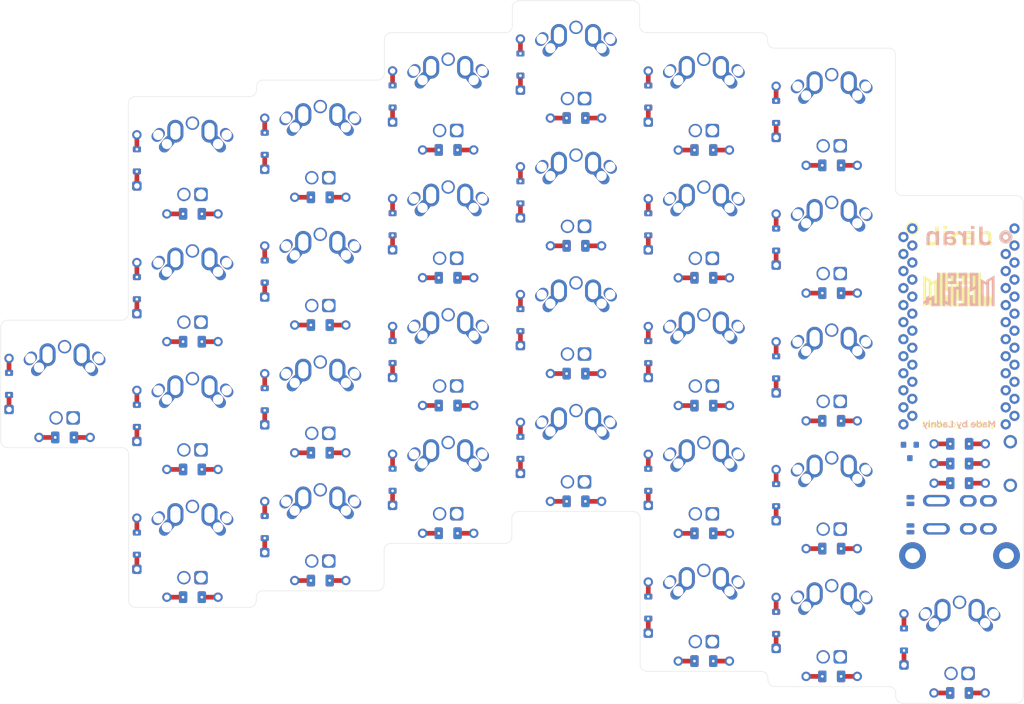
<source format=kicad_pcb>
(kicad_pcb (version 20171130) (host pcbnew "(5.1.6)-1")
  (layers (0 F.Cu signal) (31 B.Cu signal) (34 B.Paste user) (35 F.Paste user) (36 B.SilkS user) (37 F.SilkS user) (38 B.Mask user) (39 F.Mask user) (44 Edge.Cuts user))
  (net 0 "")
  (net 1 "Net-(D1-Pad2)")
  (net 2 /rowA)
  (net 3 "Net-(D2-Pad2)")
  (net 4 "Net-(D3-Pad2)")
  (net 5 "Net-(D4-Pad2)")
  (net 6 "Net-(D5-Pad2)")
  (net 7 "Net-(D6-Pad2)")
  (net 8 "Net-(D7-Pad2)")
  (net 9 /rowB)
  (net 10 "Net-(D8-Pad2)")
  (net 11 "Net-(D9-Pad2)")
  (net 12 "Net-(D10-Pad2)")
  (net 13 "Net-(D11-Pad2)")
  (net 14 "Net-(D12-Pad2)")
  (net 15 "Net-(D13-Pad2)")
  (net 16 /rowC)
  (net 17 "Net-(D14-Pad2)")
  (net 18 "Net-(D15-Pad2)")
  (net 19 "Net-(D16-Pad2)")
  (net 20 "Net-(D17-Pad2)")
  (net 21 "Net-(D18-Pad2)")
  (net 22 "Net-(D19-Pad2)")
  (net 23 /rowD)
  (net 24 "Net-(D20-Pad2)")
  (net 25 "Net-(D21-Pad2)")
  (net 26 "Net-(D22-Pad2)")
  (net 27 "Net-(D23-Pad2)")
  (net 28 "Net-(D24-Pad2)")
  (net 29 "Net-(D25-Pad2)")
  (net 30 /rowE)
  (net 31 "Net-(D26-Pad2)")
  (net 32 "Net-(D27-Pad2)")
  (net 33 "Net-(D28-Pad2)")
  (net 34 "Net-(D29-Pad1)")
  (net 35 VCC)
  (net 36 "Net-(D30-Pad1)")
  (net 37 "Net-(D31-Pad1)")
  (net 38 "Net-(D32-Pad1)")
  (net 39 "Net-(D33-Pad1)")
  (net 40 "Net-(D34-Pad1)")
  (net 41 "Net-(D35-Pad1)")
  (net 42 "Net-(D36-Pad1)")
  (net 43 "Net-(D37-Pad1)")
  (net 44 "Net-(D38-Pad1)")
  (net 45 "Net-(D39-Pad1)")
  (net 46 "Net-(D40-Pad1)")
  (net 47 "Net-(D41-Pad1)")
  (net 48 "Net-(D42-Pad1)")
  (net 49 "Net-(D43-Pad1)")
  (net 50 "Net-(D44-Pad1)")
  (net 51 "Net-(D45-Pad1)")
  (net 52 "Net-(D46-Pad1)")
  (net 53 "Net-(D47-Pad1)")
  (net 54 "Net-(D48-Pad1)")
  (net 55 "Net-(D49-Pad1)")
  (net 56 "Net-(D50-Pad1)")
  (net 57 "Net-(D51-Pad1)")
  (net 58 "Net-(D52-Pad1)")
  (net 59 "Net-(D53-Pad1)")
  (net 60 "Net-(D54-Pad1)")
  (net 61 "Net-(D55-Pad1)")
  (net 62 "Net-(D56-Pad1)")
  (net 63 GND)
  (net 64 /LEDOut)
  (net 65 "Net-(Q1-Pad1)")
  (net 66 /LED)
  (net 67 /col0)
  (net 68 /col1)
  (net 69 /col2)
  (net 70 /col3)
  (net 71 /col4)
  (net 72 /col5)
  (net 73 "Net-(U1-Pad17)")
  (net 74 "Net-(U1-Pad16)")
  (net 75 "Net-(U1-Pad15)")
  (net 76 "Net-(U1-Pad14)")
  (net 77 "Net-(U1-Pad24)")
  (net 78 "Net-(J1-PadD)")
  (net 79 "Net-(J1-PadA)")
  (net 80 SDA)
  (net 81 SCL)
  (net 82 /RST)
  (module Used_Footprints:Silk_Logo_New (layer F.Cu) (at 219.92 77.21)
    (fp_text reference LG1 hide)
    (fp_text value Silk_Logo_New hide)
  )
  (module Used_Footprints:Silk_Logo_New (layer B.Cu) (at 219.92 77.21 180)
    (fp_text reference LG2 hide)
    (fp_text value Silk_Logo_New hide)
  )
  (module Used_Footprints:ProMicro_Dual (layer F.Cu) (at 220.54 78.53)
    (fp_text reference U1 hide)
    (fp_text value ProMicro hide)
    (pad 22 thru_hole circle (at -7.5636 -9.398) (size 1.524 1.524) (drill 0.8128) (layers *.Cu *.Mask) (net 82 /RST))
    (pad 10 thru_hole circle (at 7.6564 8.382) (size 1.524 1.524) (drill 0.8128) (layers *.Cu *.Mask) (net 72 /col5))
    (pad 2 thru_hole circle (at 7.6564 -11.938) (size 1.524 1.524) (drill 0.8128) (layers *.Cu *.Mask) (net 68 /col1))
    (pad 17 thru_hole circle (at 6.35 4.572) (size 1.524 1.524) (drill 0.8128) (layers *.Cu *.Mask) (net 73 "Net-(U1-Pad17)"))
    (pad 11 thru_hole circle (at -8.89 12.192) (size 1.524 1.524) (drill 0.8128) (layers *.Cu *.Mask) (net 2 /rowA))
    (pad 4 thru_hole circle (at 7.6564 -6.858) (size 1.524 1.524) (drill 0.8128) (layers *.Cu *.Mask) (net 63 GND))
    (pad 1 thru_hole circle (at -8.89 -13.208) (size 1.524 1.524) (drill 0.8128) (layers *.Cu *.Mask) (net 67 /col0))
    (pad 19 thru_hole circle (at 6.35 -0.508) (size 1.524 1.524) (drill 0.8128) (layers *.Cu *.Mask) (net 23 /rowD))
    (pad 18 thru_hole circle (at -7.5636 0.762) (size 1.524 1.524) (drill 0.8128) (layers *.Cu *.Mask) (net 30 /rowE))
    (pad 12 thru_hole circle (at 7.6564 13.462) (size 1.524 1.524) (drill 0.8128) (layers *.Cu *.Mask) (net 9 /rowB))
    (pad 10 thru_hole circle (at -8.89 9.652) (size 1.524 1.524) (drill 0.8128) (layers *.Cu *.Mask) (net 72 /col5))
    (pad 7 thru_hole circle (at -8.89 2.032) (size 1.524 1.524) (drill 0.8128) (layers *.Cu *.Mask) (net 69 /col2))
    (pad 15 thru_hole circle (at 6.35 9.652) (size 1.524 1.524) (drill 0.8128) (layers *.Cu *.Mask) (net 75 "Net-(U1-Pad15)"))
    (pad 18 thru_hole circle (at 6.35 2.032) (size 1.524 1.524) (drill 0.8128) (layers *.Cu *.Mask) (net 30 /rowE))
    (pad 11 thru_hole circle (at 7.6564 10.922) (size 1.524 1.524) (drill 0.8128) (layers *.Cu *.Mask) (net 2 /rowA))
    (pad 8 thru_hole circle (at 7.6564 3.302) (size 1.524 1.524) (drill 0.8128) (layers *.Cu *.Mask) (net 70 /col3))
    (pad 3 thru_hole circle (at 7.6564 -9.398) (size 1.524 1.524) (drill 0.8128) (layers *.Cu *.Mask) (net 63 GND))
    (pad 16 thru_hole circle (at 6.35 7.112) (size 1.524 1.524) (drill 0.8128) (layers *.Cu *.Mask) (net 74 "Net-(U1-Pad16)"))
    (pad 9 thru_hole circle (at 7.6564 5.842) (size 1.524 1.524) (drill 0.8128) (layers *.Cu *.Mask) (net 71 /col4))
    (pad 20 thru_hole circle (at -7.5636 -4.318) (size 1.524 1.524) (drill 0.8128) (layers *.Cu *.Mask) (net 16 /rowC))
    (pad 2 thru_hole circle (at -8.89 -10.668) (size 1.524 1.524) (drill 0.8128) (layers *.Cu *.Mask) (net 68 /col1))
    (pad 14 thru_hole circle (at -7.5636 10.922) (size 1.524 1.524) (drill 0.8128) (layers *.Cu *.Mask) (net 76 "Net-(U1-Pad14)"))
    (pad 13 thru_hole circle (at -7.5636 13.462) (size 1.524 1.524) (drill 0.8128) (layers *.Cu *.Mask) (net 66 /LED))
    (pad 4 thru_hole circle (at -8.89 -5.588) (size 1.524 1.524) (drill 0.8128) (layers *.Cu *.Mask) (net 63 GND))
    (pad 6 thru_hole circle (at -8.89 -0.508) (size 1.524 1.524) (drill 0.8128) (layers *.Cu *.Mask) (net 81 SCL))
    (pad 13 thru_hole circle (at 6.35 14.732) (size 1.524 1.524) (drill 0.8128) (layers *.Cu *.Mask) (net 66 /LED))
    (pad 22 thru_hole circle (at 6.35 -8.128) (size 1.524 1.524) (drill 0.8128) (layers *.Cu *.Mask) (net 82 /RST))
    (pad 17 thru_hole circle (at -7.5636 3.302) (size 1.524 1.524) (drill 0.8128) (layers *.Cu *.Mask) (net 73 "Net-(U1-Pad17)"))
    (pad 7 thru_hole circle (at 7.6564 0.762) (size 1.524 1.524) (drill 0.8128) (layers *.Cu *.Mask) (net 69 /col2))
    (pad 16 thru_hole circle (at -7.5636 5.842) (size 1.524 1.524) (drill 0.8128) (layers *.Cu *.Mask) (net 74 "Net-(U1-Pad16)"))
    (pad 6 thru_hole circle (at 7.6564 -1.778) (size 1.524 1.524) (drill 0.8128) (layers *.Cu *.Mask) (net 81 SCL))
    (pad 1 thru_hole circle (at 7.6564 -14.478) (size 1.524 1.524) (drill 0.8128) (layers *.Cu *.Mask) (net 67 /col0))
    (pad 9 thru_hole circle (at -8.89 7.112) (size 1.524 1.524) (drill 0.8128) (layers *.Cu *.Mask) (net 71 /col4))
    (pad 21 thru_hole circle (at -7.5636 -6.858) (size 1.524 1.524) (drill 0.8128) (layers *.Cu *.Mask) (net 35 VCC))
    (pad 12 thru_hole circle (at -8.89 14.732) (size 1.524 1.524) (drill 0.8128) (layers *.Cu *.Mask) (net 9 /rowB))
    (pad 23 thru_hole circle (at 6.35 -10.668) (size 1.524 1.524) (drill 0.8128) (layers *.Cu *.Mask) (net 63 GND))
    (pad 24 thru_hole circle (at 6.35 -13.208) (size 1.524 1.524) (drill 0.8128) (layers *.Cu *.Mask B.SilkS) (net 77 "Net-(U1-Pad24)"))
    (pad 15 thru_hole circle (at -7.5636 8.382) (size 1.524 1.524) (drill 0.8128) (layers *.Cu *.Mask) (net 75 "Net-(U1-Pad15)"))
    (pad 8 thru_hole circle (at -8.89 4.572) (size 1.524 1.524) (drill 0.8128) (layers *.Cu *.Mask) (net 70 /col3))
    (pad 21 thru_hole circle (at 6.35 -5.588) (size 1.524 1.524) (drill 0.8128) (layers *.Cu *.Mask) (net 35 VCC))
    (pad 14 thru_hole circle (at 6.35 12.192) (size 1.524 1.524) (drill 0.8128) (layers *.Cu *.Mask) (net 76 "Net-(U1-Pad14)"))
    (pad 23 thru_hole circle (at -7.5636 -11.938) (size 1.524 1.524) (drill 0.8128) (layers *.Cu *.Mask) (net 63 GND))
    (pad 24 thru_hole circle (at -7.5636 -14.478) (size 1.524 1.524) (drill 0.8128) (layers *.Cu *.Mask) (net 77 "Net-(U1-Pad24)"))
    (pad 5 thru_hole circle (at 7.6564 -4.318) (size 1.524 1.524) (drill 0.8128) (layers *.Cu *.Mask) (net 80 SDA))
    (pad 19 thru_hole circle (at -7.5636 -1.778) (size 1.524 1.524) (drill 0.8128) (layers *.Cu *.Mask) (net 23 /rowD))
    (pad 20 thru_hole circle (at 6.35 -3.048) (size 1.524 1.524) (drill 0.8128) (layers *.Cu *.Mask) (net 16 /rowC))
    (pad 3 thru_hole circle (at -8.89 -8.128) (size 1.524 1.524) (drill 0.8128) (layers *.Cu *.Mask) (net 63 GND))
    (pad 5 thru_hole circle (at -8.89 -3.048) (size 1.524 1.524) (drill 0.8128) (layers *.Cu *.Mask) (net 80 SDA))
  )
  (module Used_Footprints:Hole_Mount_M4 (layer F.Cu) (at 191.435 112.19)
    (fp_text reference HM1 hide)
    (fp_text value CaseHole hide)
    (pad "" np_thru_hole circle (at 0 0) (size 2.2 2.2) (drill 2.2) (layers *.Cu *.Mask))
  )
  (module Used_Footprints:Switch_MxAlpsChoc_MillMax_1u (layer F.Cu) (at 105.71 53.9 180)
    (fp_text reference SW1)
    (fp_text value SW_Push hide)
    (pad "" np_thru_hole circle (at 5.08 0) (size 1.7 1.7) (drill 1.7) (layers *.Cu *.Mask))
    (pad "" np_thru_hole circle (at -5.08 0) (size 1.7 1.7) (drill 1.7) (layers *.Cu *.Mask))
    (pad 1 thru_hole oval (at 2.54 4.35) (size 2.4 3.4) (drill oval 1.513 2.5) (layers *.Cu *.Mask) (net 1 "Net-(D1-Pad2)"))
    (pad 2 thru_hole oval (at -2.54 4.35) (size 2.4 3.4) (drill oval 1.513 2.5) (layers *.Cu *.Mask) (net 67 /col0))
    (pad 2 thru_hole oval (at -3.81 2.44 310) (size 2.8 1.6) (drill 1.513) (layers *.Cu *.Mask) (net 67 /col0))
    (pad 1 thru_hole oval (at 3.81 2.44 50) (size 2.8 1.6) (drill 1.513) (layers *.Cu *.Mask) (net 1 "Net-(D1-Pad2)"))
    (pad 2 thru_hole circle (at 0 5.55 90) (size 2 2) (drill oval 1.513 1.5) (layers *.Cu *.Mask) (net 67 /col0))
    (pad 1 thru_hole oval (at 5.1 3.8 50) (size 2.2 1.6) (drill 1.513) (layers *.Cu *.Mask) (net 1 "Net-(D1-Pad2)"))
    (pad "" np_thru_hole circle (at -5.5 0 90) (size 1.9 1.9) (drill 1.9) (layers *.Cu *.Mask))
    (pad "" np_thru_hole circle (at 5.5 0 90) (size 1.9 1.9) (drill 1.9) (layers *.Cu *.Mask))
    (pad "" np_thru_hole circle (at 0 0 90) (size 4 4) (drill 4) (layers *.Cu *.Mask))
    (pad 1 thru_hole oval (at -5.1 3.8 310) (size 2.2 1.6) (drill 1.513) (layers *.Cu *.Mask) (net 1 "Net-(D1-Pad2)"))
  )
  (module Used_Footprints:Switch_MxAlpsChoc_MillMax_1u (layer F.Cu) (at 124.76 51.42 180)
    (fp_text reference SW2)
    (fp_text value SW2 hide)
    (pad "" np_thru_hole circle (at 5.08 0) (size 1.7 1.7) (drill 1.7) (layers *.Cu *.Mask))
    (pad "" np_thru_hole circle (at -5.08 0) (size 1.7 1.7) (drill 1.7) (layers *.Cu *.Mask))
    (pad 1 thru_hole oval (at 2.54 4.35) (size 2.4 3.4) (drill oval 1.513 2.5) (layers *.Cu *.Mask) (net 3 "Net-(D2-Pad2)"))
    (pad 2 thru_hole oval (at -2.54 4.35) (size 2.4 3.4) (drill oval 1.513 2.5) (layers *.Cu *.Mask) (net 68 /col1))
    (pad 2 thru_hole oval (at -3.81 2.44 310) (size 2.8 1.6) (drill 1.513) (layers *.Cu *.Mask) (net 68 /col1))
    (pad 1 thru_hole oval (at 3.81 2.44 50) (size 2.8 1.6) (drill 1.513) (layers *.Cu *.Mask) (net 3 "Net-(D2-Pad2)"))
    (pad 2 thru_hole circle (at 0 5.55 90) (size 2 2) (drill oval 1.513 1.5) (layers *.Cu *.Mask) (net 68 /col1))
    (pad 1 thru_hole oval (at 5.1 3.8 50) (size 2.2 1.6) (drill 1.513) (layers *.Cu *.Mask) (net 3 "Net-(D2-Pad2)"))
    (pad "" np_thru_hole circle (at -5.5 0 90) (size 1.9 1.9) (drill 1.9) (layers *.Cu *.Mask))
    (pad "" np_thru_hole circle (at 5.5 0 90) (size 1.9 1.9) (drill 1.9) (layers *.Cu *.Mask))
    (pad "" np_thru_hole circle (at 0 0 90) (size 4 4) (drill 4) (layers *.Cu *.Mask))
    (pad 1 thru_hole oval (at -5.1 3.8 310) (size 2.2 1.6) (drill 1.513) (layers *.Cu *.Mask) (net 3 "Net-(D2-Pad2)"))
  )
  (module Used_Footprints:Switch_MxAlpsChoc_MillMax_1u (layer F.Cu) (at 143.81 44.37 180)
    (fp_text reference SW3)
    (fp_text value SW_Push hide)
    (pad "" np_thru_hole circle (at 5.08 0) (size 1.7 1.7) (drill 1.7) (layers *.Cu *.Mask))
    (pad "" np_thru_hole circle (at -5.08 0) (size 1.7 1.7) (drill 1.7) (layers *.Cu *.Mask))
    (pad 1 thru_hole oval (at 2.54 4.35) (size 2.4 3.4) (drill oval 1.513 2.5) (layers *.Cu *.Mask) (net 4 "Net-(D3-Pad2)"))
    (pad 2 thru_hole oval (at -2.54 4.35) (size 2.4 3.4) (drill oval 1.513 2.5) (layers *.Cu *.Mask) (net 69 /col2))
    (pad 2 thru_hole oval (at -3.81 2.44 310) (size 2.8 1.6) (drill 1.513) (layers *.Cu *.Mask) (net 69 /col2))
    (pad 1 thru_hole oval (at 3.81 2.44 50) (size 2.8 1.6) (drill 1.513) (layers *.Cu *.Mask) (net 4 "Net-(D3-Pad2)"))
    (pad 2 thru_hole circle (at 0 5.55 90) (size 2 2) (drill oval 1.513 1.5) (layers *.Cu *.Mask) (net 69 /col2))
    (pad 1 thru_hole oval (at 5.1 3.8 50) (size 2.2 1.6) (drill 1.513) (layers *.Cu *.Mask) (net 4 "Net-(D3-Pad2)"))
    (pad "" np_thru_hole circle (at -5.5 0 90) (size 1.9 1.9) (drill 1.9) (layers *.Cu *.Mask))
    (pad "" np_thru_hole circle (at 5.5 0 90) (size 1.9 1.9) (drill 1.9) (layers *.Cu *.Mask))
    (pad "" np_thru_hole circle (at 0 0 90) (size 4 4) (drill 4) (layers *.Cu *.Mask))
    (pad 1 thru_hole oval (at -5.1 3.8 310) (size 2.2 1.6) (drill 1.513) (layers *.Cu *.Mask) (net 4 "Net-(D3-Pad2)"))
  )
  (module Used_Footprints:Switch_MxAlpsChoc_MillMax_1u (layer F.Cu) (at 162.86 39.61 180)
    (fp_text reference SW4)
    (fp_text value SW_Push hide)
    (pad "" np_thru_hole circle (at 5.08 0) (size 1.7 1.7) (drill 1.7) (layers *.Cu *.Mask))
    (pad "" np_thru_hole circle (at -5.08 0) (size 1.7 1.7) (drill 1.7) (layers *.Cu *.Mask))
    (pad 1 thru_hole oval (at 2.54 4.35) (size 2.4 3.4) (drill oval 1.513 2.5) (layers *.Cu *.Mask) (net 5 "Net-(D4-Pad2)"))
    (pad 2 thru_hole oval (at -2.54 4.35) (size 2.4 3.4) (drill oval 1.513 2.5) (layers *.Cu *.Mask) (net 70 /col3))
    (pad 2 thru_hole oval (at -3.81 2.44 310) (size 2.8 1.6) (drill 1.513) (layers *.Cu *.Mask) (net 70 /col3))
    (pad 1 thru_hole oval (at 3.81 2.44 50) (size 2.8 1.6) (drill 1.513) (layers *.Cu *.Mask) (net 5 "Net-(D4-Pad2)"))
    (pad 2 thru_hole circle (at 0 5.55 90) (size 2 2) (drill oval 1.513 1.5) (layers *.Cu *.Mask) (net 70 /col3))
    (pad 1 thru_hole oval (at 5.1 3.8 50) (size 2.2 1.6) (drill 1.513) (layers *.Cu *.Mask) (net 5 "Net-(D4-Pad2)"))
    (pad "" np_thru_hole circle (at -5.5 0 90) (size 1.9 1.9) (drill 1.9) (layers *.Cu *.Mask))
    (pad "" np_thru_hole circle (at 5.5 0 90) (size 1.9 1.9) (drill 1.9) (layers *.Cu *.Mask))
    (pad "" np_thru_hole circle (at 0 0 90) (size 4 4) (drill 4) (layers *.Cu *.Mask))
    (pad 1 thru_hole oval (at -5.1 3.8 310) (size 2.2 1.6) (drill 1.513) (layers *.Cu *.Mask) (net 5 "Net-(D4-Pad2)"))
  )
  (module Used_Footprints:Switch_MxAlpsChoc_MillMax_1u (layer F.Cu) (at 181.91 44.38 180)
    (fp_text reference SW5)
    (fp_text value SW_Push hide)
    (pad "" np_thru_hole circle (at 5.08 0) (size 1.7 1.7) (drill 1.7) (layers *.Cu *.Mask))
    (pad "" np_thru_hole circle (at -5.08 0) (size 1.7 1.7) (drill 1.7) (layers *.Cu *.Mask))
    (pad 1 thru_hole oval (at 2.54 4.35) (size 2.4 3.4) (drill oval 1.513 2.5) (layers *.Cu *.Mask) (net 6 "Net-(D5-Pad2)"))
    (pad 2 thru_hole oval (at -2.54 4.35) (size 2.4 3.4) (drill oval 1.513 2.5) (layers *.Cu *.Mask) (net 71 /col4))
    (pad 2 thru_hole oval (at -3.81 2.44 310) (size 2.8 1.6) (drill 1.513) (layers *.Cu *.Mask) (net 71 /col4))
    (pad 1 thru_hole oval (at 3.81 2.44 50) (size 2.8 1.6) (drill 1.513) (layers *.Cu *.Mask) (net 6 "Net-(D5-Pad2)"))
    (pad 2 thru_hole circle (at 0 5.55 90) (size 2 2) (drill oval 1.513 1.5) (layers *.Cu *.Mask) (net 71 /col4))
    (pad 1 thru_hole oval (at 5.1 3.8 50) (size 2.2 1.6) (drill 1.513) (layers *.Cu *.Mask) (net 6 "Net-(D5-Pad2)"))
    (pad "" np_thru_hole circle (at -5.5 0 90) (size 1.9 1.9) (drill 1.9) (layers *.Cu *.Mask))
    (pad "" np_thru_hole circle (at 5.5 0 90) (size 1.9 1.9) (drill 1.9) (layers *.Cu *.Mask))
    (pad "" np_thru_hole circle (at 0 0 90) (size 4 4) (drill 4) (layers *.Cu *.Mask))
    (pad 1 thru_hole oval (at -5.1 3.8 310) (size 2.2 1.6) (drill 1.513) (layers *.Cu *.Mask) (net 6 "Net-(D5-Pad2)"))
  )
  (module Used_Footprints:Switch_MxAlpsChoc_MillMax_1u (layer F.Cu) (at 200.96 46.66 180)
    (fp_text reference SW6)
    (fp_text value SW_Push hide)
    (pad "" np_thru_hole circle (at 5.08 0) (size 1.7 1.7) (drill 1.7) (layers *.Cu *.Mask))
    (pad "" np_thru_hole circle (at -5.08 0) (size 1.7 1.7) (drill 1.7) (layers *.Cu *.Mask))
    (pad 1 thru_hole oval (at 2.54 4.35) (size 2.4 3.4) (drill oval 1.513 2.5) (layers *.Cu *.Mask) (net 7 "Net-(D6-Pad2)"))
    (pad 2 thru_hole oval (at -2.54 4.35) (size 2.4 3.4) (drill oval 1.513 2.5) (layers *.Cu *.Mask) (net 72 /col5))
    (pad 2 thru_hole oval (at -3.81 2.44 310) (size 2.8 1.6) (drill 1.513) (layers *.Cu *.Mask) (net 72 /col5))
    (pad 1 thru_hole oval (at 3.81 2.44 50) (size 2.8 1.6) (drill 1.513) (layers *.Cu *.Mask) (net 7 "Net-(D6-Pad2)"))
    (pad 2 thru_hole circle (at 0 5.55 90) (size 2 2) (drill oval 1.513 1.5) (layers *.Cu *.Mask) (net 72 /col5))
    (pad 1 thru_hole oval (at 5.1 3.8 50) (size 2.2 1.6) (drill 1.513) (layers *.Cu *.Mask) (net 7 "Net-(D6-Pad2)"))
    (pad "" np_thru_hole circle (at -5.5 0 90) (size 1.9 1.9) (drill 1.9) (layers *.Cu *.Mask))
    (pad "" np_thru_hole circle (at 5.5 0 90) (size 1.9 1.9) (drill 1.9) (layers *.Cu *.Mask))
    (pad "" np_thru_hole circle (at 0 0 90) (size 4 4) (drill 4) (layers *.Cu *.Mask))
    (pad 1 thru_hole oval (at -5.1 3.8 310) (size 2.2 1.6) (drill 1.513) (layers *.Cu *.Mask) (net 7 "Net-(D6-Pad2)"))
  )
  (module Used_Footprints:Switch_MxAlpsChoc_MillMax_1u (layer F.Cu) (at 105.71 72.95 180)
    (fp_text reference SW7)
    (fp_text value SW_Push hide)
    (pad "" np_thru_hole circle (at 5.08 0) (size 1.7 1.7) (drill 1.7) (layers *.Cu *.Mask))
    (pad "" np_thru_hole circle (at -5.08 0) (size 1.7 1.7) (drill 1.7) (layers *.Cu *.Mask))
    (pad 1 thru_hole oval (at 2.54 4.35) (size 2.4 3.4) (drill oval 1.513 2.5) (layers *.Cu *.Mask) (net 8 "Net-(D7-Pad2)"))
    (pad 2 thru_hole oval (at -2.54 4.35) (size 2.4 3.4) (drill oval 1.513 2.5) (layers *.Cu *.Mask) (net 67 /col0))
    (pad 2 thru_hole oval (at -3.81 2.44 310) (size 2.8 1.6) (drill 1.513) (layers *.Cu *.Mask) (net 67 /col0))
    (pad 1 thru_hole oval (at 3.81 2.44 50) (size 2.8 1.6) (drill 1.513) (layers *.Cu *.Mask) (net 8 "Net-(D7-Pad2)"))
    (pad 2 thru_hole circle (at 0 5.55 90) (size 2 2) (drill oval 1.513 1.5) (layers *.Cu *.Mask) (net 67 /col0))
    (pad 1 thru_hole oval (at 5.1 3.8 50) (size 2.2 1.6) (drill 1.513) (layers *.Cu *.Mask) (net 8 "Net-(D7-Pad2)"))
    (pad "" np_thru_hole circle (at -5.5 0 90) (size 1.9 1.9) (drill 1.9) (layers *.Cu *.Mask))
    (pad "" np_thru_hole circle (at 5.5 0 90) (size 1.9 1.9) (drill 1.9) (layers *.Cu *.Mask))
    (pad "" np_thru_hole circle (at 0 0 90) (size 4 4) (drill 4) (layers *.Cu *.Mask))
    (pad 1 thru_hole oval (at -5.1 3.8 310) (size 2.2 1.6) (drill 1.513) (layers *.Cu *.Mask) (net 8 "Net-(D7-Pad2)"))
  )
  (module Used_Footprints:Switch_MxAlpsChoc_MillMax_1u (layer F.Cu) (at 124.76 70.47 180)
    (fp_text reference SW8)
    (fp_text value SW_Push hide)
    (pad "" np_thru_hole circle (at 5.08 0) (size 1.7 1.7) (drill 1.7) (layers *.Cu *.Mask))
    (pad "" np_thru_hole circle (at -5.08 0) (size 1.7 1.7) (drill 1.7) (layers *.Cu *.Mask))
    (pad 1 thru_hole oval (at 2.54 4.35) (size 2.4 3.4) (drill oval 1.513 2.5) (layers *.Cu *.Mask) (net 10 "Net-(D8-Pad2)"))
    (pad 2 thru_hole oval (at -2.54 4.35) (size 2.4 3.4) (drill oval 1.513 2.5) (layers *.Cu *.Mask) (net 68 /col1))
    (pad 2 thru_hole oval (at -3.81 2.44 310) (size 2.8 1.6) (drill 1.513) (layers *.Cu *.Mask) (net 68 /col1))
    (pad 1 thru_hole oval (at 3.81 2.44 50) (size 2.8 1.6) (drill 1.513) (layers *.Cu *.Mask) (net 10 "Net-(D8-Pad2)"))
    (pad 2 thru_hole circle (at 0 5.55 90) (size 2 2) (drill oval 1.513 1.5) (layers *.Cu *.Mask) (net 68 /col1))
    (pad 1 thru_hole oval (at 5.1 3.8 50) (size 2.2 1.6) (drill 1.513) (layers *.Cu *.Mask) (net 10 "Net-(D8-Pad2)"))
    (pad "" np_thru_hole circle (at -5.5 0 90) (size 1.9 1.9) (drill 1.9) (layers *.Cu *.Mask))
    (pad "" np_thru_hole circle (at 5.5 0 90) (size 1.9 1.9) (drill 1.9) (layers *.Cu *.Mask))
    (pad "" np_thru_hole circle (at 0 0 90) (size 4 4) (drill 4) (layers *.Cu *.Mask))
    (pad 1 thru_hole oval (at -5.1 3.8 310) (size 2.2 1.6) (drill 1.513) (layers *.Cu *.Mask) (net 10 "Net-(D8-Pad2)"))
  )
  (module Used_Footprints:Switch_MxAlpsChoc_MillMax_1u (layer F.Cu) (at 143.81 63.42 180)
    (fp_text reference SW9)
    (fp_text value SW_Push hide)
    (pad "" np_thru_hole circle (at 5.08 0) (size 1.7 1.7) (drill 1.7) (layers *.Cu *.Mask))
    (pad "" np_thru_hole circle (at -5.08 0) (size 1.7 1.7) (drill 1.7) (layers *.Cu *.Mask))
    (pad 1 thru_hole oval (at 2.54 4.35) (size 2.4 3.4) (drill oval 1.513 2.5) (layers *.Cu *.Mask) (net 11 "Net-(D9-Pad2)"))
    (pad 2 thru_hole oval (at -2.54 4.35) (size 2.4 3.4) (drill oval 1.513 2.5) (layers *.Cu *.Mask) (net 69 /col2))
    (pad 2 thru_hole oval (at -3.81 2.44 310) (size 2.8 1.6) (drill 1.513) (layers *.Cu *.Mask) (net 69 /col2))
    (pad 1 thru_hole oval (at 3.81 2.44 50) (size 2.8 1.6) (drill 1.513) (layers *.Cu *.Mask) (net 11 "Net-(D9-Pad2)"))
    (pad 2 thru_hole circle (at 0 5.55 90) (size 2 2) (drill oval 1.513 1.5) (layers *.Cu *.Mask) (net 69 /col2))
    (pad 1 thru_hole oval (at 5.1 3.8 50) (size 2.2 1.6) (drill 1.513) (layers *.Cu *.Mask) (net 11 "Net-(D9-Pad2)"))
    (pad "" np_thru_hole circle (at -5.5 0 90) (size 1.9 1.9) (drill 1.9) (layers *.Cu *.Mask))
    (pad "" np_thru_hole circle (at 5.5 0 90) (size 1.9 1.9) (drill 1.9) (layers *.Cu *.Mask))
    (pad "" np_thru_hole circle (at 0 0 90) (size 4 4) (drill 4) (layers *.Cu *.Mask))
    (pad 1 thru_hole oval (at -5.1 3.8 310) (size 2.2 1.6) (drill 1.513) (layers *.Cu *.Mask) (net 11 "Net-(D9-Pad2)"))
  )
  (module Used_Footprints:Switch_MxAlpsChoc_MillMax_1u (layer F.Cu) (at 162.86 58.66 180)
    (fp_text reference SW10)
    (fp_text value SW_Push hide)
    (pad "" np_thru_hole circle (at 5.08 0) (size 1.7 1.7) (drill 1.7) (layers *.Cu *.Mask))
    (pad "" np_thru_hole circle (at -5.08 0) (size 1.7 1.7) (drill 1.7) (layers *.Cu *.Mask))
    (pad 1 thru_hole oval (at 2.54 4.35) (size 2.4 3.4) (drill oval 1.513 2.5) (layers *.Cu *.Mask) (net 12 "Net-(D10-Pad2)"))
    (pad 2 thru_hole oval (at -2.54 4.35) (size 2.4 3.4) (drill oval 1.513 2.5) (layers *.Cu *.Mask) (net 70 /col3))
    (pad 2 thru_hole oval (at -3.81 2.44 310) (size 2.8 1.6) (drill 1.513) (layers *.Cu *.Mask) (net 70 /col3))
    (pad 1 thru_hole oval (at 3.81 2.44 50) (size 2.8 1.6) (drill 1.513) (layers *.Cu *.Mask) (net 12 "Net-(D10-Pad2)"))
    (pad 2 thru_hole circle (at 0 5.55 90) (size 2 2) (drill oval 1.513 1.5) (layers *.Cu *.Mask) (net 70 /col3))
    (pad 1 thru_hole oval (at 5.1 3.8 50) (size 2.2 1.6) (drill 1.513) (layers *.Cu *.Mask) (net 12 "Net-(D10-Pad2)"))
    (pad "" np_thru_hole circle (at -5.5 0 90) (size 1.9 1.9) (drill 1.9) (layers *.Cu *.Mask))
    (pad "" np_thru_hole circle (at 5.5 0 90) (size 1.9 1.9) (drill 1.9) (layers *.Cu *.Mask))
    (pad "" np_thru_hole circle (at 0 0 90) (size 4 4) (drill 4) (layers *.Cu *.Mask))
    (pad 1 thru_hole oval (at -5.1 3.8 310) (size 2.2 1.6) (drill 1.513) (layers *.Cu *.Mask) (net 12 "Net-(D10-Pad2)"))
  )
  (module Used_Footprints:Switch_MxAlpsChoc_MillMax_1u (layer F.Cu) (at 181.91 63.43 180)
    (fp_text reference SW11)
    (fp_text value SW_Push hide)
    (pad "" np_thru_hole circle (at 5.08 0) (size 1.7 1.7) (drill 1.7) (layers *.Cu *.Mask))
    (pad "" np_thru_hole circle (at -5.08 0) (size 1.7 1.7) (drill 1.7) (layers *.Cu *.Mask))
    (pad 1 thru_hole oval (at 2.54 4.35) (size 2.4 3.4) (drill oval 1.513 2.5) (layers *.Cu *.Mask) (net 13 "Net-(D11-Pad2)"))
    (pad 2 thru_hole oval (at -2.54 4.35) (size 2.4 3.4) (drill oval 1.513 2.5) (layers *.Cu *.Mask) (net 71 /col4))
    (pad 2 thru_hole oval (at -3.81 2.44 310) (size 2.8 1.6) (drill 1.513) (layers *.Cu *.Mask) (net 71 /col4))
    (pad 1 thru_hole oval (at 3.81 2.44 50) (size 2.8 1.6) (drill 1.513) (layers *.Cu *.Mask) (net 13 "Net-(D11-Pad2)"))
    (pad 2 thru_hole circle (at 0 5.55 90) (size 2 2) (drill oval 1.513 1.5) (layers *.Cu *.Mask) (net 71 /col4))
    (pad 1 thru_hole oval (at 5.1 3.8 50) (size 2.2 1.6) (drill 1.513) (layers *.Cu *.Mask) (net 13 "Net-(D11-Pad2)"))
    (pad "" np_thru_hole circle (at -5.5 0 90) (size 1.9 1.9) (drill 1.9) (layers *.Cu *.Mask))
    (pad "" np_thru_hole circle (at 5.5 0 90) (size 1.9 1.9) (drill 1.9) (layers *.Cu *.Mask))
    (pad "" np_thru_hole circle (at 0 0 90) (size 4 4) (drill 4) (layers *.Cu *.Mask))
    (pad 1 thru_hole oval (at -5.1 3.8 310) (size 2.2 1.6) (drill 1.513) (layers *.Cu *.Mask) (net 13 "Net-(D11-Pad2)"))
  )
  (module Used_Footprints:Switch_MxAlpsChoc_MillMax_1u (layer F.Cu) (at 200.96 65.71 180)
    (fp_text reference SW12)
    (fp_text value SW_Push hide)
    (pad "" np_thru_hole circle (at 5.08 0) (size 1.7 1.7) (drill 1.7) (layers *.Cu *.Mask))
    (pad "" np_thru_hole circle (at -5.08 0) (size 1.7 1.7) (drill 1.7) (layers *.Cu *.Mask))
    (pad 1 thru_hole oval (at 2.54 4.35) (size 2.4 3.4) (drill oval 1.513 2.5) (layers *.Cu *.Mask) (net 14 "Net-(D12-Pad2)"))
    (pad 2 thru_hole oval (at -2.54 4.35) (size 2.4 3.4) (drill oval 1.513 2.5) (layers *.Cu *.Mask) (net 72 /col5))
    (pad 2 thru_hole oval (at -3.81 2.44 310) (size 2.8 1.6) (drill 1.513) (layers *.Cu *.Mask) (net 72 /col5))
    (pad 1 thru_hole oval (at 3.81 2.44 50) (size 2.8 1.6) (drill 1.513) (layers *.Cu *.Mask) (net 14 "Net-(D12-Pad2)"))
    (pad 2 thru_hole circle (at 0 5.55 90) (size 2 2) (drill oval 1.513 1.5) (layers *.Cu *.Mask) (net 72 /col5))
    (pad 1 thru_hole oval (at 5.1 3.8 50) (size 2.2 1.6) (drill 1.513) (layers *.Cu *.Mask) (net 14 "Net-(D12-Pad2)"))
    (pad "" np_thru_hole circle (at -5.5 0 90) (size 1.9 1.9) (drill 1.9) (layers *.Cu *.Mask))
    (pad "" np_thru_hole circle (at 5.5 0 90) (size 1.9 1.9) (drill 1.9) (layers *.Cu *.Mask))
    (pad "" np_thru_hole circle (at 0 0 90) (size 4 4) (drill 4) (layers *.Cu *.Mask))
    (pad 1 thru_hole oval (at -5.1 3.8 310) (size 2.2 1.6) (drill 1.513) (layers *.Cu *.Mask) (net 14 "Net-(D12-Pad2)"))
  )
  (module Used_Footprints:Switch_MxAlpsChoc_MillMax_1u (layer F.Cu) (at 105.71 92 180)
    (fp_text reference SW13)
    (fp_text value SW_Push hide)
    (pad "" np_thru_hole circle (at 5.08 0) (size 1.7 1.7) (drill 1.7) (layers *.Cu *.Mask))
    (pad "" np_thru_hole circle (at -5.08 0) (size 1.7 1.7) (drill 1.7) (layers *.Cu *.Mask))
    (pad 1 thru_hole oval (at 2.54 4.35) (size 2.4 3.4) (drill oval 1.513 2.5) (layers *.Cu *.Mask) (net 15 "Net-(D13-Pad2)"))
    (pad 2 thru_hole oval (at -2.54 4.35) (size 2.4 3.4) (drill oval 1.513 2.5) (layers *.Cu *.Mask) (net 67 /col0))
    (pad 2 thru_hole oval (at -3.81 2.44 310) (size 2.8 1.6) (drill 1.513) (layers *.Cu *.Mask) (net 67 /col0))
    (pad 1 thru_hole oval (at 3.81 2.44 50) (size 2.8 1.6) (drill 1.513) (layers *.Cu *.Mask) (net 15 "Net-(D13-Pad2)"))
    (pad 2 thru_hole circle (at 0 5.55 90) (size 2 2) (drill oval 1.513 1.5) (layers *.Cu *.Mask) (net 67 /col0))
    (pad 1 thru_hole oval (at 5.1 3.8 50) (size 2.2 1.6) (drill 1.513) (layers *.Cu *.Mask) (net 15 "Net-(D13-Pad2)"))
    (pad "" np_thru_hole circle (at -5.5 0 90) (size 1.9 1.9) (drill 1.9) (layers *.Cu *.Mask))
    (pad "" np_thru_hole circle (at 5.5 0 90) (size 1.9 1.9) (drill 1.9) (layers *.Cu *.Mask))
    (pad "" np_thru_hole circle (at 0 0 90) (size 4 4) (drill 4) (layers *.Cu *.Mask))
    (pad 1 thru_hole oval (at -5.1 3.8 310) (size 2.2 1.6) (drill 1.513) (layers *.Cu *.Mask) (net 15 "Net-(D13-Pad2)"))
  )
  (module Used_Footprints:Switch_MxAlpsChoc_MillMax_1u (layer F.Cu) (at 124.76 89.52 180)
    (fp_text reference SW14)
    (fp_text value SW_Push hide)
    (pad "" np_thru_hole circle (at 5.08 0) (size 1.7 1.7) (drill 1.7) (layers *.Cu *.Mask))
    (pad "" np_thru_hole circle (at -5.08 0) (size 1.7 1.7) (drill 1.7) (layers *.Cu *.Mask))
    (pad 1 thru_hole oval (at 2.54 4.35) (size 2.4 3.4) (drill oval 1.513 2.5) (layers *.Cu *.Mask) (net 17 "Net-(D14-Pad2)"))
    (pad 2 thru_hole oval (at -2.54 4.35) (size 2.4 3.4) (drill oval 1.513 2.5) (layers *.Cu *.Mask) (net 68 /col1))
    (pad 2 thru_hole oval (at -3.81 2.44 310) (size 2.8 1.6) (drill 1.513) (layers *.Cu *.Mask) (net 68 /col1))
    (pad 1 thru_hole oval (at 3.81 2.44 50) (size 2.8 1.6) (drill 1.513) (layers *.Cu *.Mask) (net 17 "Net-(D14-Pad2)"))
    (pad 2 thru_hole circle (at 0 5.55 90) (size 2 2) (drill oval 1.513 1.5) (layers *.Cu *.Mask) (net 68 /col1))
    (pad 1 thru_hole oval (at 5.1 3.8 50) (size 2.2 1.6) (drill 1.513) (layers *.Cu *.Mask) (net 17 "Net-(D14-Pad2)"))
    (pad "" np_thru_hole circle (at -5.5 0 90) (size 1.9 1.9) (drill 1.9) (layers *.Cu *.Mask))
    (pad "" np_thru_hole circle (at 5.5 0 90) (size 1.9 1.9) (drill 1.9) (layers *.Cu *.Mask))
    (pad "" np_thru_hole circle (at 0 0 90) (size 4 4) (drill 4) (layers *.Cu *.Mask))
    (pad 1 thru_hole oval (at -5.1 3.8 310) (size 2.2 1.6) (drill 1.513) (layers *.Cu *.Mask) (net 17 "Net-(D14-Pad2)"))
  )
  (module Used_Footprints:Switch_MxAlpsChoc_MillMax_1u (layer F.Cu) (at 143.81 82.47 180)
    (fp_text reference SW15)
    (fp_text value SW_Push hide)
    (pad "" np_thru_hole circle (at 5.08 0) (size 1.7 1.7) (drill 1.7) (layers *.Cu *.Mask))
    (pad "" np_thru_hole circle (at -5.08 0) (size 1.7 1.7) (drill 1.7) (layers *.Cu *.Mask))
    (pad 1 thru_hole oval (at 2.54 4.35) (size 2.4 3.4) (drill oval 1.513 2.5) (layers *.Cu *.Mask) (net 18 "Net-(D15-Pad2)"))
    (pad 2 thru_hole oval (at -2.54 4.35) (size 2.4 3.4) (drill oval 1.513 2.5) (layers *.Cu *.Mask) (net 69 /col2))
    (pad 2 thru_hole oval (at -3.81 2.44 310) (size 2.8 1.6) (drill 1.513) (layers *.Cu *.Mask) (net 69 /col2))
    (pad 1 thru_hole oval (at 3.81 2.44 50) (size 2.8 1.6) (drill 1.513) (layers *.Cu *.Mask) (net 18 "Net-(D15-Pad2)"))
    (pad 2 thru_hole circle (at 0 5.55 90) (size 2 2) (drill oval 1.513 1.5) (layers *.Cu *.Mask) (net 69 /col2))
    (pad 1 thru_hole oval (at 5.1 3.8 50) (size 2.2 1.6) (drill 1.513) (layers *.Cu *.Mask) (net 18 "Net-(D15-Pad2)"))
    (pad "" np_thru_hole circle (at -5.5 0 90) (size 1.9 1.9) (drill 1.9) (layers *.Cu *.Mask))
    (pad "" np_thru_hole circle (at 5.5 0 90) (size 1.9 1.9) (drill 1.9) (layers *.Cu *.Mask))
    (pad "" np_thru_hole circle (at 0 0 90) (size 4 4) (drill 4) (layers *.Cu *.Mask))
    (pad 1 thru_hole oval (at -5.1 3.8 310) (size 2.2 1.6) (drill 1.513) (layers *.Cu *.Mask) (net 18 "Net-(D15-Pad2)"))
  )
  (module Used_Footprints:Switch_MxAlpsChoc_MillMax_1u (layer F.Cu) (at 162.86 77.71 180)
    (fp_text reference SW16)
    (fp_text value SW_Push hide)
    (pad "" np_thru_hole circle (at 5.08 0) (size 1.7 1.7) (drill 1.7) (layers *.Cu *.Mask))
    (pad "" np_thru_hole circle (at -5.08 0) (size 1.7 1.7) (drill 1.7) (layers *.Cu *.Mask))
    (pad 1 thru_hole oval (at 2.54 4.35) (size 2.4 3.4) (drill oval 1.513 2.5) (layers *.Cu *.Mask) (net 19 "Net-(D16-Pad2)"))
    (pad 2 thru_hole oval (at -2.54 4.35) (size 2.4 3.4) (drill oval 1.513 2.5) (layers *.Cu *.Mask) (net 70 /col3))
    (pad 2 thru_hole oval (at -3.81 2.44 310) (size 2.8 1.6) (drill 1.513) (layers *.Cu *.Mask) (net 70 /col3))
    (pad 1 thru_hole oval (at 3.81 2.44 50) (size 2.8 1.6) (drill 1.513) (layers *.Cu *.Mask) (net 19 "Net-(D16-Pad2)"))
    (pad 2 thru_hole circle (at 0 5.55 90) (size 2 2) (drill oval 1.513 1.5) (layers *.Cu *.Mask) (net 70 /col3))
    (pad 1 thru_hole oval (at 5.1 3.8 50) (size 2.2 1.6) (drill 1.513) (layers *.Cu *.Mask) (net 19 "Net-(D16-Pad2)"))
    (pad "" np_thru_hole circle (at -5.5 0 90) (size 1.9 1.9) (drill 1.9) (layers *.Cu *.Mask))
    (pad "" np_thru_hole circle (at 5.5 0 90) (size 1.9 1.9) (drill 1.9) (layers *.Cu *.Mask))
    (pad "" np_thru_hole circle (at 0 0 90) (size 4 4) (drill 4) (layers *.Cu *.Mask))
    (pad 1 thru_hole oval (at -5.1 3.8 310) (size 2.2 1.6) (drill 1.513) (layers *.Cu *.Mask) (net 19 "Net-(D16-Pad2)"))
  )
  (module Used_Footprints:Switch_MxAlpsChoc_MillMax_1u (layer F.Cu) (at 181.91 82.48 180)
    (fp_text reference SW17)
    (fp_text value SW_Push hide)
    (pad "" np_thru_hole circle (at 5.08 0) (size 1.7 1.7) (drill 1.7) (layers *.Cu *.Mask))
    (pad "" np_thru_hole circle (at -5.08 0) (size 1.7 1.7) (drill 1.7) (layers *.Cu *.Mask))
    (pad 1 thru_hole oval (at 2.54 4.35) (size 2.4 3.4) (drill oval 1.513 2.5) (layers *.Cu *.Mask) (net 20 "Net-(D17-Pad2)"))
    (pad 2 thru_hole oval (at -2.54 4.35) (size 2.4 3.4) (drill oval 1.513 2.5) (layers *.Cu *.Mask) (net 71 /col4))
    (pad 2 thru_hole oval (at -3.81 2.44 310) (size 2.8 1.6) (drill 1.513) (layers *.Cu *.Mask) (net 71 /col4))
    (pad 1 thru_hole oval (at 3.81 2.44 50) (size 2.8 1.6) (drill 1.513) (layers *.Cu *.Mask) (net 20 "Net-(D17-Pad2)"))
    (pad 2 thru_hole circle (at 0 5.55 90) (size 2 2) (drill oval 1.513 1.5) (layers *.Cu *.Mask) (net 71 /col4))
    (pad 1 thru_hole oval (at 5.1 3.8 50) (size 2.2 1.6) (drill 1.513) (layers *.Cu *.Mask) (net 20 "Net-(D17-Pad2)"))
    (pad "" np_thru_hole circle (at -5.5 0 90) (size 1.9 1.9) (drill 1.9) (layers *.Cu *.Mask))
    (pad "" np_thru_hole circle (at 5.5 0 90) (size 1.9 1.9) (drill 1.9) (layers *.Cu *.Mask))
    (pad "" np_thru_hole circle (at 0 0 90) (size 4 4) (drill 4) (layers *.Cu *.Mask))
    (pad 1 thru_hole oval (at -5.1 3.8 310) (size 2.2 1.6) (drill 1.513) (layers *.Cu *.Mask) (net 20 "Net-(D17-Pad2)"))
  )
  (module Used_Footprints:Switch_MxAlpsChoc_MillMax_1u (layer F.Cu) (at 200.96 84.76 180)
    (fp_text reference SW18)
    (fp_text value SW_Push hide)
    (pad "" np_thru_hole circle (at 5.08 0) (size 1.7 1.7) (drill 1.7) (layers *.Cu *.Mask))
    (pad "" np_thru_hole circle (at -5.08 0) (size 1.7 1.7) (drill 1.7) (layers *.Cu *.Mask))
    (pad 1 thru_hole oval (at 2.54 4.35) (size 2.4 3.4) (drill oval 1.513 2.5) (layers *.Cu *.Mask) (net 21 "Net-(D18-Pad2)"))
    (pad 2 thru_hole oval (at -2.54 4.35) (size 2.4 3.4) (drill oval 1.513 2.5) (layers *.Cu *.Mask) (net 72 /col5))
    (pad 2 thru_hole oval (at -3.81 2.44 310) (size 2.8 1.6) (drill 1.513) (layers *.Cu *.Mask) (net 72 /col5))
    (pad 1 thru_hole oval (at 3.81 2.44 50) (size 2.8 1.6) (drill 1.513) (layers *.Cu *.Mask) (net 21 "Net-(D18-Pad2)"))
    (pad 2 thru_hole circle (at 0 5.55 90) (size 2 2) (drill oval 1.513 1.5) (layers *.Cu *.Mask) (net 72 /col5))
    (pad 1 thru_hole oval (at 5.1 3.8 50) (size 2.2 1.6) (drill 1.513) (layers *.Cu *.Mask) (net 21 "Net-(D18-Pad2)"))
    (pad "" np_thru_hole circle (at -5.5 0 90) (size 1.9 1.9) (drill 1.9) (layers *.Cu *.Mask))
    (pad "" np_thru_hole circle (at 5.5 0 90) (size 1.9 1.9) (drill 1.9) (layers *.Cu *.Mask))
    (pad "" np_thru_hole circle (at 0 0 90) (size 4 4) (drill 4) (layers *.Cu *.Mask))
    (pad 1 thru_hole oval (at -5.1 3.8 310) (size 2.2 1.6) (drill 1.513) (layers *.Cu *.Mask) (net 21 "Net-(D18-Pad2)"))
  )
  (module Used_Footprints:Switch_MxAlpsChoc_MillMax_1u (layer F.Cu) (at 105.71 111.05 180)
    (fp_text reference SW19)
    (fp_text value SW_Push hide)
    (pad "" np_thru_hole circle (at 5.08 0) (size 1.7 1.7) (drill 1.7) (layers *.Cu *.Mask))
    (pad "" np_thru_hole circle (at -5.08 0) (size 1.7 1.7) (drill 1.7) (layers *.Cu *.Mask))
    (pad 1 thru_hole oval (at 2.54 4.35) (size 2.4 3.4) (drill oval 1.513 2.5) (layers *.Cu *.Mask) (net 22 "Net-(D19-Pad2)"))
    (pad 2 thru_hole oval (at -2.54 4.35) (size 2.4 3.4) (drill oval 1.513 2.5) (layers *.Cu *.Mask) (net 67 /col0))
    (pad 2 thru_hole oval (at -3.81 2.44 310) (size 2.8 1.6) (drill 1.513) (layers *.Cu *.Mask) (net 67 /col0))
    (pad 1 thru_hole oval (at 3.81 2.44 50) (size 2.8 1.6) (drill 1.513) (layers *.Cu *.Mask) (net 22 "Net-(D19-Pad2)"))
    (pad 2 thru_hole circle (at 0 5.55 90) (size 2 2) (drill oval 1.513 1.5) (layers *.Cu *.Mask) (net 67 /col0))
    (pad 1 thru_hole oval (at 5.1 3.8 50) (size 2.2 1.6) (drill 1.513) (layers *.Cu *.Mask) (net 22 "Net-(D19-Pad2)"))
    (pad "" np_thru_hole circle (at -5.5 0 90) (size 1.9 1.9) (drill 1.9) (layers *.Cu *.Mask))
    (pad "" np_thru_hole circle (at 5.5 0 90) (size 1.9 1.9) (drill 1.9) (layers *.Cu *.Mask))
    (pad "" np_thru_hole circle (at 0 0 90) (size 4 4) (drill 4) (layers *.Cu *.Mask))
    (pad 1 thru_hole oval (at -5.1 3.8 310) (size 2.2 1.6) (drill 1.513) (layers *.Cu *.Mask) (net 22 "Net-(D19-Pad2)"))
  )
  (module Used_Footprints:Switch_MxAlpsChoc_MillMax_1u (layer F.Cu) (at 124.76 108.57 180)
    (fp_text reference SW20)
    (fp_text value SW_Push hide)
    (pad "" np_thru_hole circle (at 5.08 0) (size 1.7 1.7) (drill 1.7) (layers *.Cu *.Mask))
    (pad "" np_thru_hole circle (at -5.08 0) (size 1.7 1.7) (drill 1.7) (layers *.Cu *.Mask))
    (pad 1 thru_hole oval (at 2.54 4.35) (size 2.4 3.4) (drill oval 1.513 2.5) (layers *.Cu *.Mask) (net 24 "Net-(D20-Pad2)"))
    (pad 2 thru_hole oval (at -2.54 4.35) (size 2.4 3.4) (drill oval 1.513 2.5) (layers *.Cu *.Mask) (net 68 /col1))
    (pad 2 thru_hole oval (at -3.81 2.44 310) (size 2.8 1.6) (drill 1.513) (layers *.Cu *.Mask) (net 68 /col1))
    (pad 1 thru_hole oval (at 3.81 2.44 50) (size 2.8 1.6) (drill 1.513) (layers *.Cu *.Mask) (net 24 "Net-(D20-Pad2)"))
    (pad 2 thru_hole circle (at 0 5.55 90) (size 2 2) (drill oval 1.513 1.5) (layers *.Cu *.Mask) (net 68 /col1))
    (pad 1 thru_hole oval (at 5.1 3.8 50) (size 2.2 1.6) (drill 1.513) (layers *.Cu *.Mask) (net 24 "Net-(D20-Pad2)"))
    (pad "" np_thru_hole circle (at -5.5 0 90) (size 1.9 1.9) (drill 1.9) (layers *.Cu *.Mask))
    (pad "" np_thru_hole circle (at 5.5 0 90) (size 1.9 1.9) (drill 1.9) (layers *.Cu *.Mask))
    (pad "" np_thru_hole circle (at 0 0 90) (size 4 4) (drill 4) (layers *.Cu *.Mask))
    (pad 1 thru_hole oval (at -5.1 3.8 310) (size 2.2 1.6) (drill 1.513) (layers *.Cu *.Mask) (net 24 "Net-(D20-Pad2)"))
  )
  (module Used_Footprints:Switch_MxAlpsChoc_MillMax_1u (layer F.Cu) (at 143.81 101.52 180)
    (fp_text reference SW21)
    (fp_text value SW_Push hide)
    (pad "" np_thru_hole circle (at 5.08 0) (size 1.7 1.7) (drill 1.7) (layers *.Cu *.Mask))
    (pad "" np_thru_hole circle (at -5.08 0) (size 1.7 1.7) (drill 1.7) (layers *.Cu *.Mask))
    (pad 1 thru_hole oval (at 2.54 4.35) (size 2.4 3.4) (drill oval 1.513 2.5) (layers *.Cu *.Mask) (net 25 "Net-(D21-Pad2)"))
    (pad 2 thru_hole oval (at -2.54 4.35) (size 2.4 3.4) (drill oval 1.513 2.5) (layers *.Cu *.Mask) (net 69 /col2))
    (pad 2 thru_hole oval (at -3.81 2.44 310) (size 2.8 1.6) (drill 1.513) (layers *.Cu *.Mask) (net 69 /col2))
    (pad 1 thru_hole oval (at 3.81 2.44 50) (size 2.8 1.6) (drill 1.513) (layers *.Cu *.Mask) (net 25 "Net-(D21-Pad2)"))
    (pad 2 thru_hole circle (at 0 5.55 90) (size 2 2) (drill oval 1.513 1.5) (layers *.Cu *.Mask) (net 69 /col2))
    (pad 1 thru_hole oval (at 5.1 3.8 50) (size 2.2 1.6) (drill 1.513) (layers *.Cu *.Mask) (net 25 "Net-(D21-Pad2)"))
    (pad "" np_thru_hole circle (at -5.5 0 90) (size 1.9 1.9) (drill 1.9) (layers *.Cu *.Mask))
    (pad "" np_thru_hole circle (at 5.5 0 90) (size 1.9 1.9) (drill 1.9) (layers *.Cu *.Mask))
    (pad "" np_thru_hole circle (at 0 0 90) (size 4 4) (drill 4) (layers *.Cu *.Mask))
    (pad 1 thru_hole oval (at -5.1 3.8 310) (size 2.2 1.6) (drill 1.513) (layers *.Cu *.Mask) (net 25 "Net-(D21-Pad2)"))
  )
  (module Used_Footprints:Switch_MxAlpsChoc_MillMax_1u (layer F.Cu) (at 162.86 96.76 180)
    (fp_text reference SW22)
    (fp_text value SW_Push hide)
    (pad "" np_thru_hole circle (at 5.08 0) (size 1.7 1.7) (drill 1.7) (layers *.Cu *.Mask))
    (pad "" np_thru_hole circle (at -5.08 0) (size 1.7 1.7) (drill 1.7) (layers *.Cu *.Mask))
    (pad 1 thru_hole oval (at 2.54 4.35) (size 2.4 3.4) (drill oval 1.513 2.5) (layers *.Cu *.Mask) (net 26 "Net-(D22-Pad2)"))
    (pad 2 thru_hole oval (at -2.54 4.35) (size 2.4 3.4) (drill oval 1.513 2.5) (layers *.Cu *.Mask) (net 70 /col3))
    (pad 2 thru_hole oval (at -3.81 2.44 310) (size 2.8 1.6) (drill 1.513) (layers *.Cu *.Mask) (net 70 /col3))
    (pad 1 thru_hole oval (at 3.81 2.44 50) (size 2.8 1.6) (drill 1.513) (layers *.Cu *.Mask) (net 26 "Net-(D22-Pad2)"))
    (pad 2 thru_hole circle (at 0 5.55 90) (size 2 2) (drill oval 1.513 1.5) (layers *.Cu *.Mask) (net 70 /col3))
    (pad 1 thru_hole oval (at 5.1 3.8 50) (size 2.2 1.6) (drill 1.513) (layers *.Cu *.Mask) (net 26 "Net-(D22-Pad2)"))
    (pad "" np_thru_hole circle (at -5.5 0 90) (size 1.9 1.9) (drill 1.9) (layers *.Cu *.Mask))
    (pad "" np_thru_hole circle (at 5.5 0 90) (size 1.9 1.9) (drill 1.9) (layers *.Cu *.Mask))
    (pad "" np_thru_hole circle (at 0 0 90) (size 4 4) (drill 4) (layers *.Cu *.Mask))
    (pad 1 thru_hole oval (at -5.1 3.8 310) (size 2.2 1.6) (drill 1.513) (layers *.Cu *.Mask) (net 26 "Net-(D22-Pad2)"))
  )
  (module Used_Footprints:Switch_MxAlpsChoc_MillMax_1u (layer F.Cu) (at 181.91 101.53 180)
    (fp_text reference SW23)
    (fp_text value SW_Push hide)
    (pad "" np_thru_hole circle (at 5.08 0) (size 1.7 1.7) (drill 1.7) (layers *.Cu *.Mask))
    (pad "" np_thru_hole circle (at -5.08 0) (size 1.7 1.7) (drill 1.7) (layers *.Cu *.Mask))
    (pad 1 thru_hole oval (at 2.54 4.35) (size 2.4 3.4) (drill oval 1.513 2.5) (layers *.Cu *.Mask) (net 27 "Net-(D23-Pad2)"))
    (pad 2 thru_hole oval (at -2.54 4.35) (size 2.4 3.4) (drill oval 1.513 2.5) (layers *.Cu *.Mask) (net 71 /col4))
    (pad 2 thru_hole oval (at -3.81 2.44 310) (size 2.8 1.6) (drill 1.513) (layers *.Cu *.Mask) (net 71 /col4))
    (pad 1 thru_hole oval (at 3.81 2.44 50) (size 2.8 1.6) (drill 1.513) (layers *.Cu *.Mask) (net 27 "Net-(D23-Pad2)"))
    (pad 2 thru_hole circle (at 0 5.55 90) (size 2 2) (drill oval 1.513 1.5) (layers *.Cu *.Mask) (net 71 /col4))
    (pad 1 thru_hole oval (at 5.1 3.8 50) (size 2.2 1.6) (drill 1.513) (layers *.Cu *.Mask) (net 27 "Net-(D23-Pad2)"))
    (pad "" np_thru_hole circle (at -5.5 0 90) (size 1.9 1.9) (drill 1.9) (layers *.Cu *.Mask))
    (pad "" np_thru_hole circle (at 5.5 0 90) (size 1.9 1.9) (drill 1.9) (layers *.Cu *.Mask))
    (pad "" np_thru_hole circle (at 0 0 90) (size 4 4) (drill 4) (layers *.Cu *.Mask))
    (pad 1 thru_hole oval (at -5.1 3.8 310) (size 2.2 1.6) (drill 1.513) (layers *.Cu *.Mask) (net 27 "Net-(D23-Pad2)"))
  )
  (module Used_Footprints:Switch_MxAlpsChoc_MillMax_1u (layer F.Cu) (at 200.96 103.81 180)
    (fp_text reference SW24)
    (fp_text value SW_Push hide)
    (pad "" np_thru_hole circle (at 5.08 0) (size 1.7 1.7) (drill 1.7) (layers *.Cu *.Mask))
    (pad "" np_thru_hole circle (at -5.08 0) (size 1.7 1.7) (drill 1.7) (layers *.Cu *.Mask))
    (pad 1 thru_hole oval (at 2.54 4.35) (size 2.4 3.4) (drill oval 1.513 2.5) (layers *.Cu *.Mask) (net 28 "Net-(D24-Pad2)"))
    (pad 2 thru_hole oval (at -2.54 4.35) (size 2.4 3.4) (drill oval 1.513 2.5) (layers *.Cu *.Mask) (net 72 /col5))
    (pad 2 thru_hole oval (at -3.81 2.44 310) (size 2.8 1.6) (drill 1.513) (layers *.Cu *.Mask) (net 72 /col5))
    (pad 1 thru_hole oval (at 3.81 2.44 50) (size 2.8 1.6) (drill 1.513) (layers *.Cu *.Mask) (net 28 "Net-(D24-Pad2)"))
    (pad 2 thru_hole circle (at 0 5.55 90) (size 2 2) (drill oval 1.513 1.5) (layers *.Cu *.Mask) (net 72 /col5))
    (pad 1 thru_hole oval (at 5.1 3.8 50) (size 2.2 1.6) (drill 1.513) (layers *.Cu *.Mask) (net 28 "Net-(D24-Pad2)"))
    (pad "" np_thru_hole circle (at -5.5 0 90) (size 1.9 1.9) (drill 1.9) (layers *.Cu *.Mask))
    (pad "" np_thru_hole circle (at 5.5 0 90) (size 1.9 1.9) (drill 1.9) (layers *.Cu *.Mask))
    (pad "" np_thru_hole circle (at 0 0 90) (size 4 4) (drill 4) (layers *.Cu *.Mask))
    (pad 1 thru_hole oval (at -5.1 3.8 310) (size 2.2 1.6) (drill 1.513) (layers *.Cu *.Mask) (net 28 "Net-(D24-Pad2)"))
  )
  (module Used_Footprints:Switch_MxAlpsChoc_MillMax_1u (layer F.Cu) (at 86.66 87.23 180)
    (fp_text reference SW25)
    (fp_text value SW_Push hide)
    (pad "" np_thru_hole circle (at 5.08 0) (size 1.7 1.7) (drill 1.7) (layers *.Cu *.Mask))
    (pad "" np_thru_hole circle (at -5.08 0) (size 1.7 1.7) (drill 1.7) (layers *.Cu *.Mask))
    (pad 1 thru_hole oval (at 2.54 4.35) (size 2.4 3.4) (drill oval 1.513 2.5) (layers *.Cu *.Mask) (net 29 "Net-(D25-Pad2)"))
    (pad 2 thru_hole oval (at -2.54 4.35) (size 2.4 3.4) (drill oval 1.513 2.5) (layers *.Cu *.Mask) (net 67 /col0))
    (pad 2 thru_hole oval (at -3.81 2.44 310) (size 2.8 1.6) (drill 1.513) (layers *.Cu *.Mask) (net 67 /col0))
    (pad 1 thru_hole oval (at 3.81 2.44 50) (size 2.8 1.6) (drill 1.513) (layers *.Cu *.Mask) (net 29 "Net-(D25-Pad2)"))
    (pad 2 thru_hole circle (at 0 5.55 90) (size 2 2) (drill oval 1.513 1.5) (layers *.Cu *.Mask) (net 67 /col0))
    (pad 1 thru_hole oval (at 5.1 3.8 50) (size 2.2 1.6) (drill 1.513) (layers *.Cu *.Mask) (net 29 "Net-(D25-Pad2)"))
    (pad "" np_thru_hole circle (at -5.5 0 90) (size 1.9 1.9) (drill 1.9) (layers *.Cu *.Mask))
    (pad "" np_thru_hole circle (at 5.5 0 90) (size 1.9 1.9) (drill 1.9) (layers *.Cu *.Mask))
    (pad "" np_thru_hole circle (at 0 0 90) (size 4 4) (drill 4) (layers *.Cu *.Mask))
    (pad 1 thru_hole oval (at -5.1 3.8 310) (size 2.2 1.6) (drill 1.513) (layers *.Cu *.Mask) (net 29 "Net-(D25-Pad2)"))
  )
  (module Used_Footprints:Switch_MxAlpsChoc_MillMax_1u (layer F.Cu) (at 181.91 120.58 180)
    (fp_text reference SW26)
    (fp_text value SW_Push hide)
    (pad "" np_thru_hole circle (at 5.08 0) (size 1.7 1.7) (drill 1.7) (layers *.Cu *.Mask))
    (pad "" np_thru_hole circle (at -5.08 0) (size 1.7 1.7) (drill 1.7) (layers *.Cu *.Mask))
    (pad 1 thru_hole oval (at 2.54 4.35) (size 2.4 3.4) (drill oval 1.513 2.5) (layers *.Cu *.Mask) (net 31 "Net-(D26-Pad2)"))
    (pad 2 thru_hole oval (at -2.54 4.35) (size 2.4 3.4) (drill oval 1.513 2.5) (layers *.Cu *.Mask) (net 70 /col3))
    (pad 2 thru_hole oval (at -3.81 2.44 310) (size 2.8 1.6) (drill 1.513) (layers *.Cu *.Mask) (net 70 /col3))
    (pad 1 thru_hole oval (at 3.81 2.44 50) (size 2.8 1.6) (drill 1.513) (layers *.Cu *.Mask) (net 31 "Net-(D26-Pad2)"))
    (pad 2 thru_hole circle (at 0 5.55 90) (size 2 2) (drill oval 1.513 1.5) (layers *.Cu *.Mask) (net 70 /col3))
    (pad 1 thru_hole oval (at 5.1 3.8 50) (size 2.2 1.6) (drill 1.513) (layers *.Cu *.Mask) (net 31 "Net-(D26-Pad2)"))
    (pad "" np_thru_hole circle (at -5.5 0 90) (size 1.9 1.9) (drill 1.9) (layers *.Cu *.Mask))
    (pad "" np_thru_hole circle (at 5.5 0 90) (size 1.9 1.9) (drill 1.9) (layers *.Cu *.Mask))
    (pad "" np_thru_hole circle (at 0 0 90) (size 4 4) (drill 4) (layers *.Cu *.Mask))
    (pad 1 thru_hole oval (at -5.1 3.8 310) (size 2.2 1.6) (drill 1.513) (layers *.Cu *.Mask) (net 31 "Net-(D26-Pad2)"))
  )
  (module Used_Footprints:Switch_MxAlpsChoc_MillMax_1u (layer F.Cu) (at 200.96 122.86 180)
    (fp_text reference SW27)
    (fp_text value SW_Push hide)
    (pad "" np_thru_hole circle (at 5.08 0) (size 1.7 1.7) (drill 1.7) (layers *.Cu *.Mask))
    (pad "" np_thru_hole circle (at -5.08 0) (size 1.7 1.7) (drill 1.7) (layers *.Cu *.Mask))
    (pad 1 thru_hole oval (at 2.54 4.35) (size 2.4 3.4) (drill oval 1.513 2.5) (layers *.Cu *.Mask) (net 32 "Net-(D27-Pad2)"))
    (pad 2 thru_hole oval (at -2.54 4.35) (size 2.4 3.4) (drill oval 1.513 2.5) (layers *.Cu *.Mask) (net 71 /col4))
    (pad 2 thru_hole oval (at -3.81 2.44 310) (size 2.8 1.6) (drill 1.513) (layers *.Cu *.Mask) (net 71 /col4))
    (pad 1 thru_hole oval (at 3.81 2.44 50) (size 2.8 1.6) (drill 1.513) (layers *.Cu *.Mask) (net 32 "Net-(D27-Pad2)"))
    (pad 2 thru_hole circle (at 0 5.55 90) (size 2 2) (drill oval 1.513 1.5) (layers *.Cu *.Mask) (net 71 /col4))
    (pad 1 thru_hole oval (at 5.1 3.8 50) (size 2.2 1.6) (drill 1.513) (layers *.Cu *.Mask) (net 32 "Net-(D27-Pad2)"))
    (pad "" np_thru_hole circle (at -5.5 0 90) (size 1.9 1.9) (drill 1.9) (layers *.Cu *.Mask))
    (pad "" np_thru_hole circle (at 5.5 0 90) (size 1.9 1.9) (drill 1.9) (layers *.Cu *.Mask))
    (pad "" np_thru_hole circle (at 0 0 90) (size 4 4) (drill 4) (layers *.Cu *.Mask))
    (pad 1 thru_hole oval (at -5.1 3.8 310) (size 2.2 1.6) (drill 1.513) (layers *.Cu *.Mask) (net 32 "Net-(D27-Pad2)"))
  )
  (module Used_Footprints:Switch_MxAlpsChoc_MillMax_1u (layer F.Cu) (at 220.01 125.33 180)
    (fp_text reference SW28)
    (fp_text value SW_Push hide)
    (pad "" np_thru_hole circle (at 5.08 0) (size 1.7 1.7) (drill 1.7) (layers *.Cu *.Mask))
    (pad "" np_thru_hole circle (at -5.08 0) (size 1.7 1.7) (drill 1.7) (layers *.Cu *.Mask))
    (pad 1 thru_hole oval (at 2.54 4.35) (size 2.4 3.4) (drill oval 1.513 2.5) (layers *.Cu *.Mask) (net 33 "Net-(D28-Pad2)"))
    (pad 2 thru_hole oval (at -2.54 4.35) (size 2.4 3.4) (drill oval 1.513 2.5) (layers *.Cu *.Mask) (net 72 /col5))
    (pad 2 thru_hole oval (at -3.81 2.44 310) (size 2.8 1.6) (drill 1.513) (layers *.Cu *.Mask) (net 72 /col5))
    (pad 1 thru_hole oval (at 3.81 2.44 50) (size 2.8 1.6) (drill 1.513) (layers *.Cu *.Mask) (net 33 "Net-(D28-Pad2)"))
    (pad 2 thru_hole circle (at 0 5.55 90) (size 2 2) (drill oval 1.513 1.5) (layers *.Cu *.Mask) (net 72 /col5))
    (pad 1 thru_hole oval (at 5.1 3.8 50) (size 2.2 1.6) (drill 1.513) (layers *.Cu *.Mask) (net 33 "Net-(D28-Pad2)"))
    (pad "" np_thru_hole circle (at -5.5 0 90) (size 1.9 1.9) (drill 1.9) (layers *.Cu *.Mask))
    (pad "" np_thru_hole circle (at 5.5 0 90) (size 1.9 1.9) (drill 1.9) (layers *.Cu *.Mask))
    (pad "" np_thru_hole circle (at 0 0 90) (size 4 4) (drill 4) (layers *.Cu *.Mask))
    (pad 1 thru_hole oval (at -5.1 3.8 310) (size 2.2 1.6) (drill 1.513) (layers *.Cu *.Mask) (net 33 "Net-(D28-Pad2)"))
  )
  (module Used_Footprints:Diode_Hybrid_SOD-123 (layer F.Cu) (at 97.43 53.9 90)
    (fp_text reference D1 hide)
    (fp_text value 1N4148 hide)
    (pad 2 thru_hole circle (at 3.81 0 90) (size 1.397 1.397) (drill 0.8128) (layers *.Cu *.Mask) (net 1 "Net-(D1-Pad2)"))
    (pad 1 thru_hole roundrect (at -3.81 0 90) (size 1.397 1.397) (drill 0.8128) (layers *.Cu *.Mask) (roundrect_rratio 0.2) (net 2 /rowA))
    (pad 2 smd roundrect (at 1.65 0 90) (size 0.9 1.2) (layers F.Cu F.Paste F.Mask) (roundrect_rratio 0.2) (net 1 "Net-(D1-Pad2)"))
    (pad 1 smd roundrect (at -1.65 0 90) (size 0.9 1.2) (layers F.Cu F.Paste F.Mask) (roundrect_rratio 0.2) (net 2 /rowA))
    (pad 1 smd rect (at -2.4 0 90) (size 2 0.7) (layers F.Cu) (net 2 /rowA))
    (pad 2 smd rect (at 2.4 0 90) (size 2 0.7) (layers F.Cu) (net 1 "Net-(D1-Pad2)"))
    (pad 1 thru_hole circle (at -1.65 0 90) (size 0.8 0.8) (drill 0.4) (layers *.Cu *.Mask) (net 2 /rowA))
    (pad 2 thru_hole circle (at 1.65 0 90) (size 0.8 0.8) (drill 0.4) (layers *.Cu *.Mask) (net 1 "Net-(D1-Pad2)"))
    (pad 1 smd roundrect (at -1.65 0 90) (size 0.9 1.2) (layers B.Cu B.Paste B.Mask) (roundrect_rratio 0.2) (net 2 /rowA))
    (pad 2 smd roundrect (at 1.65 0 90) (size 0.9 1.2) (layers B.Cu B.Paste B.Mask) (roundrect_rratio 0.2) (net 1 "Net-(D1-Pad2)"))
  )
  (module Used_Footprints:Diode_Hybrid_SOD-123 (layer F.Cu) (at 116.48 51.42 90)
    (fp_text reference D2 hide)
    (fp_text value 1N4148 hide)
    (pad 2 smd roundrect (at 1.65 0 90) (size 0.9 1.2) (layers B.Cu B.Paste B.Mask) (roundrect_rratio 0.2) (net 3 "Net-(D2-Pad2)"))
    (pad 1 smd roundrect (at -1.65 0 90) (size 0.9 1.2) (layers B.Cu B.Paste B.Mask) (roundrect_rratio 0.2) (net 2 /rowA))
    (pad 2 thru_hole circle (at 1.65 0 90) (size 0.8 0.8) (drill 0.4) (layers *.Cu *.Mask) (net 3 "Net-(D2-Pad2)"))
    (pad 1 thru_hole circle (at -1.65 0 90) (size 0.8 0.8) (drill 0.4) (layers *.Cu *.Mask) (net 2 /rowA))
    (pad 2 smd rect (at 2.4 0 90) (size 2 0.7) (layers F.Cu) (net 3 "Net-(D2-Pad2)"))
    (pad 1 smd rect (at -2.4 0 90) (size 2 0.7) (layers F.Cu) (net 2 /rowA))
    (pad 1 smd roundrect (at -1.65 0 90) (size 0.9 1.2) (layers F.Cu F.Paste F.Mask) (roundrect_rratio 0.2) (net 2 /rowA))
    (pad 2 smd roundrect (at 1.65 0 90) (size 0.9 1.2) (layers F.Cu F.Paste F.Mask) (roundrect_rratio 0.2) (net 3 "Net-(D2-Pad2)"))
    (pad 1 thru_hole roundrect (at -3.81 0 90) (size 1.397 1.397) (drill 0.8128) (layers *.Cu *.Mask) (roundrect_rratio 0.2) (net 2 /rowA))
    (pad 2 thru_hole circle (at 3.81 0 90) (size 1.397 1.397) (drill 0.8128) (layers *.Cu *.Mask) (net 3 "Net-(D2-Pad2)"))
  )
  (module Used_Footprints:Diode_Hybrid_SOD-123 (layer F.Cu) (at 135.53 44.37 90)
    (fp_text reference D3 hide)
    (fp_text value 1N4148 hide)
    (pad 2 thru_hole circle (at 3.81 0 90) (size 1.397 1.397) (drill 0.8128) (layers *.Cu *.Mask) (net 4 "Net-(D3-Pad2)"))
    (pad 1 thru_hole roundrect (at -3.81 0 90) (size 1.397 1.397) (drill 0.8128) (layers *.Cu *.Mask) (roundrect_rratio 0.2) (net 2 /rowA))
    (pad 2 smd roundrect (at 1.65 0 90) (size 0.9 1.2) (layers F.Cu F.Paste F.Mask) (roundrect_rratio 0.2) (net 4 "Net-(D3-Pad2)"))
    (pad 1 smd roundrect (at -1.65 0 90) (size 0.9 1.2) (layers F.Cu F.Paste F.Mask) (roundrect_rratio 0.2) (net 2 /rowA))
    (pad 1 smd rect (at -2.4 0 90) (size 2 0.7) (layers F.Cu) (net 2 /rowA))
    (pad 2 smd rect (at 2.4 0 90) (size 2 0.7) (layers F.Cu) (net 4 "Net-(D3-Pad2)"))
    (pad 1 thru_hole circle (at -1.65 0 90) (size 0.8 0.8) (drill 0.4) (layers *.Cu *.Mask) (net 2 /rowA))
    (pad 2 thru_hole circle (at 1.65 0 90) (size 0.8 0.8) (drill 0.4) (layers *.Cu *.Mask) (net 4 "Net-(D3-Pad2)"))
    (pad 1 smd roundrect (at -1.65 0 90) (size 0.9 1.2) (layers B.Cu B.Paste B.Mask) (roundrect_rratio 0.2) (net 2 /rowA))
    (pad 2 smd roundrect (at 1.65 0 90) (size 0.9 1.2) (layers B.Cu B.Paste B.Mask) (roundrect_rratio 0.2) (net 4 "Net-(D3-Pad2)"))
  )
  (module Used_Footprints:Diode_Hybrid_SOD-123 (layer F.Cu) (at 154.58 39.61 90)
    (fp_text reference D4 hide)
    (fp_text value 1N4148 hide)
    (pad 2 smd roundrect (at 1.65 0 90) (size 0.9 1.2) (layers B.Cu B.Paste B.Mask) (roundrect_rratio 0.2) (net 5 "Net-(D4-Pad2)"))
    (pad 1 smd roundrect (at -1.65 0 90) (size 0.9 1.2) (layers B.Cu B.Paste B.Mask) (roundrect_rratio 0.2) (net 2 /rowA))
    (pad 2 thru_hole circle (at 1.65 0 90) (size 0.8 0.8) (drill 0.4) (layers *.Cu *.Mask) (net 5 "Net-(D4-Pad2)"))
    (pad 1 thru_hole circle (at -1.65 0 90) (size 0.8 0.8) (drill 0.4) (layers *.Cu *.Mask) (net 2 /rowA))
    (pad 2 smd rect (at 2.4 0 90) (size 2 0.7) (layers F.Cu) (net 5 "Net-(D4-Pad2)"))
    (pad 1 smd rect (at -2.4 0 90) (size 2 0.7) (layers F.Cu) (net 2 /rowA))
    (pad 1 smd roundrect (at -1.65 0 90) (size 0.9 1.2) (layers F.Cu F.Paste F.Mask) (roundrect_rratio 0.2) (net 2 /rowA))
    (pad 2 smd roundrect (at 1.65 0 90) (size 0.9 1.2) (layers F.Cu F.Paste F.Mask) (roundrect_rratio 0.2) (net 5 "Net-(D4-Pad2)"))
    (pad 1 thru_hole roundrect (at -3.81 0 90) (size 1.397 1.397) (drill 0.8128) (layers *.Cu *.Mask) (roundrect_rratio 0.2) (net 2 /rowA))
    (pad 2 thru_hole circle (at 3.81 0 90) (size 1.397 1.397) (drill 0.8128) (layers *.Cu *.Mask) (net 5 "Net-(D4-Pad2)"))
  )
  (module Used_Footprints:Diode_Hybrid_SOD-123 (layer F.Cu) (at 173.63 44.38 90)
    (fp_text reference D5 hide)
    (fp_text value 1N4148 hide)
    (pad 2 thru_hole circle (at 3.81 0 90) (size 1.397 1.397) (drill 0.8128) (layers *.Cu *.Mask) (net 6 "Net-(D5-Pad2)"))
    (pad 1 thru_hole roundrect (at -3.81 0 90) (size 1.397 1.397) (drill 0.8128) (layers *.Cu *.Mask) (roundrect_rratio 0.2) (net 2 /rowA))
    (pad 2 smd roundrect (at 1.65 0 90) (size 0.9 1.2) (layers F.Cu F.Paste F.Mask) (roundrect_rratio 0.2) (net 6 "Net-(D5-Pad2)"))
    (pad 1 smd roundrect (at -1.65 0 90) (size 0.9 1.2) (layers F.Cu F.Paste F.Mask) (roundrect_rratio 0.2) (net 2 /rowA))
    (pad 1 smd rect (at -2.4 0 90) (size 2 0.7) (layers F.Cu) (net 2 /rowA))
    (pad 2 smd rect (at 2.4 0 90) (size 2 0.7) (layers F.Cu) (net 6 "Net-(D5-Pad2)"))
    (pad 1 thru_hole circle (at -1.65 0 90) (size 0.8 0.8) (drill 0.4) (layers *.Cu *.Mask) (net 2 /rowA))
    (pad 2 thru_hole circle (at 1.65 0 90) (size 0.8 0.8) (drill 0.4) (layers *.Cu *.Mask) (net 6 "Net-(D5-Pad2)"))
    (pad 1 smd roundrect (at -1.65 0 90) (size 0.9 1.2) (layers B.Cu B.Paste B.Mask) (roundrect_rratio 0.2) (net 2 /rowA))
    (pad 2 smd roundrect (at 1.65 0 90) (size 0.9 1.2) (layers B.Cu B.Paste B.Mask) (roundrect_rratio 0.2) (net 6 "Net-(D5-Pad2)"))
  )
  (module Used_Footprints:Diode_Hybrid_SOD-123 (layer F.Cu) (at 192.68 46.66 90)
    (fp_text reference D6 hide)
    (fp_text value 1N4148 hide)
    (pad 2 smd roundrect (at 1.65 0 90) (size 0.9 1.2) (layers B.Cu B.Paste B.Mask) (roundrect_rratio 0.2) (net 7 "Net-(D6-Pad2)"))
    (pad 1 smd roundrect (at -1.65 0 90) (size 0.9 1.2) (layers B.Cu B.Paste B.Mask) (roundrect_rratio 0.2) (net 2 /rowA))
    (pad 2 thru_hole circle (at 1.65 0 90) (size 0.8 0.8) (drill 0.4) (layers *.Cu *.Mask) (net 7 "Net-(D6-Pad2)"))
    (pad 1 thru_hole circle (at -1.65 0 90) (size 0.8 0.8) (drill 0.4) (layers *.Cu *.Mask) (net 2 /rowA))
    (pad 2 smd rect (at 2.4 0 90) (size 2 0.7) (layers F.Cu) (net 7 "Net-(D6-Pad2)"))
    (pad 1 smd rect (at -2.4 0 90) (size 2 0.7) (layers F.Cu) (net 2 /rowA))
    (pad 1 smd roundrect (at -1.65 0 90) (size 0.9 1.2) (layers F.Cu F.Paste F.Mask) (roundrect_rratio 0.2) (net 2 /rowA))
    (pad 2 smd roundrect (at 1.65 0 90) (size 0.9 1.2) (layers F.Cu F.Paste F.Mask) (roundrect_rratio 0.2) (net 7 "Net-(D6-Pad2)"))
    (pad 1 thru_hole roundrect (at -3.81 0 90) (size 1.397 1.397) (drill 0.8128) (layers *.Cu *.Mask) (roundrect_rratio 0.2) (net 2 /rowA))
    (pad 2 thru_hole circle (at 3.81 0 90) (size 1.397 1.397) (drill 0.8128) (layers *.Cu *.Mask) (net 7 "Net-(D6-Pad2)"))
  )
  (module Used_Footprints:Diode_Hybrid_SOD-123 (layer F.Cu) (at 97.43 72.95 90)
    (fp_text reference D7 hide)
    (fp_text value 1N4148 hide)
    (pad 2 thru_hole circle (at 3.81 0 90) (size 1.397 1.397) (drill 0.8128) (layers *.Cu *.Mask) (net 8 "Net-(D7-Pad2)"))
    (pad 1 thru_hole roundrect (at -3.81 0 90) (size 1.397 1.397) (drill 0.8128) (layers *.Cu *.Mask) (roundrect_rratio 0.2) (net 9 /rowB))
    (pad 2 smd roundrect (at 1.65 0 90) (size 0.9 1.2) (layers F.Cu F.Paste F.Mask) (roundrect_rratio 0.2) (net 8 "Net-(D7-Pad2)"))
    (pad 1 smd roundrect (at -1.65 0 90) (size 0.9 1.2) (layers F.Cu F.Paste F.Mask) (roundrect_rratio 0.2) (net 9 /rowB))
    (pad 1 smd rect (at -2.4 0 90) (size 2 0.7) (layers F.Cu) (net 9 /rowB))
    (pad 2 smd rect (at 2.4 0 90) (size 2 0.7) (layers F.Cu) (net 8 "Net-(D7-Pad2)"))
    (pad 1 thru_hole circle (at -1.65 0 90) (size 0.8 0.8) (drill 0.4) (layers *.Cu *.Mask) (net 9 /rowB))
    (pad 2 thru_hole circle (at 1.65 0 90) (size 0.8 0.8) (drill 0.4) (layers *.Cu *.Mask) (net 8 "Net-(D7-Pad2)"))
    (pad 1 smd roundrect (at -1.65 0 90) (size 0.9 1.2) (layers B.Cu B.Paste B.Mask) (roundrect_rratio 0.2) (net 9 /rowB))
    (pad 2 smd roundrect (at 1.65 0 90) (size 0.9 1.2) (layers B.Cu B.Paste B.Mask) (roundrect_rratio 0.2) (net 8 "Net-(D7-Pad2)"))
  )
  (module Used_Footprints:Diode_Hybrid_SOD-123 (layer F.Cu) (at 116.48 70.47 90)
    (fp_text reference D8 hide)
    (fp_text value 1N4148 hide)
    (pad 2 smd roundrect (at 1.65 0 90) (size 0.9 1.2) (layers B.Cu B.Paste B.Mask) (roundrect_rratio 0.2) (net 10 "Net-(D8-Pad2)"))
    (pad 1 smd roundrect (at -1.65 0 90) (size 0.9 1.2) (layers B.Cu B.Paste B.Mask) (roundrect_rratio 0.2) (net 9 /rowB))
    (pad 2 thru_hole circle (at 1.65 0 90) (size 0.8 0.8) (drill 0.4) (layers *.Cu *.Mask) (net 10 "Net-(D8-Pad2)"))
    (pad 1 thru_hole circle (at -1.65 0 90) (size 0.8 0.8) (drill 0.4) (layers *.Cu *.Mask) (net 9 /rowB))
    (pad 2 smd rect (at 2.4 0 90) (size 2 0.7) (layers F.Cu) (net 10 "Net-(D8-Pad2)"))
    (pad 1 smd rect (at -2.4 0 90) (size 2 0.7) (layers F.Cu) (net 9 /rowB))
    (pad 1 smd roundrect (at -1.65 0 90) (size 0.9 1.2) (layers F.Cu F.Paste F.Mask) (roundrect_rratio 0.2) (net 9 /rowB))
    (pad 2 smd roundrect (at 1.65 0 90) (size 0.9 1.2) (layers F.Cu F.Paste F.Mask) (roundrect_rratio 0.2) (net 10 "Net-(D8-Pad2)"))
    (pad 1 thru_hole roundrect (at -3.81 0 90) (size 1.397 1.397) (drill 0.8128) (layers *.Cu *.Mask) (roundrect_rratio 0.2) (net 9 /rowB))
    (pad 2 thru_hole circle (at 3.81 0 90) (size 1.397 1.397) (drill 0.8128) (layers *.Cu *.Mask) (net 10 "Net-(D8-Pad2)"))
  )
  (module Used_Footprints:Diode_Hybrid_SOD-123 (layer F.Cu) (at 135.53 63.42 90)
    (fp_text reference D9 hide)
    (fp_text value 1N4148 hide)
    (pad 2 thru_hole circle (at 3.81 0 90) (size 1.397 1.397) (drill 0.8128) (layers *.Cu *.Mask) (net 11 "Net-(D9-Pad2)"))
    (pad 1 thru_hole roundrect (at -3.81 0 90) (size 1.397 1.397) (drill 0.8128) (layers *.Cu *.Mask) (roundrect_rratio 0.2) (net 9 /rowB))
    (pad 2 smd roundrect (at 1.65 0 90) (size 0.9 1.2) (layers F.Cu F.Paste F.Mask) (roundrect_rratio 0.2) (net 11 "Net-(D9-Pad2)"))
    (pad 1 smd roundrect (at -1.65 0 90) (size 0.9 1.2) (layers F.Cu F.Paste F.Mask) (roundrect_rratio 0.2) (net 9 /rowB))
    (pad 1 smd rect (at -2.4 0 90) (size 2 0.7) (layers F.Cu) (net 9 /rowB))
    (pad 2 smd rect (at 2.4 0 90) (size 2 0.7) (layers F.Cu) (net 11 "Net-(D9-Pad2)"))
    (pad 1 thru_hole circle (at -1.65 0 90) (size 0.8 0.8) (drill 0.4) (layers *.Cu *.Mask) (net 9 /rowB))
    (pad 2 thru_hole circle (at 1.65 0 90) (size 0.8 0.8) (drill 0.4) (layers *.Cu *.Mask) (net 11 "Net-(D9-Pad2)"))
    (pad 1 smd roundrect (at -1.65 0 90) (size 0.9 1.2) (layers B.Cu B.Paste B.Mask) (roundrect_rratio 0.2) (net 9 /rowB))
    (pad 2 smd roundrect (at 1.65 0 90) (size 0.9 1.2) (layers B.Cu B.Paste B.Mask) (roundrect_rratio 0.2) (net 11 "Net-(D9-Pad2)"))
  )
  (module Used_Footprints:Diode_Hybrid_SOD-123 (layer F.Cu) (at 154.58 58.66 90)
    (fp_text reference D10 hide)
    (fp_text value 1N4148 hide)
    (pad 2 smd roundrect (at 1.65 0 90) (size 0.9 1.2) (layers B.Cu B.Paste B.Mask) (roundrect_rratio 0.2) (net 12 "Net-(D10-Pad2)"))
    (pad 1 smd roundrect (at -1.65 0 90) (size 0.9 1.2) (layers B.Cu B.Paste B.Mask) (roundrect_rratio 0.2) (net 9 /rowB))
    (pad 2 thru_hole circle (at 1.65 0 90) (size 0.8 0.8) (drill 0.4) (layers *.Cu *.Mask) (net 12 "Net-(D10-Pad2)"))
    (pad 1 thru_hole circle (at -1.65 0 90) (size 0.8 0.8) (drill 0.4) (layers *.Cu *.Mask) (net 9 /rowB))
    (pad 2 smd rect (at 2.4 0 90) (size 2 0.7) (layers F.Cu) (net 12 "Net-(D10-Pad2)"))
    (pad 1 smd rect (at -2.4 0 90) (size 2 0.7) (layers F.Cu) (net 9 /rowB))
    (pad 1 smd roundrect (at -1.65 0 90) (size 0.9 1.2) (layers F.Cu F.Paste F.Mask) (roundrect_rratio 0.2) (net 9 /rowB))
    (pad 2 smd roundrect (at 1.65 0 90) (size 0.9 1.2) (layers F.Cu F.Paste F.Mask) (roundrect_rratio 0.2) (net 12 "Net-(D10-Pad2)"))
    (pad 1 thru_hole roundrect (at -3.81 0 90) (size 1.397 1.397) (drill 0.8128) (layers *.Cu *.Mask) (roundrect_rratio 0.2) (net 9 /rowB))
    (pad 2 thru_hole circle (at 3.81 0 90) (size 1.397 1.397) (drill 0.8128) (layers *.Cu *.Mask) (net 12 "Net-(D10-Pad2)"))
  )
  (module Used_Footprints:Diode_Hybrid_SOD-123 (layer F.Cu) (at 173.63 63.43 90)
    (fp_text reference D11 hide)
    (fp_text value 1N4148 hide)
    (pad 2 thru_hole circle (at 3.81 0 90) (size 1.397 1.397) (drill 0.8128) (layers *.Cu *.Mask) (net 13 "Net-(D11-Pad2)"))
    (pad 1 thru_hole roundrect (at -3.81 0 90) (size 1.397 1.397) (drill 0.8128) (layers *.Cu *.Mask) (roundrect_rratio 0.2) (net 9 /rowB))
    (pad 2 smd roundrect (at 1.65 0 90) (size 0.9 1.2) (layers F.Cu F.Paste F.Mask) (roundrect_rratio 0.2) (net 13 "Net-(D11-Pad2)"))
    (pad 1 smd roundrect (at -1.65 0 90) (size 0.9 1.2) (layers F.Cu F.Paste F.Mask) (roundrect_rratio 0.2) (net 9 /rowB))
    (pad 1 smd rect (at -2.4 0 90) (size 2 0.7) (layers F.Cu) (net 9 /rowB))
    (pad 2 smd rect (at 2.4 0 90) (size 2 0.7) (layers F.Cu) (net 13 "Net-(D11-Pad2)"))
    (pad 1 thru_hole circle (at -1.65 0 90) (size 0.8 0.8) (drill 0.4) (layers *.Cu *.Mask) (net 9 /rowB))
    (pad 2 thru_hole circle (at 1.65 0 90) (size 0.8 0.8) (drill 0.4) (layers *.Cu *.Mask) (net 13 "Net-(D11-Pad2)"))
    (pad 1 smd roundrect (at -1.65 0 90) (size 0.9 1.2) (layers B.Cu B.Paste B.Mask) (roundrect_rratio 0.2) (net 9 /rowB))
    (pad 2 smd roundrect (at 1.65 0 90) (size 0.9 1.2) (layers B.Cu B.Paste B.Mask) (roundrect_rratio 0.2) (net 13 "Net-(D11-Pad2)"))
  )
  (module Used_Footprints:Diode_Hybrid_SOD-123 (layer F.Cu) (at 192.68 65.71 90)
    (fp_text reference D12 hide)
    (fp_text value 1N4148 hide)
    (pad 2 thru_hole circle (at 3.81 0 90) (size 1.397 1.397) (drill 0.8128) (layers *.Cu *.Mask) (net 14 "Net-(D12-Pad2)"))
    (pad 1 thru_hole roundrect (at -3.81 0 90) (size 1.397 1.397) (drill 0.8128) (layers *.Cu *.Mask) (roundrect_rratio 0.2) (net 9 /rowB))
    (pad 2 smd roundrect (at 1.65 0 90) (size 0.9 1.2) (layers F.Cu F.Paste F.Mask) (roundrect_rratio 0.2) (net 14 "Net-(D12-Pad2)"))
    (pad 1 smd roundrect (at -1.65 0 90) (size 0.9 1.2) (layers F.Cu F.Paste F.Mask) (roundrect_rratio 0.2) (net 9 /rowB))
    (pad 1 smd rect (at -2.4 0 90) (size 2 0.7) (layers F.Cu) (net 9 /rowB))
    (pad 2 smd rect (at 2.4 0 90) (size 2 0.7) (layers F.Cu) (net 14 "Net-(D12-Pad2)"))
    (pad 1 thru_hole circle (at -1.65 0 90) (size 0.8 0.8) (drill 0.4) (layers *.Cu *.Mask) (net 9 /rowB))
    (pad 2 thru_hole circle (at 1.65 0 90) (size 0.8 0.8) (drill 0.4) (layers *.Cu *.Mask) (net 14 "Net-(D12-Pad2)"))
    (pad 1 smd roundrect (at -1.65 0 90) (size 0.9 1.2) (layers B.Cu B.Paste B.Mask) (roundrect_rratio 0.2) (net 9 /rowB))
    (pad 2 smd roundrect (at 1.65 0 90) (size 0.9 1.2) (layers B.Cu B.Paste B.Mask) (roundrect_rratio 0.2) (net 14 "Net-(D12-Pad2)"))
  )
  (module Used_Footprints:Diode_Hybrid_SOD-123 (layer F.Cu) (at 97.43 92 90)
    (fp_text reference D13 hide)
    (fp_text value 1N4148 hide)
    (pad 2 smd roundrect (at 1.65 0 90) (size 0.9 1.2) (layers B.Cu B.Paste B.Mask) (roundrect_rratio 0.2) (net 15 "Net-(D13-Pad2)"))
    (pad 1 smd roundrect (at -1.65 0 90) (size 0.9 1.2) (layers B.Cu B.Paste B.Mask) (roundrect_rratio 0.2) (net 16 /rowC))
    (pad 2 thru_hole circle (at 1.65 0 90) (size 0.8 0.8) (drill 0.4) (layers *.Cu *.Mask) (net 15 "Net-(D13-Pad2)"))
    (pad 1 thru_hole circle (at -1.65 0 90) (size 0.8 0.8) (drill 0.4) (layers *.Cu *.Mask) (net 16 /rowC))
    (pad 2 smd rect (at 2.4 0 90) (size 2 0.7) (layers F.Cu) (net 15 "Net-(D13-Pad2)"))
    (pad 1 smd rect (at -2.4 0 90) (size 2 0.7) (layers F.Cu) (net 16 /rowC))
    (pad 1 smd roundrect (at -1.65 0 90) (size 0.9 1.2) (layers F.Cu F.Paste F.Mask) (roundrect_rratio 0.2) (net 16 /rowC))
    (pad 2 smd roundrect (at 1.65 0 90) (size 0.9 1.2) (layers F.Cu F.Paste F.Mask) (roundrect_rratio 0.2) (net 15 "Net-(D13-Pad2)"))
    (pad 1 thru_hole roundrect (at -3.81 0 90) (size 1.397 1.397) (drill 0.8128) (layers *.Cu *.Mask) (roundrect_rratio 0.2) (net 16 /rowC))
    (pad 2 thru_hole circle (at 3.81 0 90) (size 1.397 1.397) (drill 0.8128) (layers *.Cu *.Mask) (net 15 "Net-(D13-Pad2)"))
  )
  (module Used_Footprints:Diode_Hybrid_SOD-123 (layer F.Cu) (at 116.48 89.52 90)
    (fp_text reference D14 hide)
    (fp_text value 1N4148 hide)
    (pad 2 thru_hole circle (at 3.81 0 90) (size 1.397 1.397) (drill 0.8128) (layers *.Cu *.Mask) (net 17 "Net-(D14-Pad2)"))
    (pad 1 thru_hole roundrect (at -3.81 0 90) (size 1.397 1.397) (drill 0.8128) (layers *.Cu *.Mask) (roundrect_rratio 0.2) (net 16 /rowC))
    (pad 2 smd roundrect (at 1.65 0 90) (size 0.9 1.2) (layers F.Cu F.Paste F.Mask) (roundrect_rratio 0.2) (net 17 "Net-(D14-Pad2)"))
    (pad 1 smd roundrect (at -1.65 0 90) (size 0.9 1.2) (layers F.Cu F.Paste F.Mask) (roundrect_rratio 0.2) (net 16 /rowC))
    (pad 1 smd rect (at -2.4 0 90) (size 2 0.7) (layers F.Cu) (net 16 /rowC))
    (pad 2 smd rect (at 2.4 0 90) (size 2 0.7) (layers F.Cu) (net 17 "Net-(D14-Pad2)"))
    (pad 1 thru_hole circle (at -1.65 0 90) (size 0.8 0.8) (drill 0.4) (layers *.Cu *.Mask) (net 16 /rowC))
    (pad 2 thru_hole circle (at 1.65 0 90) (size 0.8 0.8) (drill 0.4) (layers *.Cu *.Mask) (net 17 "Net-(D14-Pad2)"))
    (pad 1 smd roundrect (at -1.65 0 90) (size 0.9 1.2) (layers B.Cu B.Paste B.Mask) (roundrect_rratio 0.2) (net 16 /rowC))
    (pad 2 smd roundrect (at 1.65 0 90) (size 0.9 1.2) (layers B.Cu B.Paste B.Mask) (roundrect_rratio 0.2) (net 17 "Net-(D14-Pad2)"))
  )
  (module Used_Footprints:Diode_Hybrid_SOD-123 (layer F.Cu) (at 135.53 82.47 90)
    (fp_text reference D15 hide)
    (fp_text value 1N4148 hide)
    (pad 2 smd roundrect (at 1.65 0 90) (size 0.9 1.2) (layers B.Cu B.Paste B.Mask) (roundrect_rratio 0.2) (net 18 "Net-(D15-Pad2)"))
    (pad 1 smd roundrect (at -1.65 0 90) (size 0.9 1.2) (layers B.Cu B.Paste B.Mask) (roundrect_rratio 0.2) (net 16 /rowC))
    (pad 2 thru_hole circle (at 1.65 0 90) (size 0.8 0.8) (drill 0.4) (layers *.Cu *.Mask) (net 18 "Net-(D15-Pad2)"))
    (pad 1 thru_hole circle (at -1.65 0 90) (size 0.8 0.8) (drill 0.4) (layers *.Cu *.Mask) (net 16 /rowC))
    (pad 2 smd rect (at 2.4 0 90) (size 2 0.7) (layers F.Cu) (net 18 "Net-(D15-Pad2)"))
    (pad 1 smd rect (at -2.4 0 90) (size 2 0.7) (layers F.Cu) (net 16 /rowC))
    (pad 1 smd roundrect (at -1.65 0 90) (size 0.9 1.2) (layers F.Cu F.Paste F.Mask) (roundrect_rratio 0.2) (net 16 /rowC))
    (pad 2 smd roundrect (at 1.65 0 90) (size 0.9 1.2) (layers F.Cu F.Paste F.Mask) (roundrect_rratio 0.2) (net 18 "Net-(D15-Pad2)"))
    (pad 1 thru_hole roundrect (at -3.81 0 90) (size 1.397 1.397) (drill 0.8128) (layers *.Cu *.Mask) (roundrect_rratio 0.2) (net 16 /rowC))
    (pad 2 thru_hole circle (at 3.81 0 90) (size 1.397 1.397) (drill 0.8128) (layers *.Cu *.Mask) (net 18 "Net-(D15-Pad2)"))
  )
  (module Used_Footprints:Diode_Hybrid_SOD-123 (layer F.Cu) (at 154.58 77.71 90)
    (fp_text reference D16 hide)
    (fp_text value 1N4148 hide)
    (pad 2 thru_hole circle (at 3.81 0 90) (size 1.397 1.397) (drill 0.8128) (layers *.Cu *.Mask) (net 19 "Net-(D16-Pad2)"))
    (pad 1 thru_hole roundrect (at -3.81 0 90) (size 1.397 1.397) (drill 0.8128) (layers *.Cu *.Mask) (roundrect_rratio 0.2) (net 16 /rowC))
    (pad 2 smd roundrect (at 1.65 0 90) (size 0.9 1.2) (layers F.Cu F.Paste F.Mask) (roundrect_rratio 0.2) (net 19 "Net-(D16-Pad2)"))
    (pad 1 smd roundrect (at -1.65 0 90) (size 0.9 1.2) (layers F.Cu F.Paste F.Mask) (roundrect_rratio 0.2) (net 16 /rowC))
    (pad 1 smd rect (at -2.4 0 90) (size 2 0.7) (layers F.Cu) (net 16 /rowC))
    (pad 2 smd rect (at 2.4 0 90) (size 2 0.7) (layers F.Cu) (net 19 "Net-(D16-Pad2)"))
    (pad 1 thru_hole circle (at -1.65 0 90) (size 0.8 0.8) (drill 0.4) (layers *.Cu *.Mask) (net 16 /rowC))
    (pad 2 thru_hole circle (at 1.65 0 90) (size 0.8 0.8) (drill 0.4) (layers *.Cu *.Mask) (net 19 "Net-(D16-Pad2)"))
    (pad 1 smd roundrect (at -1.65 0 90) (size 0.9 1.2) (layers B.Cu B.Paste B.Mask) (roundrect_rratio 0.2) (net 16 /rowC))
    (pad 2 smd roundrect (at 1.65 0 90) (size 0.9 1.2) (layers B.Cu B.Paste B.Mask) (roundrect_rratio 0.2) (net 19 "Net-(D16-Pad2)"))
  )
  (module Used_Footprints:Diode_Hybrid_SOD-123 (layer F.Cu) (at 173.63 82.48 90)
    (fp_text reference D17 hide)
    (fp_text value 1N4148 hide)
    (pad 2 smd roundrect (at 1.65 0 90) (size 0.9 1.2) (layers B.Cu B.Paste B.Mask) (roundrect_rratio 0.2) (net 20 "Net-(D17-Pad2)"))
    (pad 1 smd roundrect (at -1.65 0 90) (size 0.9 1.2) (layers B.Cu B.Paste B.Mask) (roundrect_rratio 0.2) (net 16 /rowC))
    (pad 2 thru_hole circle (at 1.65 0 90) (size 0.8 0.8) (drill 0.4) (layers *.Cu *.Mask) (net 20 "Net-(D17-Pad2)"))
    (pad 1 thru_hole circle (at -1.65 0 90) (size 0.8 0.8) (drill 0.4) (layers *.Cu *.Mask) (net 16 /rowC))
    (pad 2 smd rect (at 2.4 0 90) (size 2 0.7) (layers F.Cu) (net 20 "Net-(D17-Pad2)"))
    (pad 1 smd rect (at -2.4 0 90) (size 2 0.7) (layers F.Cu) (net 16 /rowC))
    (pad 1 smd roundrect (at -1.65 0 90) (size 0.9 1.2) (layers F.Cu F.Paste F.Mask) (roundrect_rratio 0.2) (net 16 /rowC))
    (pad 2 smd roundrect (at 1.65 0 90) (size 0.9 1.2) (layers F.Cu F.Paste F.Mask) (roundrect_rratio 0.2) (net 20 "Net-(D17-Pad2)"))
    (pad 1 thru_hole roundrect (at -3.81 0 90) (size 1.397 1.397) (drill 0.8128) (layers *.Cu *.Mask) (roundrect_rratio 0.2) (net 16 /rowC))
    (pad 2 thru_hole circle (at 3.81 0 90) (size 1.397 1.397) (drill 0.8128) (layers *.Cu *.Mask) (net 20 "Net-(D17-Pad2)"))
  )
  (module Used_Footprints:Diode_Hybrid_SOD-123 (layer F.Cu) (at 192.68 84.76 90)
    (fp_text reference D18 hide)
    (fp_text value 1N4148 hide)
    (pad 2 smd roundrect (at 1.65 0 90) (size 0.9 1.2) (layers B.Cu B.Paste B.Mask) (roundrect_rratio 0.2) (net 21 "Net-(D18-Pad2)"))
    (pad 1 smd roundrect (at -1.65 0 90) (size 0.9 1.2) (layers B.Cu B.Paste B.Mask) (roundrect_rratio 0.2) (net 16 /rowC))
    (pad 2 thru_hole circle (at 1.65 0 90) (size 0.8 0.8) (drill 0.4) (layers *.Cu *.Mask) (net 21 "Net-(D18-Pad2)"))
    (pad 1 thru_hole circle (at -1.65 0 90) (size 0.8 0.8) (drill 0.4) (layers *.Cu *.Mask) (net 16 /rowC))
    (pad 2 smd rect (at 2.4 0 90) (size 2 0.7) (layers F.Cu) (net 21 "Net-(D18-Pad2)"))
    (pad 1 smd rect (at -2.4 0 90) (size 2 0.7) (layers F.Cu) (net 16 /rowC))
    (pad 1 smd roundrect (at -1.65 0 90) (size 0.9 1.2) (layers F.Cu F.Paste F.Mask) (roundrect_rratio 0.2) (net 16 /rowC))
    (pad 2 smd roundrect (at 1.65 0 90) (size 0.9 1.2) (layers F.Cu F.Paste F.Mask) (roundrect_rratio 0.2) (net 21 "Net-(D18-Pad2)"))
    (pad 1 thru_hole roundrect (at -3.81 0 90) (size 1.397 1.397) (drill 0.8128) (layers *.Cu *.Mask) (roundrect_rratio 0.2) (net 16 /rowC))
    (pad 2 thru_hole circle (at 3.81 0 90) (size 1.397 1.397) (drill 0.8128) (layers *.Cu *.Mask) (net 21 "Net-(D18-Pad2)"))
  )
  (module Used_Footprints:Diode_Hybrid_SOD-123 (layer F.Cu) (at 97.43 111.05 90)
    (fp_text reference D19 hide)
    (fp_text value 1N4148 hide)
    (pad 2 thru_hole circle (at 3.81 0 90) (size 1.397 1.397) (drill 0.8128) (layers *.Cu *.Mask) (net 22 "Net-(D19-Pad2)"))
    (pad 1 thru_hole roundrect (at -3.81 0 90) (size 1.397 1.397) (drill 0.8128) (layers *.Cu *.Mask) (roundrect_rratio 0.2) (net 23 /rowD))
    (pad 2 smd roundrect (at 1.65 0 90) (size 0.9 1.2) (layers F.Cu F.Paste F.Mask) (roundrect_rratio 0.2) (net 22 "Net-(D19-Pad2)"))
    (pad 1 smd roundrect (at -1.65 0 90) (size 0.9 1.2) (layers F.Cu F.Paste F.Mask) (roundrect_rratio 0.2) (net 23 /rowD))
    (pad 1 smd rect (at -2.4 0 90) (size 2 0.7) (layers F.Cu) (net 23 /rowD))
    (pad 2 smd rect (at 2.4 0 90) (size 2 0.7) (layers F.Cu) (net 22 "Net-(D19-Pad2)"))
    (pad 1 thru_hole circle (at -1.65 0 90) (size 0.8 0.8) (drill 0.4) (layers *.Cu *.Mask) (net 23 /rowD))
    (pad 2 thru_hole circle (at 1.65 0 90) (size 0.8 0.8) (drill 0.4) (layers *.Cu *.Mask) (net 22 "Net-(D19-Pad2)"))
    (pad 1 smd roundrect (at -1.65 0 90) (size 0.9 1.2) (layers B.Cu B.Paste B.Mask) (roundrect_rratio 0.2) (net 23 /rowD))
    (pad 2 smd roundrect (at 1.65 0 90) (size 0.9 1.2) (layers B.Cu B.Paste B.Mask) (roundrect_rratio 0.2) (net 22 "Net-(D19-Pad2)"))
  )
  (module Used_Footprints:Diode_Hybrid_SOD-123 (layer F.Cu) (at 116.48 108.57 90)
    (fp_text reference D20 hide)
    (fp_text value 1N4148 hide)
    (pad 2 smd roundrect (at 1.65 0 90) (size 0.9 1.2) (layers B.Cu B.Paste B.Mask) (roundrect_rratio 0.2) (net 24 "Net-(D20-Pad2)"))
    (pad 1 smd roundrect (at -1.65 0 90) (size 0.9 1.2) (layers B.Cu B.Paste B.Mask) (roundrect_rratio 0.2) (net 23 /rowD))
    (pad 2 thru_hole circle (at 1.65 0 90) (size 0.8 0.8) (drill 0.4) (layers *.Cu *.Mask) (net 24 "Net-(D20-Pad2)"))
    (pad 1 thru_hole circle (at -1.65 0 90) (size 0.8 0.8) (drill 0.4) (layers *.Cu *.Mask) (net 23 /rowD))
    (pad 2 smd rect (at 2.4 0 90) (size 2 0.7) (layers F.Cu) (net 24 "Net-(D20-Pad2)"))
    (pad 1 smd rect (at -2.4 0 90) (size 2 0.7) (layers F.Cu) (net 23 /rowD))
    (pad 1 smd roundrect (at -1.65 0 90) (size 0.9 1.2) (layers F.Cu F.Paste F.Mask) (roundrect_rratio 0.2) (net 23 /rowD))
    (pad 2 smd roundrect (at 1.65 0 90) (size 0.9 1.2) (layers F.Cu F.Paste F.Mask) (roundrect_rratio 0.2) (net 24 "Net-(D20-Pad2)"))
    (pad 1 thru_hole roundrect (at -3.81 0 90) (size 1.397 1.397) (drill 0.8128) (layers *.Cu *.Mask) (roundrect_rratio 0.2) (net 23 /rowD))
    (pad 2 thru_hole circle (at 3.81 0 90) (size 1.397 1.397) (drill 0.8128) (layers *.Cu *.Mask) (net 24 "Net-(D20-Pad2)"))
  )
  (module Used_Footprints:Diode_Hybrid_SOD-123 (layer F.Cu) (at 135.53 101.52 90)
    (fp_text reference D21 hide)
    (fp_text value 1N4148 hide)
    (pad 2 thru_hole circle (at 3.81 0 90) (size 1.397 1.397) (drill 0.8128) (layers *.Cu *.Mask) (net 25 "Net-(D21-Pad2)"))
    (pad 1 thru_hole roundrect (at -3.81 0 90) (size 1.397 1.397) (drill 0.8128) (layers *.Cu *.Mask) (roundrect_rratio 0.2) (net 23 /rowD))
    (pad 2 smd roundrect (at 1.65 0 90) (size 0.9 1.2) (layers F.Cu F.Paste F.Mask) (roundrect_rratio 0.2) (net 25 "Net-(D21-Pad2)"))
    (pad 1 smd roundrect (at -1.65 0 90) (size 0.9 1.2) (layers F.Cu F.Paste F.Mask) (roundrect_rratio 0.2) (net 23 /rowD))
    (pad 1 smd rect (at -2.4 0 90) (size 2 0.7) (layers F.Cu) (net 23 /rowD))
    (pad 2 smd rect (at 2.4 0 90) (size 2 0.7) (layers F.Cu) (net 25 "Net-(D21-Pad2)"))
    (pad 1 thru_hole circle (at -1.65 0 90) (size 0.8 0.8) (drill 0.4) (layers *.Cu *.Mask) (net 23 /rowD))
    (pad 2 thru_hole circle (at 1.65 0 90) (size 0.8 0.8) (drill 0.4) (layers *.Cu *.Mask) (net 25 "Net-(D21-Pad2)"))
    (pad 1 smd roundrect (at -1.65 0 90) (size 0.9 1.2) (layers B.Cu B.Paste B.Mask) (roundrect_rratio 0.2) (net 23 /rowD))
    (pad 2 smd roundrect (at 1.65 0 90) (size 0.9 1.2) (layers B.Cu B.Paste B.Mask) (roundrect_rratio 0.2) (net 25 "Net-(D21-Pad2)"))
  )
  (module Used_Footprints:Diode_Hybrid_SOD-123 (layer F.Cu) (at 154.58 96.76 90)
    (fp_text reference D22 hide)
    (fp_text value 1N4148 hide)
    (pad 2 smd roundrect (at 1.65 0 90) (size 0.9 1.2) (layers B.Cu B.Paste B.Mask) (roundrect_rratio 0.2) (net 26 "Net-(D22-Pad2)"))
    (pad 1 smd roundrect (at -1.65 0 90) (size 0.9 1.2) (layers B.Cu B.Paste B.Mask) (roundrect_rratio 0.2) (net 23 /rowD))
    (pad 2 thru_hole circle (at 1.65 0 90) (size 0.8 0.8) (drill 0.4) (layers *.Cu *.Mask) (net 26 "Net-(D22-Pad2)"))
    (pad 1 thru_hole circle (at -1.65 0 90) (size 0.8 0.8) (drill 0.4) (layers *.Cu *.Mask) (net 23 /rowD))
    (pad 2 smd rect (at 2.4 0 90) (size 2 0.7) (layers F.Cu) (net 26 "Net-(D22-Pad2)"))
    (pad 1 smd rect (at -2.4 0 90) (size 2 0.7) (layers F.Cu) (net 23 /rowD))
    (pad 1 smd roundrect (at -1.65 0 90) (size 0.9 1.2) (layers F.Cu F.Paste F.Mask) (roundrect_rratio 0.2) (net 23 /rowD))
    (pad 2 smd roundrect (at 1.65 0 90) (size 0.9 1.2) (layers F.Cu F.Paste F.Mask) (roundrect_rratio 0.2) (net 26 "Net-(D22-Pad2)"))
    (pad 1 thru_hole roundrect (at -3.81 0 90) (size 1.397 1.397) (drill 0.8128) (layers *.Cu *.Mask) (roundrect_rratio 0.2) (net 23 /rowD))
    (pad 2 thru_hole circle (at 3.81 0 90) (size 1.397 1.397) (drill 0.8128) (layers *.Cu *.Mask) (net 26 "Net-(D22-Pad2)"))
  )
  (module Used_Footprints:Diode_Hybrid_SOD-123 (layer F.Cu) (at 173.63 101.53 90)
    (fp_text reference D23 hide)
    (fp_text value 1N4148 hide)
    (pad 2 thru_hole circle (at 3.81 0 90) (size 1.397 1.397) (drill 0.8128) (layers *.Cu *.Mask) (net 27 "Net-(D23-Pad2)"))
    (pad 1 thru_hole roundrect (at -3.81 0 90) (size 1.397 1.397) (drill 0.8128) (layers *.Cu *.Mask) (roundrect_rratio 0.2) (net 23 /rowD))
    (pad 2 smd roundrect (at 1.65 0 90) (size 0.9 1.2) (layers F.Cu F.Paste F.Mask) (roundrect_rratio 0.2) (net 27 "Net-(D23-Pad2)"))
    (pad 1 smd roundrect (at -1.65 0 90) (size 0.9 1.2) (layers F.Cu F.Paste F.Mask) (roundrect_rratio 0.2) (net 23 /rowD))
    (pad 1 smd rect (at -2.4 0 90) (size 2 0.7) (layers F.Cu) (net 23 /rowD))
    (pad 2 smd rect (at 2.4 0 90) (size 2 0.7) (layers F.Cu) (net 27 "Net-(D23-Pad2)"))
    (pad 1 thru_hole circle (at -1.65 0 90) (size 0.8 0.8) (drill 0.4) (layers *.Cu *.Mask) (net 23 /rowD))
    (pad 2 thru_hole circle (at 1.65 0 90) (size 0.8 0.8) (drill 0.4) (layers *.Cu *.Mask) (net 27 "Net-(D23-Pad2)"))
    (pad 1 smd roundrect (at -1.65 0 90) (size 0.9 1.2) (layers B.Cu B.Paste B.Mask) (roundrect_rratio 0.2) (net 23 /rowD))
    (pad 2 smd roundrect (at 1.65 0 90) (size 0.9 1.2) (layers B.Cu B.Paste B.Mask) (roundrect_rratio 0.2) (net 27 "Net-(D23-Pad2)"))
  )
  (module Used_Footprints:Diode_Hybrid_SOD-123 (layer F.Cu) (at 192.68 103.81 90)
    (fp_text reference D24 hide)
    (fp_text value 1N4148 hide)
    (pad 2 smd roundrect (at 1.65 0 90) (size 0.9 1.2) (layers B.Cu B.Paste B.Mask) (roundrect_rratio 0.2) (net 28 "Net-(D24-Pad2)"))
    (pad 1 smd roundrect (at -1.65 0 90) (size 0.9 1.2) (layers B.Cu B.Paste B.Mask) (roundrect_rratio 0.2) (net 23 /rowD))
    (pad 2 thru_hole circle (at 1.65 0 90) (size 0.8 0.8) (drill 0.4) (layers *.Cu *.Mask) (net 28 "Net-(D24-Pad2)"))
    (pad 1 thru_hole circle (at -1.65 0 90) (size 0.8 0.8) (drill 0.4) (layers *.Cu *.Mask) (net 23 /rowD))
    (pad 2 smd rect (at 2.4 0 90) (size 2 0.7) (layers F.Cu) (net 28 "Net-(D24-Pad2)"))
    (pad 1 smd rect (at -2.4 0 90) (size 2 0.7) (layers F.Cu) (net 23 /rowD))
    (pad 1 smd roundrect (at -1.65 0 90) (size 0.9 1.2) (layers F.Cu F.Paste F.Mask) (roundrect_rratio 0.2) (net 23 /rowD))
    (pad 2 smd roundrect (at 1.65 0 90) (size 0.9 1.2) (layers F.Cu F.Paste F.Mask) (roundrect_rratio 0.2) (net 28 "Net-(D24-Pad2)"))
    (pad 1 thru_hole roundrect (at -3.81 0 90) (size 1.397 1.397) (drill 0.8128) (layers *.Cu *.Mask) (roundrect_rratio 0.2) (net 23 /rowD))
    (pad 2 thru_hole circle (at 3.81 0 90) (size 1.397 1.397) (drill 0.8128) (layers *.Cu *.Mask) (net 28 "Net-(D24-Pad2)"))
  )
  (module Used_Footprints:Diode_Hybrid_SOD-123 (layer F.Cu) (at 78.38 87.23 90)
    (fp_text reference D25 hide)
    (fp_text value 1N4148 hide)
    (pad 2 thru_hole circle (at 3.81 0 90) (size 1.397 1.397) (drill 0.8128) (layers *.Cu *.Mask) (net 29 "Net-(D25-Pad2)"))
    (pad 1 thru_hole roundrect (at -3.81 0 90) (size 1.397 1.397) (drill 0.8128) (layers *.Cu *.Mask) (roundrect_rratio 0.2) (net 30 /rowE))
    (pad 2 smd roundrect (at 1.65 0 90) (size 0.9 1.2) (layers F.Cu F.Paste F.Mask) (roundrect_rratio 0.2) (net 29 "Net-(D25-Pad2)"))
    (pad 1 smd roundrect (at -1.65 0 90) (size 0.9 1.2) (layers F.Cu F.Paste F.Mask) (roundrect_rratio 0.2) (net 30 /rowE))
    (pad 1 smd rect (at -2.4 0 90) (size 2 0.7) (layers F.Cu) (net 30 /rowE))
    (pad 2 smd rect (at 2.4 0 90) (size 2 0.7) (layers F.Cu) (net 29 "Net-(D25-Pad2)"))
    (pad 1 thru_hole circle (at -1.65 0 90) (size 0.8 0.8) (drill 0.4) (layers *.Cu *.Mask) (net 30 /rowE))
    (pad 2 thru_hole circle (at 1.65 0 90) (size 0.8 0.8) (drill 0.4) (layers *.Cu *.Mask) (net 29 "Net-(D25-Pad2)"))
    (pad 1 smd roundrect (at -1.65 0 90) (size 0.9 1.2) (layers B.Cu B.Paste B.Mask) (roundrect_rratio 0.2) (net 30 /rowE))
    (pad 2 smd roundrect (at 1.65 0 90) (size 0.9 1.2) (layers B.Cu B.Paste B.Mask) (roundrect_rratio 0.2) (net 29 "Net-(D25-Pad2)"))
  )
  (module Used_Footprints:Diode_Hybrid_SOD-123 (layer F.Cu) (at 173.63 120.58 90)
    (fp_text reference D26 hide)
    (fp_text value 1N4148 hide)
    (pad 2 smd roundrect (at 1.65 0 90) (size 0.9 1.2) (layers B.Cu B.Paste B.Mask) (roundrect_rratio 0.2) (net 31 "Net-(D26-Pad2)"))
    (pad 1 smd roundrect (at -1.65 0 90) (size 0.9 1.2) (layers B.Cu B.Paste B.Mask) (roundrect_rratio 0.2) (net 30 /rowE))
    (pad 2 thru_hole circle (at 1.65 0 90) (size 0.8 0.8) (drill 0.4) (layers *.Cu *.Mask) (net 31 "Net-(D26-Pad2)"))
    (pad 1 thru_hole circle (at -1.65 0 90) (size 0.8 0.8) (drill 0.4) (layers *.Cu *.Mask) (net 30 /rowE))
    (pad 2 smd rect (at 2.4 0 90) (size 2 0.7) (layers F.Cu) (net 31 "Net-(D26-Pad2)"))
    (pad 1 smd rect (at -2.4 0 90) (size 2 0.7) (layers F.Cu) (net 30 /rowE))
    (pad 1 smd roundrect (at -1.65 0 90) (size 0.9 1.2) (layers F.Cu F.Paste F.Mask) (roundrect_rratio 0.2) (net 30 /rowE))
    (pad 2 smd roundrect (at 1.65 0 90) (size 0.9 1.2) (layers F.Cu F.Paste F.Mask) (roundrect_rratio 0.2) (net 31 "Net-(D26-Pad2)"))
    (pad 1 thru_hole roundrect (at -3.81 0 90) (size 1.397 1.397) (drill 0.8128) (layers *.Cu *.Mask) (roundrect_rratio 0.2) (net 30 /rowE))
    (pad 2 thru_hole circle (at 3.81 0 90) (size 1.397 1.397) (drill 0.8128) (layers *.Cu *.Mask) (net 31 "Net-(D26-Pad2)"))
  )
  (module Used_Footprints:Diode_Hybrid_SOD-123 (layer F.Cu) (at 192.68 122.86 90)
    (fp_text reference D27 hide)
    (fp_text value 1N4148 hide)
    (pad 2 smd roundrect (at 1.65 0 90) (size 0.9 1.2) (layers B.Cu B.Paste B.Mask) (roundrect_rratio 0.2) (net 32 "Net-(D27-Pad2)"))
    (pad 1 smd roundrect (at -1.65 0 90) (size 0.9 1.2) (layers B.Cu B.Paste B.Mask) (roundrect_rratio 0.2) (net 30 /rowE))
    (pad 2 thru_hole circle (at 1.65 0 90) (size 0.8 0.8) (drill 0.4) (layers *.Cu *.Mask) (net 32 "Net-(D27-Pad2)"))
    (pad 1 thru_hole circle (at -1.65 0 90) (size 0.8 0.8) (drill 0.4) (layers *.Cu *.Mask) (net 30 /rowE))
    (pad 2 smd rect (at 2.4 0 90) (size 2 0.7) (layers F.Cu) (net 32 "Net-(D27-Pad2)"))
    (pad 1 smd rect (at -2.4 0 90) (size 2 0.7) (layers F.Cu) (net 30 /rowE))
    (pad 1 smd roundrect (at -1.65 0 90) (size 0.9 1.2) (layers F.Cu F.Paste F.Mask) (roundrect_rratio 0.2) (net 30 /rowE))
    (pad 2 smd roundrect (at 1.65 0 90) (size 0.9 1.2) (layers F.Cu F.Paste F.Mask) (roundrect_rratio 0.2) (net 32 "Net-(D27-Pad2)"))
    (pad 1 thru_hole roundrect (at -3.81 0 90) (size 1.397 1.397) (drill 0.8128) (layers *.Cu *.Mask) (roundrect_rratio 0.2) (net 30 /rowE))
    (pad 2 thru_hole circle (at 3.81 0 90) (size 1.397 1.397) (drill 0.8128) (layers *.Cu *.Mask) (net 32 "Net-(D27-Pad2)"))
  )
  (module Used_Footprints:Diode_Hybrid_SOD-123 (layer F.Cu) (at 211.73 125.33 90)
    (fp_text reference D28 hide)
    (fp_text value 1N4148 hide)
    (pad 2 thru_hole circle (at 3.81 0 90) (size 1.397 1.397) (drill 0.8128) (layers *.Cu *.Mask) (net 33 "Net-(D28-Pad2)"))
    (pad 1 thru_hole roundrect (at -3.81 0 90) (size 1.397 1.397) (drill 0.8128) (layers *.Cu *.Mask) (roundrect_rratio 0.2) (net 30 /rowE))
    (pad 2 smd roundrect (at 1.65 0 90) (size 0.9 1.2) (layers F.Cu F.Paste F.Mask) (roundrect_rratio 0.2) (net 33 "Net-(D28-Pad2)"))
    (pad 1 smd roundrect (at -1.65 0 90) (size 0.9 1.2) (layers F.Cu F.Paste F.Mask) (roundrect_rratio 0.2) (net 30 /rowE))
    (pad 1 smd rect (at -2.4 0 90) (size 2 0.7) (layers F.Cu) (net 30 /rowE))
    (pad 2 smd rect (at 2.4 0 90) (size 2 0.7) (layers F.Cu) (net 33 "Net-(D28-Pad2)"))
    (pad 1 thru_hole circle (at -1.65 0 90) (size 0.8 0.8) (drill 0.4) (layers *.Cu *.Mask) (net 30 /rowE))
    (pad 2 thru_hole circle (at 1.65 0 90) (size 0.8 0.8) (drill 0.4) (layers *.Cu *.Mask) (net 33 "Net-(D28-Pad2)"))
    (pad 1 smd roundrect (at -1.65 0 90) (size 0.9 1.2) (layers B.Cu B.Paste B.Mask) (roundrect_rratio 0.2) (net 30 /rowE))
    (pad 2 smd roundrect (at 1.65 0 90) (size 0.9 1.2) (layers B.Cu B.Paste B.Mask) (roundrect_rratio 0.2) (net 33 "Net-(D28-Pad2)"))
  )
  (module Used_Footprints:LED_THT_1.8mm (layer F.Cu) (at 105.71 58.97)
    (fp_text reference D29 hide)
    (fp_text value LED_Small hide)
    (pad 2 thru_hole roundrect (at 1.27 0) (size 2 2) (drill 1.513) (layers *.Cu *.Mask) (roundrect_rratio 0.2) (net 35 VCC))
    (pad 1 thru_hole circle (at -1.27 0) (size 2 2) (drill 1.513) (layers *.Cu *.Mask) (net 34 "Net-(D29-Pad1)"))
  )
  (module Used_Footprints:LED_THT_1.8mm (layer F.Cu) (at 124.76 56.49)
    (fp_text reference D30 hide)
    (fp_text value LED_Small hide)
    (pad 2 thru_hole roundrect (at 1.27 0) (size 2 2) (drill 1.513) (layers *.Cu *.Mask) (roundrect_rratio 0.2) (net 35 VCC))
    (pad 1 thru_hole circle (at -1.27 0) (size 2 2) (drill 1.513) (layers *.Cu *.Mask) (net 36 "Net-(D30-Pad1)"))
  )
  (module Used_Footprints:LED_THT_1.8mm (layer F.Cu) (at 143.81 49.44)
    (fp_text reference D31 hide)
    (fp_text value LED_Small hide)
    (pad 2 thru_hole roundrect (at 1.27 0) (size 2 2) (drill 1.513) (layers *.Cu *.Mask) (roundrect_rratio 0.2) (net 35 VCC))
    (pad 1 thru_hole circle (at -1.27 0) (size 2 2) (drill 1.513) (layers *.Cu *.Mask) (net 37 "Net-(D31-Pad1)"))
  )
  (module Used_Footprints:LED_THT_1.8mm (layer F.Cu) (at 162.86 44.68)
    (fp_text reference D32 hide)
    (fp_text value LED_Small hide)
    (pad 1 thru_hole circle (at -1.27 0) (size 2 2) (drill 1.513) (layers *.Cu *.Mask) (net 38 "Net-(D32-Pad1)"))
    (pad 2 thru_hole roundrect (at 1.27 0) (size 2 2) (drill 1.513) (layers *.Cu *.Mask) (roundrect_rratio 0.2) (net 35 VCC))
  )
  (module Used_Footprints:LED_THT_1.8mm (layer F.Cu) (at 181.91 49.45)
    (fp_text reference D33 hide)
    (fp_text value LED_Small hide)
    (pad 1 thru_hole circle (at -1.27 0) (size 2 2) (drill 1.513) (layers *.Cu *.Mask) (net 39 "Net-(D33-Pad1)"))
    (pad 2 thru_hole roundrect (at 1.27 0) (size 2 2) (drill 1.513) (layers *.Cu *.Mask) (roundrect_rratio 0.2) (net 35 VCC))
  )
  (module Used_Footprints:LED_THT_1.8mm (layer F.Cu) (at 200.96 51.73)
    (fp_text reference D34 hide)
    (fp_text value LED_Small hide)
    (pad 2 thru_hole roundrect (at 1.27 0) (size 2 2) (drill 1.513) (layers *.Cu *.Mask) (roundrect_rratio 0.2) (net 35 VCC))
    (pad 1 thru_hole circle (at -1.27 0) (size 2 2) (drill 1.513) (layers *.Cu *.Mask) (net 40 "Net-(D34-Pad1)"))
  )
  (module Used_Footprints:LED_THT_1.8mm (layer F.Cu) (at 105.71 78.02)
    (fp_text reference D35 hide)
    (fp_text value LED_Small hide)
    (pad 2 thru_hole roundrect (at 1.27 0) (size 2 2) (drill 1.513) (layers *.Cu *.Mask) (roundrect_rratio 0.2) (net 35 VCC))
    (pad 1 thru_hole circle (at -1.27 0) (size 2 2) (drill 1.513) (layers *.Cu *.Mask) (net 41 "Net-(D35-Pad1)"))
  )
  (module Used_Footprints:LED_THT_1.8mm (layer F.Cu) (at 124.76 75.54)
    (fp_text reference D36 hide)
    (fp_text value LED_Small hide)
    (pad 1 thru_hole circle (at -1.27 0) (size 2 2) (drill 1.513) (layers *.Cu *.Mask) (net 42 "Net-(D36-Pad1)"))
    (pad 2 thru_hole roundrect (at 1.27 0) (size 2 2) (drill 1.513) (layers *.Cu *.Mask) (roundrect_rratio 0.2) (net 35 VCC))
  )
  (module Used_Footprints:LED_THT_1.8mm (layer F.Cu) (at 143.81 68.49)
    (fp_text reference D37 hide)
    (fp_text value LED_Small hide)
    (pad 2 thru_hole roundrect (at 1.27 0) (size 2 2) (drill 1.513) (layers *.Cu *.Mask) (roundrect_rratio 0.2) (net 35 VCC))
    (pad 1 thru_hole circle (at -1.27 0) (size 2 2) (drill 1.513) (layers *.Cu *.Mask) (net 43 "Net-(D37-Pad1)"))
  )
  (module Used_Footprints:LED_THT_1.8mm (layer F.Cu) (at 162.86 63.73)
    (fp_text reference D38 hide)
    (fp_text value LED_Small hide)
    (pad 1 thru_hole circle (at -1.27 0) (size 2 2) (drill 1.513) (layers *.Cu *.Mask) (net 44 "Net-(D38-Pad1)"))
    (pad 2 thru_hole roundrect (at 1.27 0) (size 2 2) (drill 1.513) (layers *.Cu *.Mask) (roundrect_rratio 0.2) (net 35 VCC))
  )
  (module Used_Footprints:LED_THT_1.8mm (layer F.Cu) (at 181.91 68.5)
    (fp_text reference D39 hide)
    (fp_text value LED_Small hide)
    (pad 2 thru_hole roundrect (at 1.27 0) (size 2 2) (drill 1.513) (layers *.Cu *.Mask) (roundrect_rratio 0.2) (net 35 VCC))
    (pad 1 thru_hole circle (at -1.27 0) (size 2 2) (drill 1.513) (layers *.Cu *.Mask) (net 45 "Net-(D39-Pad1)"))
  )
  (module Used_Footprints:LED_THT_1.8mm (layer F.Cu) (at 200.96 70.78)
    (fp_text reference D40 hide)
    (fp_text value LED_Small hide)
    (pad 1 thru_hole circle (at -1.27 0) (size 2 2) (drill 1.513) (layers *.Cu *.Mask) (net 46 "Net-(D40-Pad1)"))
    (pad 2 thru_hole roundrect (at 1.27 0) (size 2 2) (drill 1.513) (layers *.Cu *.Mask) (roundrect_rratio 0.2) (net 35 VCC))
  )
  (module Used_Footprints:LED_THT_1.8mm (layer F.Cu) (at 105.71 97.07)
    (fp_text reference D41 hide)
    (fp_text value LED_Small hide)
    (pad 1 thru_hole circle (at -1.27 0) (size 2 2) (drill 1.513) (layers *.Cu *.Mask) (net 47 "Net-(D41-Pad1)"))
    (pad 2 thru_hole roundrect (at 1.27 0) (size 2 2) (drill 1.513) (layers *.Cu *.Mask) (roundrect_rratio 0.2) (net 35 VCC))
  )
  (module Used_Footprints:LED_THT_1.8mm (layer F.Cu) (at 124.76 94.59)
    (fp_text reference D42 hide)
    (fp_text value LED_Small hide)
    (pad 1 thru_hole circle (at -1.27 0) (size 2 2) (drill 1.513) (layers *.Cu *.Mask) (net 48 "Net-(D42-Pad1)"))
    (pad 2 thru_hole roundrect (at 1.27 0) (size 2 2) (drill 1.513) (layers *.Cu *.Mask) (roundrect_rratio 0.2) (net 35 VCC))
  )
  (module Used_Footprints:LED_THT_1.8mm (layer F.Cu) (at 143.81 87.54)
    (fp_text reference D43 hide)
    (fp_text value LED_Small hide)
    (pad 2 thru_hole roundrect (at 1.27 0) (size 2 2) (drill 1.513) (layers *.Cu *.Mask) (roundrect_rratio 0.2) (net 35 VCC))
    (pad 1 thru_hole circle (at -1.27 0) (size 2 2) (drill 1.513) (layers *.Cu *.Mask) (net 49 "Net-(D43-Pad1)"))
  )
  (module Used_Footprints:LED_THT_1.8mm (layer F.Cu) (at 162.86 82.78)
    (fp_text reference D44 hide)
    (fp_text value LED_Small hide)
    (pad 1 thru_hole circle (at -1.27 0) (size 2 2) (drill 1.513) (layers *.Cu *.Mask) (net 50 "Net-(D44-Pad1)"))
    (pad 2 thru_hole roundrect (at 1.27 0) (size 2 2) (drill 1.513) (layers *.Cu *.Mask) (roundrect_rratio 0.2) (net 35 VCC))
  )
  (module Used_Footprints:LED_THT_1.8mm (layer F.Cu) (at 181.91 87.55)
    (fp_text reference D45 hide)
    (fp_text value LED_Small hide)
    (pad 2 thru_hole roundrect (at 1.27 0) (size 2 2) (drill 1.513) (layers *.Cu *.Mask) (roundrect_rratio 0.2) (net 35 VCC))
    (pad 1 thru_hole circle (at -1.27 0) (size 2 2) (drill 1.513) (layers *.Cu *.Mask) (net 51 "Net-(D45-Pad1)"))
  )
  (module Used_Footprints:LED_THT_1.8mm (layer F.Cu) (at 200.96 89.83)
    (fp_text reference D46 hide)
    (fp_text value LED_Small hide)
    (pad 1 thru_hole circle (at -1.27 0) (size 2 2) (drill 1.513) (layers *.Cu *.Mask) (net 52 "Net-(D46-Pad1)"))
    (pad 2 thru_hole roundrect (at 1.27 0) (size 2 2) (drill 1.513) (layers *.Cu *.Mask) (roundrect_rratio 0.2) (net 35 VCC))
  )
  (module Used_Footprints:LED_THT_1.8mm (layer F.Cu) (at 105.71 116.12)
    (fp_text reference D47 hide)
    (fp_text value LED_Small hide)
    (pad 2 thru_hole roundrect (at 1.27 0) (size 2 2) (drill 1.513) (layers *.Cu *.Mask) (roundrect_rratio 0.2) (net 35 VCC))
    (pad 1 thru_hole circle (at -1.27 0) (size 2 2) (drill 1.513) (layers *.Cu *.Mask) (net 53 "Net-(D47-Pad1)"))
  )
  (module Used_Footprints:LED_THT_1.8mm (layer F.Cu) (at 124.76 113.64)
    (fp_text reference D48 hide)
    (fp_text value LED_Small hide)
    (pad 1 thru_hole circle (at -1.27 0) (size 2 2) (drill 1.513) (layers *.Cu *.Mask) (net 54 "Net-(D48-Pad1)"))
    (pad 2 thru_hole roundrect (at 1.27 0) (size 2 2) (drill 1.513) (layers *.Cu *.Mask) (roundrect_rratio 0.2) (net 35 VCC))
  )
  (module Used_Footprints:LED_THT_1.8mm (layer F.Cu) (at 143.81 106.59)
    (fp_text reference D49 hide)
    (fp_text value LED_Small hide)
    (pad 2 thru_hole roundrect (at 1.27 0) (size 2 2) (drill 1.513) (layers *.Cu *.Mask) (roundrect_rratio 0.2) (net 35 VCC))
    (pad 1 thru_hole circle (at -1.27 0) (size 2 2) (drill 1.513) (layers *.Cu *.Mask) (net 55 "Net-(D49-Pad1)"))
  )
  (module Used_Footprints:LED_THT_1.8mm (layer F.Cu) (at 162.86 101.83)
    (fp_text reference D50 hide)
    (fp_text value LED_Small hide)
    (pad 1 thru_hole circle (at -1.27 0) (size 2 2) (drill 1.513) (layers *.Cu *.Mask) (net 56 "Net-(D50-Pad1)"))
    (pad 2 thru_hole roundrect (at 1.27 0) (size 2 2) (drill 1.513) (layers *.Cu *.Mask) (roundrect_rratio 0.2) (net 35 VCC))
  )
  (module Used_Footprints:LED_THT_1.8mm (layer F.Cu) (at 181.91 106.6)
    (fp_text reference D51 hide)
    (fp_text value LED_Small hide)
    (pad 2 thru_hole roundrect (at 1.27 0) (size 2 2) (drill 1.513) (layers *.Cu *.Mask) (roundrect_rratio 0.2) (net 35 VCC))
    (pad 1 thru_hole circle (at -1.27 0) (size 2 2) (drill 1.513) (layers *.Cu *.Mask) (net 57 "Net-(D51-Pad1)"))
  )
  (module Used_Footprints:LED_THT_1.8mm (layer F.Cu) (at 200.96 108.88)
    (fp_text reference D52 hide)
    (fp_text value LED_Small hide)
    (pad 1 thru_hole circle (at -1.27 0) (size 2 2) (drill 1.513) (layers *.Cu *.Mask) (net 58 "Net-(D52-Pad1)"))
    (pad 2 thru_hole roundrect (at 1.27 0) (size 2 2) (drill 1.513) (layers *.Cu *.Mask) (roundrect_rratio 0.2) (net 35 VCC))
  )
  (module Used_Footprints:LED_THT_1.8mm (layer F.Cu) (at 86.66 92.3)
    (fp_text reference D53 hide)
    (fp_text value LED_Small hide)
    (pad 2 thru_hole roundrect (at 1.27 0) (size 2 2) (drill 1.513) (layers *.Cu *.Mask) (roundrect_rratio 0.2) (net 35 VCC))
    (pad 1 thru_hole circle (at -1.27 0) (size 2 2) (drill 1.513) (layers *.Cu *.Mask) (net 59 "Net-(D53-Pad1)"))
  )
  (module Used_Footprints:TRSS_DUAL_THT (layer F.Cu) (at 227.61 106.74 270)
    (fp_text reference J1 hide)
    (fp_text value TRRS hide)
    (pad "" np_thru_hole circle (at 0 1.5 270) (size 1.2 1.2) (drill 1.2) (layers *.Cu *.Mask))
    (pad "" np_thru_hole circle (at 0 8.5 270) (size 1.2 1.2) (drill 1.2) (layers *.Cu *.Mask))
    (pad B thru_hole oval (at 2.1 3.3 270) (size 1.7 2.5) (drill oval 1 1.5) (layers *.Cu *.Mask) (net 63 GND))
    (pad C thru_hole oval (at 2.1 6.3 270) (size 1.7 2.5) (drill oval 1 1.5) (layers *.Cu *.Mask) (net 35 VCC))
    (pad D thru_hole oval (at 2.1 11.05 270) (size 1.7 4) (drill oval 1 3) (layers *.Cu *.Mask) (net 78 "Net-(J1-PadD)") (clearance 0.15))
    (pad A thru_hole oval (at -2.1 11.05 270) (size 1.7 4) (drill oval 1 3) (layers *.Cu *.Mask) (net 79 "Net-(J1-PadA)") (clearance 0.15))
    (pad B thru_hole oval (at -2.075 3.3 270) (size 1.7 2.5) (drill oval 1 1.5) (layers *.Cu *.Mask) (net 63 GND))
    (pad C thru_hole oval (at -2.075 6.3 270) (size 1.7 2.5) (drill oval 1 1.5) (layers *.Cu *.Mask) (net 35 VCC))
  )
  (module Used_Footprints:Mosfet_SMD_Dual_SOT-23 (layer F.Cu) (at 212.69 97.24 270)
    (fp_text reference Q1 hide)
    (fp_text value 2N7002 hide)
    (pad 2 smd roundrect (at -0.94 -0.87 270) (size 0.9 0.8) (layers B.Cu B.Paste B.Mask) (roundrect_rratio 0.2) (net 63 GND))
    (pad 3 smd roundrect (at 1.06 0.08 270) (size 0.9 0.8) (layers F.Cu F.Paste F.Mask) (roundrect_rratio 0.2) (net 64 /LEDOut))
    (pad 1 smd roundrect (at -0.94 -0.87 270) (size 0.9 0.8) (layers F.Cu F.Paste F.Mask) (roundrect_rratio 0.2) (net 65 "Net-(Q1-Pad1)"))
    (pad 3 smd roundrect (at 1.06 0.08 270) (size 0.9 0.8) (layers B.Cu B.Paste B.Mask) (roundrect_rratio 0.2) (net 64 /LEDOut))
    (pad 1 smd roundrect (at -0.94 1.03 270) (size 0.9 0.8) (layers B.Cu B.Paste B.Mask) (roundrect_rratio 0.2) (net 65 "Net-(Q1-Pad1)"))
    (pad 2 smd roundrect (at -0.94 1.03 270) (size 0.9 0.8) (layers F.Cu F.Paste F.Mask) (roundrect_rratio 0.2) (net 63 GND))
  )
  (module Used_Footprints:Resistor_Hybrid_1205 (layer F.Cu) (at 105.71 61.88)
    (fp_text reference R1 hide)
    (fp_text value 300R hide)
    (pad 2 thru_hole circle (at 3.81 0) (size 1.397 1.397) (drill 0.8128) (layers *.Cu *.Mask) (net 64 /LEDOut))
    (pad 1 thru_hole circle (at -3.81 0) (size 1.397 1.397) (drill 0.8128) (layers *.Cu *.Mask) (net 34 "Net-(D29-Pad1)"))
    (pad 1 smd rect (at -2.27 0) (size 2.2 0.7) (layers F.Cu) (net 34 "Net-(D29-Pad1)"))
    (pad 2 smd rect (at 2.27 0) (size 2.2 0.7) (layers F.Cu) (net 64 /LEDOut))
    (pad 2 smd roundrect (at 1.4 0) (size 1.25 1.75) (layers F.Cu F.Paste F.Mask) (roundrect_rratio 0.2) (net 64 /LEDOut))
    (pad 1 smd roundrect (at -1.4 0) (size 1.25 1.75) (layers F.Cu F.Paste F.Mask) (roundrect_rratio 0.2) (net 34 "Net-(D29-Pad1)"))
    (pad 1 smd roundrect (at -1.4 0) (size 1.25 1.75) (layers B.Cu B.Paste B.Mask) (roundrect_rratio 0.2) (net 34 "Net-(D29-Pad1)"))
    (pad 2 smd roundrect (at 1.4 0) (size 1.25 1.75) (layers B.Cu B.Paste B.Mask) (roundrect_rratio 0.2) (net 64 /LEDOut))
    (pad 1 thru_hole circle (at -1.4 0) (size 0.8 0.8) (drill 0.4) (layers *.Cu *.Mask) (net 34 "Net-(D29-Pad1)"))
    (pad 2 thru_hole circle (at 1.4 0) (size 0.8 0.8) (drill 0.4) (layers *.Cu *.Mask) (net 64 /LEDOut))
  )
  (module Used_Footprints:Resistor_Hybrid_1205 (layer F.Cu) (at 124.76 59.4)
    (fp_text reference R2 hide)
    (fp_text value 300R hide)
    (pad 2 thru_hole circle (at 1.4 0) (size 0.8 0.8) (drill 0.4) (layers *.Cu *.Mask) (net 64 /LEDOut))
    (pad 1 thru_hole circle (at -1.4 0) (size 0.8 0.8) (drill 0.4) (layers *.Cu *.Mask) (net 36 "Net-(D30-Pad1)"))
    (pad 2 smd roundrect (at 1.4 0) (size 1.25 1.75) (layers B.Cu B.Paste B.Mask) (roundrect_rratio 0.2) (net 64 /LEDOut))
    (pad 1 smd roundrect (at -1.4 0) (size 1.25 1.75) (layers B.Cu B.Paste B.Mask) (roundrect_rratio 0.2) (net 36 "Net-(D30-Pad1)"))
    (pad 1 smd roundrect (at -1.4 0) (size 1.25 1.75) (layers F.Cu F.Paste F.Mask) (roundrect_rratio 0.2) (net 36 "Net-(D30-Pad1)"))
    (pad 2 smd roundrect (at 1.4 0) (size 1.25 1.75) (layers F.Cu F.Paste F.Mask) (roundrect_rratio 0.2) (net 64 /LEDOut))
    (pad 2 smd rect (at 2.27 0) (size 2.2 0.7) (layers F.Cu) (net 64 /LEDOut))
    (pad 1 smd rect (at -2.27 0) (size 2.2 0.7) (layers F.Cu) (net 36 "Net-(D30-Pad1)"))
    (pad 1 thru_hole circle (at -3.81 0) (size 1.397 1.397) (drill 0.8128) (layers *.Cu *.Mask) (net 36 "Net-(D30-Pad1)"))
    (pad 2 thru_hole circle (at 3.81 0) (size 1.397 1.397) (drill 0.8128) (layers *.Cu *.Mask) (net 64 /LEDOut))
  )
  (module Used_Footprints:Resistor_Hybrid_1205 (layer F.Cu) (at 143.81 52.35)
    (fp_text reference R3 hide)
    (fp_text value 300R hide)
    (pad 2 thru_hole circle (at 3.81 0) (size 1.397 1.397) (drill 0.8128) (layers *.Cu *.Mask) (net 64 /LEDOut))
    (pad 1 thru_hole circle (at -3.81 0) (size 1.397 1.397) (drill 0.8128) (layers *.Cu *.Mask) (net 37 "Net-(D31-Pad1)"))
    (pad 1 smd rect (at -2.27 0) (size 2.2 0.7) (layers F.Cu) (net 37 "Net-(D31-Pad1)"))
    (pad 2 smd rect (at 2.27 0) (size 2.2 0.7) (layers F.Cu) (net 64 /LEDOut))
    (pad 2 smd roundrect (at 1.4 0) (size 1.25 1.75) (layers F.Cu F.Paste F.Mask) (roundrect_rratio 0.2) (net 64 /LEDOut))
    (pad 1 smd roundrect (at -1.4 0) (size 1.25 1.75) (layers F.Cu F.Paste F.Mask) (roundrect_rratio 0.2) (net 37 "Net-(D31-Pad1)"))
    (pad 1 smd roundrect (at -1.4 0) (size 1.25 1.75) (layers B.Cu B.Paste B.Mask) (roundrect_rratio 0.2) (net 37 "Net-(D31-Pad1)"))
    (pad 2 smd roundrect (at 1.4 0) (size 1.25 1.75) (layers B.Cu B.Paste B.Mask) (roundrect_rratio 0.2) (net 64 /LEDOut))
    (pad 1 thru_hole circle (at -1.4 0) (size 0.8 0.8) (drill 0.4) (layers *.Cu *.Mask) (net 37 "Net-(D31-Pad1)"))
    (pad 2 thru_hole circle (at 1.4 0) (size 0.8 0.8) (drill 0.4) (layers *.Cu *.Mask) (net 64 /LEDOut))
  )
  (module Used_Footprints:Resistor_Hybrid_1205 (layer F.Cu) (at 162.86 47.59)
    (fp_text reference R4 hide)
    (fp_text value 300R hide)
    (pad 2 thru_hole circle (at 1.4 0) (size 0.8 0.8) (drill 0.4) (layers *.Cu *.Mask) (net 64 /LEDOut))
    (pad 1 thru_hole circle (at -1.4 0) (size 0.8 0.8) (drill 0.4) (layers *.Cu *.Mask) (net 38 "Net-(D32-Pad1)"))
    (pad 2 smd roundrect (at 1.4 0) (size 1.25 1.75) (layers B.Cu B.Paste B.Mask) (roundrect_rratio 0.2) (net 64 /LEDOut))
    (pad 1 smd roundrect (at -1.4 0) (size 1.25 1.75) (layers B.Cu B.Paste B.Mask) (roundrect_rratio 0.2) (net 38 "Net-(D32-Pad1)"))
    (pad 1 smd roundrect (at -1.4 0) (size 1.25 1.75) (layers F.Cu F.Paste F.Mask) (roundrect_rratio 0.2) (net 38 "Net-(D32-Pad1)"))
    (pad 2 smd roundrect (at 1.4 0) (size 1.25 1.75) (layers F.Cu F.Paste F.Mask) (roundrect_rratio 0.2) (net 64 /LEDOut))
    (pad 2 smd rect (at 2.27 0) (size 2.2 0.7) (layers F.Cu) (net 64 /LEDOut))
    (pad 1 smd rect (at -2.27 0) (size 2.2 0.7) (layers F.Cu) (net 38 "Net-(D32-Pad1)"))
    (pad 1 thru_hole circle (at -3.81 0) (size 1.397 1.397) (drill 0.8128) (layers *.Cu *.Mask) (net 38 "Net-(D32-Pad1)"))
    (pad 2 thru_hole circle (at 3.81 0) (size 1.397 1.397) (drill 0.8128) (layers *.Cu *.Mask) (net 64 /LEDOut))
  )
  (module Used_Footprints:Resistor_Hybrid_1205 (layer F.Cu) (at 181.91 52.36)
    (fp_text reference R5 hide)
    (fp_text value 300R hide)
    (pad 2 thru_hole circle (at 3.81 0) (size 1.397 1.397) (drill 0.8128) (layers *.Cu *.Mask) (net 64 /LEDOut))
    (pad 1 thru_hole circle (at -3.81 0) (size 1.397 1.397) (drill 0.8128) (layers *.Cu *.Mask) (net 39 "Net-(D33-Pad1)"))
    (pad 1 smd rect (at -2.27 0) (size 2.2 0.7) (layers F.Cu) (net 39 "Net-(D33-Pad1)"))
    (pad 2 smd rect (at 2.27 0) (size 2.2 0.7) (layers F.Cu) (net 64 /LEDOut))
    (pad 2 smd roundrect (at 1.4 0) (size 1.25 1.75) (layers F.Cu F.Paste F.Mask) (roundrect_rratio 0.2) (net 64 /LEDOut))
    (pad 1 smd roundrect (at -1.4 0) (size 1.25 1.75) (layers F.Cu F.Paste F.Mask) (roundrect_rratio 0.2) (net 39 "Net-(D33-Pad1)"))
    (pad 1 smd roundrect (at -1.4 0) (size 1.25 1.75) (layers B.Cu B.Paste B.Mask) (roundrect_rratio 0.2) (net 39 "Net-(D33-Pad1)"))
    (pad 2 smd roundrect (at 1.4 0) (size 1.25 1.75) (layers B.Cu B.Paste B.Mask) (roundrect_rratio 0.2) (net 64 /LEDOut))
    (pad 1 thru_hole circle (at -1.4 0) (size 0.8 0.8) (drill 0.4) (layers *.Cu *.Mask) (net 39 "Net-(D33-Pad1)"))
    (pad 2 thru_hole circle (at 1.4 0) (size 0.8 0.8) (drill 0.4) (layers *.Cu *.Mask) (net 64 /LEDOut))
  )
  (module Used_Footprints:Resistor_Hybrid_1205 (layer F.Cu) (at 200.96 54.64)
    (fp_text reference R6 hide)
    (fp_text value 300R hide)
    (pad 2 thru_hole circle (at 1.4 0) (size 0.8 0.8) (drill 0.4) (layers *.Cu *.Mask) (net 64 /LEDOut))
    (pad 1 thru_hole circle (at -1.4 0) (size 0.8 0.8) (drill 0.4) (layers *.Cu *.Mask) (net 40 "Net-(D34-Pad1)"))
    (pad 2 smd roundrect (at 1.4 0) (size 1.25 1.75) (layers B.Cu B.Paste B.Mask) (roundrect_rratio 0.2) (net 64 /LEDOut))
    (pad 1 smd roundrect (at -1.4 0) (size 1.25 1.75) (layers B.Cu B.Paste B.Mask) (roundrect_rratio 0.2) (net 40 "Net-(D34-Pad1)"))
    (pad 1 smd roundrect (at -1.4 0) (size 1.25 1.75) (layers F.Cu F.Paste F.Mask) (roundrect_rratio 0.2) (net 40 "Net-(D34-Pad1)"))
    (pad 2 smd roundrect (at 1.4 0) (size 1.25 1.75) (layers F.Cu F.Paste F.Mask) (roundrect_rratio 0.2) (net 64 /LEDOut))
    (pad 2 smd rect (at 2.27 0) (size 2.2 0.7) (layers F.Cu) (net 64 /LEDOut))
    (pad 1 smd rect (at -2.27 0) (size 2.2 0.7) (layers F.Cu) (net 40 "Net-(D34-Pad1)"))
    (pad 1 thru_hole circle (at -3.81 0) (size 1.397 1.397) (drill 0.8128) (layers *.Cu *.Mask) (net 40 "Net-(D34-Pad1)"))
    (pad 2 thru_hole circle (at 3.81 0) (size 1.397 1.397) (drill 0.8128) (layers *.Cu *.Mask) (net 64 /LEDOut))
  )
  (module Used_Footprints:Resistor_Hybrid_1205 (layer F.Cu) (at 105.71 80.93)
    (fp_text reference R7 hide)
    (fp_text value 300R hide)
    (pad 2 thru_hole circle (at 3.81 0) (size 1.397 1.397) (drill 0.8128) (layers *.Cu *.Mask) (net 64 /LEDOut))
    (pad 1 thru_hole circle (at -3.81 0) (size 1.397 1.397) (drill 0.8128) (layers *.Cu *.Mask) (net 41 "Net-(D35-Pad1)"))
    (pad 1 smd rect (at -2.27 0) (size 2.2 0.7) (layers F.Cu) (net 41 "Net-(D35-Pad1)"))
    (pad 2 smd rect (at 2.27 0) (size 2.2 0.7) (layers F.Cu) (net 64 /LEDOut))
    (pad 2 smd roundrect (at 1.4 0) (size 1.25 1.75) (layers F.Cu F.Paste F.Mask) (roundrect_rratio 0.2) (net 64 /LEDOut))
    (pad 1 smd roundrect (at -1.4 0) (size 1.25 1.75) (layers F.Cu F.Paste F.Mask) (roundrect_rratio 0.2) (net 41 "Net-(D35-Pad1)"))
    (pad 1 smd roundrect (at -1.4 0) (size 1.25 1.75) (layers B.Cu B.Paste B.Mask) (roundrect_rratio 0.2) (net 41 "Net-(D35-Pad1)"))
    (pad 2 smd roundrect (at 1.4 0) (size 1.25 1.75) (layers B.Cu B.Paste B.Mask) (roundrect_rratio 0.2) (net 64 /LEDOut))
    (pad 1 thru_hole circle (at -1.4 0) (size 0.8 0.8) (drill 0.4) (layers *.Cu *.Mask) (net 41 "Net-(D35-Pad1)"))
    (pad 2 thru_hole circle (at 1.4 0) (size 0.8 0.8) (drill 0.4) (layers *.Cu *.Mask) (net 64 /LEDOut))
  )
  (module Used_Footprints:Resistor_Hybrid_1205 (layer F.Cu) (at 124.76 78.45)
    (fp_text reference R8 hide)
    (fp_text value 300R hide)
    (pad 2 thru_hole circle (at 1.4 0) (size 0.8 0.8) (drill 0.4) (layers *.Cu *.Mask) (net 64 /LEDOut))
    (pad 1 thru_hole circle (at -1.4 0) (size 0.8 0.8) (drill 0.4) (layers *.Cu *.Mask) (net 42 "Net-(D36-Pad1)"))
    (pad 2 smd roundrect (at 1.4 0) (size 1.25 1.75) (layers B.Cu B.Paste B.Mask) (roundrect_rratio 0.2) (net 64 /LEDOut))
    (pad 1 smd roundrect (at -1.4 0) (size 1.25 1.75) (layers B.Cu B.Paste B.Mask) (roundrect_rratio 0.2) (net 42 "Net-(D36-Pad1)"))
    (pad 1 smd roundrect (at -1.4 0) (size 1.25 1.75) (layers F.Cu F.Paste F.Mask) (roundrect_rratio 0.2) (net 42 "Net-(D36-Pad1)"))
    (pad 2 smd roundrect (at 1.4 0) (size 1.25 1.75) (layers F.Cu F.Paste F.Mask) (roundrect_rratio 0.2) (net 64 /LEDOut))
    (pad 2 smd rect (at 2.27 0) (size 2.2 0.7) (layers F.Cu) (net 64 /LEDOut))
    (pad 1 smd rect (at -2.27 0) (size 2.2 0.7) (layers F.Cu) (net 42 "Net-(D36-Pad1)"))
    (pad 1 thru_hole circle (at -3.81 0) (size 1.397 1.397) (drill 0.8128) (layers *.Cu *.Mask) (net 42 "Net-(D36-Pad1)"))
    (pad 2 thru_hole circle (at 3.81 0) (size 1.397 1.397) (drill 0.8128) (layers *.Cu *.Mask) (net 64 /LEDOut))
  )
  (module Used_Footprints:Resistor_Hybrid_1205 (layer F.Cu) (at 143.81 71.4)
    (fp_text reference R9 hide)
    (fp_text value 300R hide)
    (pad 2 thru_hole circle (at 3.81 0) (size 1.397 1.397) (drill 0.8128) (layers *.Cu *.Mask) (net 64 /LEDOut))
    (pad 1 thru_hole circle (at -3.81 0) (size 1.397 1.397) (drill 0.8128) (layers *.Cu *.Mask) (net 43 "Net-(D37-Pad1)"))
    (pad 1 smd rect (at -2.27 0) (size 2.2 0.7) (layers F.Cu) (net 43 "Net-(D37-Pad1)"))
    (pad 2 smd rect (at 2.27 0) (size 2.2 0.7) (layers F.Cu) (net 64 /LEDOut))
    (pad 2 smd roundrect (at 1.4 0) (size 1.25 1.75) (layers F.Cu F.Paste F.Mask) (roundrect_rratio 0.2) (net 64 /LEDOut))
    (pad 1 smd roundrect (at -1.4 0) (size 1.25 1.75) (layers F.Cu F.Paste F.Mask) (roundrect_rratio 0.2) (net 43 "Net-(D37-Pad1)"))
    (pad 1 smd roundrect (at -1.4 0) (size 1.25 1.75) (layers B.Cu B.Paste B.Mask) (roundrect_rratio 0.2) (net 43 "Net-(D37-Pad1)"))
    (pad 2 smd roundrect (at 1.4 0) (size 1.25 1.75) (layers B.Cu B.Paste B.Mask) (roundrect_rratio 0.2) (net 64 /LEDOut))
    (pad 1 thru_hole circle (at -1.4 0) (size 0.8 0.8) (drill 0.4) (layers *.Cu *.Mask) (net 43 "Net-(D37-Pad1)"))
    (pad 2 thru_hole circle (at 1.4 0) (size 0.8 0.8) (drill 0.4) (layers *.Cu *.Mask) (net 64 /LEDOut))
  )
  (module Used_Footprints:Resistor_Hybrid_1205 (layer F.Cu) (at 162.86 66.64)
    (fp_text reference R10 hide)
    (fp_text value 300R hide)
    (pad 2 thru_hole circle (at 1.4 0) (size 0.8 0.8) (drill 0.4) (layers *.Cu *.Mask) (net 64 /LEDOut))
    (pad 1 thru_hole circle (at -1.4 0) (size 0.8 0.8) (drill 0.4) (layers *.Cu *.Mask) (net 44 "Net-(D38-Pad1)"))
    (pad 2 smd roundrect (at 1.4 0) (size 1.25 1.75) (layers B.Cu B.Paste B.Mask) (roundrect_rratio 0.2) (net 64 /LEDOut))
    (pad 1 smd roundrect (at -1.4 0) (size 1.25 1.75) (layers B.Cu B.Paste B.Mask) (roundrect_rratio 0.2) (net 44 "Net-(D38-Pad1)"))
    (pad 1 smd roundrect (at -1.4 0) (size 1.25 1.75) (layers F.Cu F.Paste F.Mask) (roundrect_rratio 0.2) (net 44 "Net-(D38-Pad1)"))
    (pad 2 smd roundrect (at 1.4 0) (size 1.25 1.75) (layers F.Cu F.Paste F.Mask) (roundrect_rratio 0.2) (net 64 /LEDOut))
    (pad 2 smd rect (at 2.27 0) (size 2.2 0.7) (layers F.Cu) (net 64 /LEDOut))
    (pad 1 smd rect (at -2.27 0) (size 2.2 0.7) (layers F.Cu) (net 44 "Net-(D38-Pad1)"))
    (pad 1 thru_hole circle (at -3.81 0) (size 1.397 1.397) (drill 0.8128) (layers *.Cu *.Mask) (net 44 "Net-(D38-Pad1)"))
    (pad 2 thru_hole circle (at 3.81 0) (size 1.397 1.397) (drill 0.8128) (layers *.Cu *.Mask) (net 64 /LEDOut))
  )
  (module Used_Footprints:Resistor_Hybrid_1205 (layer F.Cu) (at 181.91 71.41)
    (fp_text reference R11 hide)
    (fp_text value 300R hide)
    (pad 2 thru_hole circle (at 3.81 0) (size 1.397 1.397) (drill 0.8128) (layers *.Cu *.Mask) (net 64 /LEDOut))
    (pad 1 thru_hole circle (at -3.81 0) (size 1.397 1.397) (drill 0.8128) (layers *.Cu *.Mask) (net 45 "Net-(D39-Pad1)"))
    (pad 1 smd rect (at -2.27 0) (size 2.2 0.7) (layers F.Cu) (net 45 "Net-(D39-Pad1)"))
    (pad 2 smd rect (at 2.27 0) (size 2.2 0.7) (layers F.Cu) (net 64 /LEDOut))
    (pad 2 smd roundrect (at 1.4 0) (size 1.25 1.75) (layers F.Cu F.Paste F.Mask) (roundrect_rratio 0.2) (net 64 /LEDOut))
    (pad 1 smd roundrect (at -1.4 0) (size 1.25 1.75) (layers F.Cu F.Paste F.Mask) (roundrect_rratio 0.2) (net 45 "Net-(D39-Pad1)"))
    (pad 1 smd roundrect (at -1.4 0) (size 1.25 1.75) (layers B.Cu B.Paste B.Mask) (roundrect_rratio 0.2) (net 45 "Net-(D39-Pad1)"))
    (pad 2 smd roundrect (at 1.4 0) (size 1.25 1.75) (layers B.Cu B.Paste B.Mask) (roundrect_rratio 0.2) (net 64 /LEDOut))
    (pad 1 thru_hole circle (at -1.4 0) (size 0.8 0.8) (drill 0.4) (layers *.Cu *.Mask) (net 45 "Net-(D39-Pad1)"))
    (pad 2 thru_hole circle (at 1.4 0) (size 0.8 0.8) (drill 0.4) (layers *.Cu *.Mask) (net 64 /LEDOut))
  )
  (module Used_Footprints:Resistor_Hybrid_1205 (layer F.Cu) (at 200.96 73.69)
    (fp_text reference R12 hide)
    (fp_text value 300R hide)
    (pad 2 thru_hole circle (at 1.4 0) (size 0.8 0.8) (drill 0.4) (layers *.Cu *.Mask) (net 64 /LEDOut))
    (pad 1 thru_hole circle (at -1.4 0) (size 0.8 0.8) (drill 0.4) (layers *.Cu *.Mask) (net 46 "Net-(D40-Pad1)"))
    (pad 2 smd roundrect (at 1.4 0) (size 1.25 1.75) (layers B.Cu B.Paste B.Mask) (roundrect_rratio 0.2) (net 64 /LEDOut))
    (pad 1 smd roundrect (at -1.4 0) (size 1.25 1.75) (layers B.Cu B.Paste B.Mask) (roundrect_rratio 0.2) (net 46 "Net-(D40-Pad1)"))
    (pad 1 smd roundrect (at -1.4 0) (size 1.25 1.75) (layers F.Cu F.Paste F.Mask) (roundrect_rratio 0.2) (net 46 "Net-(D40-Pad1)"))
    (pad 2 smd roundrect (at 1.4 0) (size 1.25 1.75) (layers F.Cu F.Paste F.Mask) (roundrect_rratio 0.2) (net 64 /LEDOut))
    (pad 2 smd rect (at 2.27 0) (size 2.2 0.7) (layers F.Cu) (net 64 /LEDOut))
    (pad 1 smd rect (at -2.27 0) (size 2.2 0.7) (layers F.Cu) (net 46 "Net-(D40-Pad1)"))
    (pad 1 thru_hole circle (at -3.81 0) (size 1.397 1.397) (drill 0.8128) (layers *.Cu *.Mask) (net 46 "Net-(D40-Pad1)"))
    (pad 2 thru_hole circle (at 3.81 0) (size 1.397 1.397) (drill 0.8128) (layers *.Cu *.Mask) (net 64 /LEDOut))
  )
  (module Used_Footprints:Resistor_Hybrid_1205 (layer F.Cu) (at 105.71 99.98)
    (fp_text reference R13 hide)
    (fp_text value 300R hide)
    (pad 2 thru_hole circle (at 3.81 0) (size 1.397 1.397) (drill 0.8128) (layers *.Cu *.Mask) (net 64 /LEDOut))
    (pad 1 thru_hole circle (at -3.81 0) (size 1.397 1.397) (drill 0.8128) (layers *.Cu *.Mask) (net 47 "Net-(D41-Pad1)"))
    (pad 1 smd rect (at -2.27 0) (size 2.2 0.7) (layers F.Cu) (net 47 "Net-(D41-Pad1)"))
    (pad 2 smd rect (at 2.27 0) (size 2.2 0.7) (layers F.Cu) (net 64 /LEDOut))
    (pad 2 smd roundrect (at 1.4 0) (size 1.25 1.75) (layers F.Cu F.Paste F.Mask) (roundrect_rratio 0.2) (net 64 /LEDOut))
    (pad 1 smd roundrect (at -1.4 0) (size 1.25 1.75) (layers F.Cu F.Paste F.Mask) (roundrect_rratio 0.2) (net 47 "Net-(D41-Pad1)"))
    (pad 1 smd roundrect (at -1.4 0) (size 1.25 1.75) (layers B.Cu B.Paste B.Mask) (roundrect_rratio 0.2) (net 47 "Net-(D41-Pad1)"))
    (pad 2 smd roundrect (at 1.4 0) (size 1.25 1.75) (layers B.Cu B.Paste B.Mask) (roundrect_rratio 0.2) (net 64 /LEDOut))
    (pad 1 thru_hole circle (at -1.4 0) (size 0.8 0.8) (drill 0.4) (layers *.Cu *.Mask) (net 47 "Net-(D41-Pad1)"))
    (pad 2 thru_hole circle (at 1.4 0) (size 0.8 0.8) (drill 0.4) (layers *.Cu *.Mask) (net 64 /LEDOut))
  )
  (module Used_Footprints:Resistor_Hybrid_1205 (layer F.Cu) (at 124.76 97.5)
    (fp_text reference R14 hide)
    (fp_text value 300R hide)
    (pad 2 thru_hole circle (at 1.4 0) (size 0.8 0.8) (drill 0.4) (layers *.Cu *.Mask) (net 64 /LEDOut))
    (pad 1 thru_hole circle (at -1.4 0) (size 0.8 0.8) (drill 0.4) (layers *.Cu *.Mask) (net 48 "Net-(D42-Pad1)"))
    (pad 2 smd roundrect (at 1.4 0) (size 1.25 1.75) (layers B.Cu B.Paste B.Mask) (roundrect_rratio 0.2) (net 64 /LEDOut))
    (pad 1 smd roundrect (at -1.4 0) (size 1.25 1.75) (layers B.Cu B.Paste B.Mask) (roundrect_rratio 0.2) (net 48 "Net-(D42-Pad1)"))
    (pad 1 smd roundrect (at -1.4 0) (size 1.25 1.75) (layers F.Cu F.Paste F.Mask) (roundrect_rratio 0.2) (net 48 "Net-(D42-Pad1)"))
    (pad 2 smd roundrect (at 1.4 0) (size 1.25 1.75) (layers F.Cu F.Paste F.Mask) (roundrect_rratio 0.2) (net 64 /LEDOut))
    (pad 2 smd rect (at 2.27 0) (size 2.2 0.7) (layers F.Cu) (net 64 /LEDOut))
    (pad 1 smd rect (at -2.27 0) (size 2.2 0.7) (layers F.Cu) (net 48 "Net-(D42-Pad1)"))
    (pad 1 thru_hole circle (at -3.81 0) (size 1.397 1.397) (drill 0.8128) (layers *.Cu *.Mask) (net 48 "Net-(D42-Pad1)"))
    (pad 2 thru_hole circle (at 3.81 0) (size 1.397 1.397) (drill 0.8128) (layers *.Cu *.Mask) (net 64 /LEDOut))
  )
  (module Used_Footprints:Resistor_Hybrid_1205 (layer F.Cu) (at 143.81 90.45)
    (fp_text reference R15 hide)
    (fp_text value 300R hide)
    (pad 2 thru_hole circle (at 3.81 0) (size 1.397 1.397) (drill 0.8128) (layers *.Cu *.Mask) (net 64 /LEDOut))
    (pad 1 thru_hole circle (at -3.81 0) (size 1.397 1.397) (drill 0.8128) (layers *.Cu *.Mask) (net 49 "Net-(D43-Pad1)"))
    (pad 1 smd rect (at -2.27 0) (size 2.2 0.7) (layers F.Cu) (net 49 "Net-(D43-Pad1)"))
    (pad 2 smd rect (at 2.27 0) (size 2.2 0.7) (layers F.Cu) (net 64 /LEDOut))
    (pad 2 smd roundrect (at 1.4 0) (size 1.25 1.75) (layers F.Cu F.Paste F.Mask) (roundrect_rratio 0.2) (net 64 /LEDOut))
    (pad 1 smd roundrect (at -1.4 0) (size 1.25 1.75) (layers F.Cu F.Paste F.Mask) (roundrect_rratio 0.2) (net 49 "Net-(D43-Pad1)"))
    (pad 1 smd roundrect (at -1.4 0) (size 1.25 1.75) (layers B.Cu B.Paste B.Mask) (roundrect_rratio 0.2) (net 49 "Net-(D43-Pad1)"))
    (pad 2 smd roundrect (at 1.4 0) (size 1.25 1.75) (layers B.Cu B.Paste B.Mask) (roundrect_rratio 0.2) (net 64 /LEDOut))
    (pad 1 thru_hole circle (at -1.4 0) (size 0.8 0.8) (drill 0.4) (layers *.Cu *.Mask) (net 49 "Net-(D43-Pad1)"))
    (pad 2 thru_hole circle (at 1.4 0) (size 0.8 0.8) (drill 0.4) (layers *.Cu *.Mask) (net 64 /LEDOut))
  )
  (module Used_Footprints:Resistor_Hybrid_1205 (layer F.Cu) (at 162.86 85.69)
    (fp_text reference R16 hide)
    (fp_text value 300R hide)
    (pad 2 thru_hole circle (at 1.4 0) (size 0.8 0.8) (drill 0.4) (layers *.Cu *.Mask) (net 64 /LEDOut))
    (pad 1 thru_hole circle (at -1.4 0) (size 0.8 0.8) (drill 0.4) (layers *.Cu *.Mask) (net 50 "Net-(D44-Pad1)"))
    (pad 2 smd roundrect (at 1.4 0) (size 1.25 1.75) (layers B.Cu B.Paste B.Mask) (roundrect_rratio 0.2) (net 64 /LEDOut))
    (pad 1 smd roundrect (at -1.4 0) (size 1.25 1.75) (layers B.Cu B.Paste B.Mask) (roundrect_rratio 0.2) (net 50 "Net-(D44-Pad1)"))
    (pad 1 smd roundrect (at -1.4 0) (size 1.25 1.75) (layers F.Cu F.Paste F.Mask) (roundrect_rratio 0.2) (net 50 "Net-(D44-Pad1)"))
    (pad 2 smd roundrect (at 1.4 0) (size 1.25 1.75) (layers F.Cu F.Paste F.Mask) (roundrect_rratio 0.2) (net 64 /LEDOut))
    (pad 2 smd rect (at 2.27 0) (size 2.2 0.7) (layers F.Cu) (net 64 /LEDOut))
    (pad 1 smd rect (at -2.27 0) (size 2.2 0.7) (layers F.Cu) (net 50 "Net-(D44-Pad1)"))
    (pad 1 thru_hole circle (at -3.81 0) (size 1.397 1.397) (drill 0.8128) (layers *.Cu *.Mask) (net 50 "Net-(D44-Pad1)"))
    (pad 2 thru_hole circle (at 3.81 0) (size 1.397 1.397) (drill 0.8128) (layers *.Cu *.Mask) (net 64 /LEDOut))
  )
  (module Used_Footprints:Resistor_Hybrid_1205 (layer F.Cu) (at 181.91 90.46)
    (fp_text reference R17 hide)
    (fp_text value 300R hide)
    (pad 2 thru_hole circle (at 3.81 0) (size 1.397 1.397) (drill 0.8128) (layers *.Cu *.Mask) (net 64 /LEDOut))
    (pad 1 thru_hole circle (at -3.81 0) (size 1.397 1.397) (drill 0.8128) (layers *.Cu *.Mask) (net 51 "Net-(D45-Pad1)"))
    (pad 1 smd rect (at -2.27 0) (size 2.2 0.7) (layers F.Cu) (net 51 "Net-(D45-Pad1)"))
    (pad 2 smd rect (at 2.27 0) (size 2.2 0.7) (layers F.Cu) (net 64 /LEDOut))
    (pad 2 smd roundrect (at 1.4 0) (size 1.25 1.75) (layers F.Cu F.Paste F.Mask) (roundrect_rratio 0.2) (net 64 /LEDOut))
    (pad 1 smd roundrect (at -1.4 0) (size 1.25 1.75) (layers F.Cu F.Paste F.Mask) (roundrect_rratio 0.2) (net 51 "Net-(D45-Pad1)"))
    (pad 1 smd roundrect (at -1.4 0) (size 1.25 1.75) (layers B.Cu B.Paste B.Mask) (roundrect_rratio 0.2) (net 51 "Net-(D45-Pad1)"))
    (pad 2 smd roundrect (at 1.4 0) (size 1.25 1.75) (layers B.Cu B.Paste B.Mask) (roundrect_rratio 0.2) (net 64 /LEDOut))
    (pad 1 thru_hole circle (at -1.4 0) (size 0.8 0.8) (drill 0.4) (layers *.Cu *.Mask) (net 51 "Net-(D45-Pad1)"))
    (pad 2 thru_hole circle (at 1.4 0) (size 0.8 0.8) (drill 0.4) (layers *.Cu *.Mask) (net 64 /LEDOut))
  )
  (module Used_Footprints:Resistor_Hybrid_1205 (layer F.Cu) (at 200.96 92.74)
    (fp_text reference R18 hide)
    (fp_text value 300R hide)
    (pad 2 thru_hole circle (at 1.4 0) (size 0.8 0.8) (drill 0.4) (layers *.Cu *.Mask) (net 64 /LEDOut))
    (pad 1 thru_hole circle (at -1.4 0) (size 0.8 0.8) (drill 0.4) (layers *.Cu *.Mask) (net 52 "Net-(D46-Pad1)"))
    (pad 2 smd roundrect (at 1.4 0) (size 1.25 1.75) (layers B.Cu B.Paste B.Mask) (roundrect_rratio 0.2) (net 64 /LEDOut))
    (pad 1 smd roundrect (at -1.4 0) (size 1.25 1.75) (layers B.Cu B.Paste B.Mask) (roundrect_rratio 0.2) (net 52 "Net-(D46-Pad1)"))
    (pad 1 smd roundrect (at -1.4 0) (size 1.25 1.75) (layers F.Cu F.Paste F.Mask) (roundrect_rratio 0.2) (net 52 "Net-(D46-Pad1)"))
    (pad 2 smd roundrect (at 1.4 0) (size 1.25 1.75) (layers F.Cu F.Paste F.Mask) (roundrect_rratio 0.2) (net 64 /LEDOut))
    (pad 2 smd rect (at 2.27 0) (size 2.2 0.7) (layers F.Cu) (net 64 /LEDOut))
    (pad 1 smd rect (at -2.27 0) (size 2.2 0.7) (layers F.Cu) (net 52 "Net-(D46-Pad1)"))
    (pad 1 thru_hole circle (at -3.81 0) (size 1.397 1.397) (drill 0.8128) (layers *.Cu *.Mask) (net 52 "Net-(D46-Pad1)"))
    (pad 2 thru_hole circle (at 3.81 0) (size 1.397 1.397) (drill 0.8128) (layers *.Cu *.Mask) (net 64 /LEDOut))
  )
  (module Used_Footprints:Resistor_Hybrid_1205 (layer F.Cu) (at 105.71 119.03)
    (fp_text reference R19 hide)
    (fp_text value 300R hide)
    (pad 2 thru_hole circle (at 3.81 0) (size 1.397 1.397) (drill 0.8128) (layers *.Cu *.Mask) (net 64 /LEDOut))
    (pad 1 thru_hole circle (at -3.81 0) (size 1.397 1.397) (drill 0.8128) (layers *.Cu *.Mask) (net 53 "Net-(D47-Pad1)"))
    (pad 1 smd rect (at -2.27 0) (size 2.2 0.7) (layers F.Cu) (net 53 "Net-(D47-Pad1)"))
    (pad 2 smd rect (at 2.27 0) (size 2.2 0.7) (layers F.Cu) (net 64 /LEDOut))
    (pad 2 smd roundrect (at 1.4 0) (size 1.25 1.75) (layers F.Cu F.Paste F.Mask) (roundrect_rratio 0.2) (net 64 /LEDOut))
    (pad 1 smd roundrect (at -1.4 0) (size 1.25 1.75) (layers F.Cu F.Paste F.Mask) (roundrect_rratio 0.2) (net 53 "Net-(D47-Pad1)"))
    (pad 1 smd roundrect (at -1.4 0) (size 1.25 1.75) (layers B.Cu B.Paste B.Mask) (roundrect_rratio 0.2) (net 53 "Net-(D47-Pad1)"))
    (pad 2 smd roundrect (at 1.4 0) (size 1.25 1.75) (layers B.Cu B.Paste B.Mask) (roundrect_rratio 0.2) (net 64 /LEDOut))
    (pad 1 thru_hole circle (at -1.4 0) (size 0.8 0.8) (drill 0.4) (layers *.Cu *.Mask) (net 53 "Net-(D47-Pad1)"))
    (pad 2 thru_hole circle (at 1.4 0) (size 0.8 0.8) (drill 0.4) (layers *.Cu *.Mask) (net 64 /LEDOut))
  )
  (module Used_Footprints:Resistor_Hybrid_1205 (layer F.Cu) (at 124.76 116.55)
    (fp_text reference R20 hide)
    (fp_text value 300R hide)
    (pad 2 thru_hole circle (at 1.4 0) (size 0.8 0.8) (drill 0.4) (layers *.Cu *.Mask) (net 64 /LEDOut))
    (pad 1 thru_hole circle (at -1.4 0) (size 0.8 0.8) (drill 0.4) (layers *.Cu *.Mask) (net 54 "Net-(D48-Pad1)"))
    (pad 2 smd roundrect (at 1.4 0) (size 1.25 1.75) (layers B.Cu B.Paste B.Mask) (roundrect_rratio 0.2) (net 64 /LEDOut))
    (pad 1 smd roundrect (at -1.4 0) (size 1.25 1.75) (layers B.Cu B.Paste B.Mask) (roundrect_rratio 0.2) (net 54 "Net-(D48-Pad1)"))
    (pad 1 smd roundrect (at -1.4 0) (size 1.25 1.75) (layers F.Cu F.Paste F.Mask) (roundrect_rratio 0.2) (net 54 "Net-(D48-Pad1)"))
    (pad 2 smd roundrect (at 1.4 0) (size 1.25 1.75) (layers F.Cu F.Paste F.Mask) (roundrect_rratio 0.2) (net 64 /LEDOut))
    (pad 2 smd rect (at 2.27 0) (size 2.2 0.7) (layers F.Cu) (net 64 /LEDOut))
    (pad 1 smd rect (at -2.27 0) (size 2.2 0.7) (layers F.Cu) (net 54 "Net-(D48-Pad1)"))
    (pad 1 thru_hole circle (at -3.81 0) (size 1.397 1.397) (drill 0.8128) (layers *.Cu *.Mask) (net 54 "Net-(D48-Pad1)"))
    (pad 2 thru_hole circle (at 3.81 0) (size 1.397 1.397) (drill 0.8128) (layers *.Cu *.Mask) (net 64 /LEDOut))
  )
  (module Used_Footprints:Resistor_Hybrid_1205 (layer F.Cu) (at 143.81 109.5)
    (fp_text reference R21 hide)
    (fp_text value 300R hide)
    (pad 2 thru_hole circle (at 3.81 0) (size 1.397 1.397) (drill 0.8128) (layers *.Cu *.Mask) (net 64 /LEDOut))
    (pad 1 thru_hole circle (at -3.81 0) (size 1.397 1.397) (drill 0.8128) (layers *.Cu *.Mask) (net 55 "Net-(D49-Pad1)"))
    (pad 1 smd rect (at -2.27 0) (size 2.2 0.7) (layers F.Cu) (net 55 "Net-(D49-Pad1)"))
    (pad 2 smd rect (at 2.27 0) (size 2.2 0.7) (layers F.Cu) (net 64 /LEDOut))
    (pad 2 smd roundrect (at 1.4 0) (size 1.25 1.75) (layers F.Cu F.Paste F.Mask) (roundrect_rratio 0.2) (net 64 /LEDOut))
    (pad 1 smd roundrect (at -1.4 0) (size 1.25 1.75) (layers F.Cu F.Paste F.Mask) (roundrect_rratio 0.2) (net 55 "Net-(D49-Pad1)"))
    (pad 1 smd roundrect (at -1.4 0) (size 1.25 1.75) (layers B.Cu B.Paste B.Mask) (roundrect_rratio 0.2) (net 55 "Net-(D49-Pad1)"))
    (pad 2 smd roundrect (at 1.4 0) (size 1.25 1.75) (layers B.Cu B.Paste B.Mask) (roundrect_rratio 0.2) (net 64 /LEDOut))
    (pad 1 thru_hole circle (at -1.4 0) (size 0.8 0.8) (drill 0.4) (layers *.Cu *.Mask) (net 55 "Net-(D49-Pad1)"))
    (pad 2 thru_hole circle (at 1.4 0) (size 0.8 0.8) (drill 0.4) (layers *.Cu *.Mask) (net 64 /LEDOut))
  )
  (module Used_Footprints:Resistor_Hybrid_1205 (layer F.Cu) (at 162.86 104.74)
    (fp_text reference R22 hide)
    (fp_text value 300R hide)
    (pad 2 thru_hole circle (at 1.4 0) (size 0.8 0.8) (drill 0.4) (layers *.Cu *.Mask) (net 64 /LEDOut))
    (pad 1 thru_hole circle (at -1.4 0) (size 0.8 0.8) (drill 0.4) (layers *.Cu *.Mask) (net 56 "Net-(D50-Pad1)"))
    (pad 2 smd roundrect (at 1.4 0) (size 1.25 1.75) (layers B.Cu B.Paste B.Mask) (roundrect_rratio 0.2) (net 64 /LEDOut))
    (pad 1 smd roundrect (at -1.4 0) (size 1.25 1.75) (layers B.Cu B.Paste B.Mask) (roundrect_rratio 0.2) (net 56 "Net-(D50-Pad1)"))
    (pad 1 smd roundrect (at -1.4 0) (size 1.25 1.75) (layers F.Cu F.Paste F.Mask) (roundrect_rratio 0.2) (net 56 "Net-(D50-Pad1)"))
    (pad 2 smd roundrect (at 1.4 0) (size 1.25 1.75) (layers F.Cu F.Paste F.Mask) (roundrect_rratio 0.2) (net 64 /LEDOut))
    (pad 2 smd rect (at 2.27 0) (size 2.2 0.7) (layers F.Cu) (net 64 /LEDOut))
    (pad 1 smd rect (at -2.27 0) (size 2.2 0.7) (layers F.Cu) (net 56 "Net-(D50-Pad1)"))
    (pad 1 thru_hole circle (at -3.81 0) (size 1.397 1.397) (drill 0.8128) (layers *.Cu *.Mask) (net 56 "Net-(D50-Pad1)"))
    (pad 2 thru_hole circle (at 3.81 0) (size 1.397 1.397) (drill 0.8128) (layers *.Cu *.Mask) (net 64 /LEDOut))
  )
  (module Used_Footprints:Resistor_Hybrid_1205 (layer F.Cu) (at 181.91 109.51)
    (fp_text reference R23 hide)
    (fp_text value 300R hide)
    (pad 2 thru_hole circle (at 3.81 0) (size 1.397 1.397) (drill 0.8128) (layers *.Cu *.Mask) (net 64 /LEDOut))
    (pad 1 thru_hole circle (at -3.81 0) (size 1.397 1.397) (drill 0.8128) (layers *.Cu *.Mask) (net 57 "Net-(D51-Pad1)"))
    (pad 1 smd rect (at -2.27 0) (size 2.2 0.7) (layers F.Cu) (net 57 "Net-(D51-Pad1)"))
    (pad 2 smd rect (at 2.27 0) (size 2.2 0.7) (layers F.Cu) (net 64 /LEDOut))
    (pad 2 smd roundrect (at 1.4 0) (size 1.25 1.75) (layers F.Cu F.Paste F.Mask) (roundrect_rratio 0.2) (net 64 /LEDOut))
    (pad 1 smd roundrect (at -1.4 0) (size 1.25 1.75) (layers F.Cu F.Paste F.Mask) (roundrect_rratio 0.2) (net 57 "Net-(D51-Pad1)"))
    (pad 1 smd roundrect (at -1.4 0) (size 1.25 1.75) (layers B.Cu B.Paste B.Mask) (roundrect_rratio 0.2) (net 57 "Net-(D51-Pad1)"))
    (pad 2 smd roundrect (at 1.4 0) (size 1.25 1.75) (layers B.Cu B.Paste B.Mask) (roundrect_rratio 0.2) (net 64 /LEDOut))
    (pad 1 thru_hole circle (at -1.4 0) (size 0.8 0.8) (drill 0.4) (layers *.Cu *.Mask) (net 57 "Net-(D51-Pad1)"))
    (pad 2 thru_hole circle (at 1.4 0) (size 0.8 0.8) (drill 0.4) (layers *.Cu *.Mask) (net 64 /LEDOut))
  )
  (module Used_Footprints:Resistor_Hybrid_1205 (layer F.Cu) (at 200.96 111.79)
    (fp_text reference R24 hide)
    (fp_text value 300R hide)
    (pad 2 thru_hole circle (at 1.4 0) (size 0.8 0.8) (drill 0.4) (layers *.Cu *.Mask) (net 64 /LEDOut))
    (pad 1 thru_hole circle (at -1.4 0) (size 0.8 0.8) (drill 0.4) (layers *.Cu *.Mask) (net 58 "Net-(D52-Pad1)"))
    (pad 2 smd roundrect (at 1.4 0) (size 1.25 1.75) (layers B.Cu B.Paste B.Mask) (roundrect_rratio 0.2) (net 64 /LEDOut))
    (pad 1 smd roundrect (at -1.4 0) (size 1.25 1.75) (layers B.Cu B.Paste B.Mask) (roundrect_rratio 0.2) (net 58 "Net-(D52-Pad1)"))
    (pad 1 smd roundrect (at -1.4 0) (size 1.25 1.75) (layers F.Cu F.Paste F.Mask) (roundrect_rratio 0.2) (net 58 "Net-(D52-Pad1)"))
    (pad 2 smd roundrect (at 1.4 0) (size 1.25 1.75) (layers F.Cu F.Paste F.Mask) (roundrect_rratio 0.2) (net 64 /LEDOut))
    (pad 2 smd rect (at 2.27 0) (size 2.2 0.7) (layers F.Cu) (net 64 /LEDOut))
    (pad 1 smd rect (at -2.27 0) (size 2.2 0.7) (layers F.Cu) (net 58 "Net-(D52-Pad1)"))
    (pad 1 thru_hole circle (at -3.81 0) (size 1.397 1.397) (drill 0.8128) (layers *.Cu *.Mask) (net 58 "Net-(D52-Pad1)"))
    (pad 2 thru_hole circle (at 3.81 0) (size 1.397 1.397) (drill 0.8128) (layers *.Cu *.Mask) (net 64 /LEDOut))
  )
  (module Used_Footprints:Resistor_Hybrid_1205 (layer F.Cu) (at 86.66 95.21)
    (fp_text reference R25 hide)
    (fp_text value 300R hide)
    (pad 2 thru_hole circle (at 3.81 0) (size 1.397 1.397) (drill 0.8128) (layers *.Cu *.Mask) (net 64 /LEDOut))
    (pad 1 thru_hole circle (at -3.81 0) (size 1.397 1.397) (drill 0.8128) (layers *.Cu *.Mask) (net 59 "Net-(D53-Pad1)"))
    (pad 1 smd rect (at -2.27 0) (size 2.2 0.7) (layers F.Cu) (net 59 "Net-(D53-Pad1)"))
    (pad 2 smd rect (at 2.27 0) (size 2.2 0.7) (layers F.Cu) (net 64 /LEDOut))
    (pad 2 smd roundrect (at 1.4 0) (size 1.25 1.75) (layers F.Cu F.Paste F.Mask) (roundrect_rratio 0.2) (net 64 /LEDOut))
    (pad 1 smd roundrect (at -1.4 0) (size 1.25 1.75) (layers F.Cu F.Paste F.Mask) (roundrect_rratio 0.2) (net 59 "Net-(D53-Pad1)"))
    (pad 1 smd roundrect (at -1.4 0) (size 1.25 1.75) (layers B.Cu B.Paste B.Mask) (roundrect_rratio 0.2) (net 59 "Net-(D53-Pad1)"))
    (pad 2 smd roundrect (at 1.4 0) (size 1.25 1.75) (layers B.Cu B.Paste B.Mask) (roundrect_rratio 0.2) (net 64 /LEDOut))
    (pad 1 thru_hole circle (at -1.4 0) (size 0.8 0.8) (drill 0.4) (layers *.Cu *.Mask) (net 59 "Net-(D53-Pad1)"))
    (pad 2 thru_hole circle (at 1.4 0) (size 0.8 0.8) (drill 0.4) (layers *.Cu *.Mask) (net 64 /LEDOut))
  )
  (module Used_Footprints:Resistor_Hybrid_1205 (layer F.Cu) (at 220.03 96.17)
    (fp_text reference R31 hide)
    (fp_text value 100k hide)
    (pad 2 thru_hole circle (at 3.81 0) (size 1.397 1.397) (drill 0.8128) (layers *.Cu *.Mask) (net 66 /LED))
    (pad 1 thru_hole circle (at -3.81 0) (size 1.397 1.397) (drill 0.8128) (layers *.Cu *.Mask) (net 65 "Net-(Q1-Pad1)"))
    (pad 1 smd rect (at -2.27 0) (size 2.2 0.7) (layers F.Cu) (net 65 "Net-(Q1-Pad1)"))
    (pad 2 smd rect (at 2.27 0) (size 2.2 0.7) (layers F.Cu) (net 66 /LED))
    (pad 2 smd roundrect (at 1.4 0) (size 1.25 1.75) (layers F.Cu F.Paste F.Mask) (roundrect_rratio 0.2) (net 66 /LED))
    (pad 1 smd roundrect (at -1.4 0) (size 1.25 1.75) (layers F.Cu F.Paste F.Mask) (roundrect_rratio 0.2) (net 65 "Net-(Q1-Pad1)"))
    (pad 1 smd roundrect (at -1.4 0) (size 1.25 1.75) (layers B.Cu B.Paste B.Mask) (roundrect_rratio 0.2) (net 65 "Net-(Q1-Pad1)"))
    (pad 2 smd roundrect (at 1.4 0) (size 1.25 1.75) (layers B.Cu B.Paste B.Mask) (roundrect_rratio 0.2) (net 66 /LED))
    (pad 1 thru_hole circle (at -1.4 0) (size 0.8 0.8) (drill 0.4) (layers *.Cu *.Mask) (net 65 "Net-(Q1-Pad1)"))
    (pad 2 thru_hole circle (at 1.4 0) (size 0.8 0.8) (drill 0.4) (layers *.Cu *.Mask) (net 66 /LED))
  )
  (module Used_Footprints:Switch_Reset_THT (layer F.Cu) (at 227.58 99.1 90)
    (fp_text reference SW29 hide)
    (fp_text value SW_Push hide)
    (pad 2 thru_hole circle (at -3.25 0 90) (size 2 2) (drill 1.3) (layers *.Cu *.Mask) (net 63 GND))
    (pad 1 thru_hole circle (at 3.25 0 90) (size 2 2) (drill 1.3) (layers *.Cu *.Mask) (net 82 /RST))
  )
  (module Used_Footprints:Hole_Cover_M2 (layer F.Cu) (at 213.01 112.834)
    (fp_text reference HC1 hide)
    (fp_text value CoverHole hide)
    (pad 1 thru_hole circle (at 0 0) (size 4 4) (drill 2.2) (layers *.Cu *.Mask))
  )
  (module Used_Footprints:Hole_Cover_M2 (layer F.Cu) (at 227.01 112.834)
    (fp_text reference HC2 hide)
    (fp_text value CoverHole hide)
    (pad 1 thru_hole circle (at 0 0) (size 4 4) (drill 2.2) (layers *.Cu *.Mask))
  )
  (module Used_Footprints:Hole_Mount_M4 (layer F.Cu) (at 191.435 55.0455)
    (fp_text reference HM2 hide)
    (fp_text value CaseHole hide)
    (pad "" np_thru_hole circle (at 0 0) (size 2.2 2.2) (drill 2.2) (layers *.Cu *.Mask))
  )
  (module Used_Footprints:Hole_Mount_M4 (layer F.Cu) (at 153.335 51.5212)
    (fp_text reference HM3 hide)
    (fp_text value CaseHole hide)
    (pad "" np_thru_hole circle (at 0 0) (size 2.2 2.2) (drill 2.2) (layers *.Cu *.Mask))
  )
  (module Used_Footprints:Hole_Mount_M4 (layer F.Cu) (at 115.235 81.2392)
    (fp_text reference HM4 hide)
    (fp_text value CaseHole hide)
    (pad "" np_thru_hole circle (at 0 0) (size 2.2 2.2) (drill 2.2) (layers *.Cu *.Mask))
  )
  (module Used_Footprints:Hole_Mount_M4 (layer F.Cu) (at 115.235 100.283)
    (fp_text reference HM5 hide)
    (fp_text value CaseHole hide)
    (pad "" np_thru_hole circle (at 0 0) (size 2.2 2.2) (drill 2.2) (layers *.Cu *.Mask))
  )
  (module Used_Footprints:Hole_Mount_M4 (layer F.Cu) (at 96.16 82.4965)
    (fp_text reference HM6 hide)
    (fp_text value CaseHole hide)
    (pad "" np_thru_hole circle (at 0 0) (size 2.2 2.2) (drill 2.2) (layers *.Cu *.Mask))
  )
  (module Used_Footprints:LED_THT_1.8mm (layer F.Cu) (at 181.91 125.65)
    (fp_text reference D54 hide)
    (fp_text value LED_Small hide)
    (pad 1 thru_hole circle (at -1.27 0) (size 2 2) (drill 1.513) (layers *.Cu *.Mask) (net 60 "Net-(D54-Pad1)"))
    (pad 2 thru_hole roundrect (at 1.27 0) (size 2 2) (drill 1.513) (layers *.Cu *.Mask) (roundrect_rratio 0.2) (net 35 VCC))
  )
  (module Used_Footprints:LED_THT_1.8mm (layer F.Cu) (at 200.96 127.93)
    (fp_text reference D55 hide)
    (fp_text value LED_Small hide)
    (pad 2 thru_hole roundrect (at 1.27 0) (size 2 2) (drill 1.513) (layers *.Cu *.Mask) (roundrect_rratio 0.2) (net 35 VCC))
    (pad 1 thru_hole circle (at -1.27 0) (size 2 2) (drill 1.513) (layers *.Cu *.Mask) (net 61 "Net-(D55-Pad1)"))
  )
  (module Used_Footprints:LED_THT_1.8mm (layer F.Cu) (at 220.01 130.4)
    (fp_text reference D56 hide)
    (fp_text value LED_Small hide)
    (pad 1 thru_hole circle (at -1.27 0) (size 2 2) (drill 1.513) (layers *.Cu *.Mask) (net 62 "Net-(D56-Pad1)"))
    (pad 2 thru_hole roundrect (at 1.27 0) (size 2 2) (drill 1.513) (layers *.Cu *.Mask) (roundrect_rratio 0.2) (net 35 VCC))
  )
  (module Used_Footprints:Resistor_Hybrid_1205 (layer F.Cu) (at 181.91 128.56)
    (fp_text reference R26 hide)
    (fp_text value 300R hide)
    (pad 2 thru_hole circle (at 3.81 0) (size 1.397 1.397) (drill 0.8128) (layers *.Cu *.Mask) (net 64 /LEDOut))
    (pad 1 thru_hole circle (at -3.81 0) (size 1.397 1.397) (drill 0.8128) (layers *.Cu *.Mask) (net 60 "Net-(D54-Pad1)"))
    (pad 1 smd rect (at -2.27 0) (size 2.2 0.7) (layers F.Cu) (net 60 "Net-(D54-Pad1)"))
    (pad 2 smd rect (at 2.27 0) (size 2.2 0.7) (layers F.Cu) (net 64 /LEDOut))
    (pad 2 smd roundrect (at 1.4 0) (size 1.25 1.75) (layers F.Cu F.Paste F.Mask) (roundrect_rratio 0.2) (net 64 /LEDOut))
    (pad 1 smd roundrect (at -1.4 0) (size 1.25 1.75) (layers F.Cu F.Paste F.Mask) (roundrect_rratio 0.2) (net 60 "Net-(D54-Pad1)"))
    (pad 1 smd roundrect (at -1.4 0) (size 1.25 1.75) (layers B.Cu B.Paste B.Mask) (roundrect_rratio 0.2) (net 60 "Net-(D54-Pad1)"))
    (pad 2 smd roundrect (at 1.4 0) (size 1.25 1.75) (layers B.Cu B.Paste B.Mask) (roundrect_rratio 0.2) (net 64 /LEDOut))
    (pad 1 thru_hole circle (at -1.4 0) (size 0.8 0.8) (drill 0.4) (layers *.Cu *.Mask) (net 60 "Net-(D54-Pad1)"))
    (pad 2 thru_hole circle (at 1.4 0) (size 0.8 0.8) (drill 0.4) (layers *.Cu *.Mask) (net 64 /LEDOut))
  )
  (module Used_Footprints:Resistor_Hybrid_1205 (layer F.Cu) (at 200.96 130.84)
    (fp_text reference R27 hide)
    (fp_text value 300R hide)
    (pad 2 thru_hole circle (at 1.4 0) (size 0.8 0.8) (drill 0.4) (layers *.Cu *.Mask) (net 64 /LEDOut))
    (pad 1 thru_hole circle (at -1.4 0) (size 0.8 0.8) (drill 0.4) (layers *.Cu *.Mask) (net 61 "Net-(D55-Pad1)"))
    (pad 2 smd roundrect (at 1.4 0) (size 1.25 1.75) (layers B.Cu B.Paste B.Mask) (roundrect_rratio 0.2) (net 64 /LEDOut))
    (pad 1 smd roundrect (at -1.4 0) (size 1.25 1.75) (layers B.Cu B.Paste B.Mask) (roundrect_rratio 0.2) (net 61 "Net-(D55-Pad1)"))
    (pad 1 smd roundrect (at -1.4 0) (size 1.25 1.75) (layers F.Cu F.Paste F.Mask) (roundrect_rratio 0.2) (net 61 "Net-(D55-Pad1)"))
    (pad 2 smd roundrect (at 1.4 0) (size 1.25 1.75) (layers F.Cu F.Paste F.Mask) (roundrect_rratio 0.2) (net 64 /LEDOut))
    (pad 2 smd rect (at 2.27 0) (size 2.2 0.7) (layers F.Cu) (net 64 /LEDOut))
    (pad 1 smd rect (at -2.27 0) (size 2.2 0.7) (layers F.Cu) (net 61 "Net-(D55-Pad1)"))
    (pad 1 thru_hole circle (at -3.81 0) (size 1.397 1.397) (drill 0.8128) (layers *.Cu *.Mask) (net 61 "Net-(D55-Pad1)"))
    (pad 2 thru_hole circle (at 3.81 0) (size 1.397 1.397) (drill 0.8128) (layers *.Cu *.Mask) (net 64 /LEDOut))
  )
  (module Used_Footprints:Resistor_Hybrid_1205 (layer F.Cu) (at 220.01 133.31)
    (fp_text reference R28 hide)
    (fp_text value 300R hide)
    (pad 2 thru_hole circle (at 3.81 0) (size 1.397 1.397) (drill 0.8128) (layers *.Cu *.Mask) (net 64 /LEDOut))
    (pad 1 thru_hole circle (at -3.81 0) (size 1.397 1.397) (drill 0.8128) (layers *.Cu *.Mask) (net 62 "Net-(D56-Pad1)"))
    (pad 1 smd rect (at -2.27 0) (size 2.2 0.7) (layers F.Cu) (net 62 "Net-(D56-Pad1)"))
    (pad 2 smd rect (at 2.27 0) (size 2.2 0.7) (layers F.Cu) (net 64 /LEDOut))
    (pad 2 smd roundrect (at 1.4 0) (size 1.25 1.75) (layers F.Cu F.Paste F.Mask) (roundrect_rratio 0.2) (net 64 /LEDOut))
    (pad 1 smd roundrect (at -1.4 0) (size 1.25 1.75) (layers F.Cu F.Paste F.Mask) (roundrect_rratio 0.2) (net 62 "Net-(D56-Pad1)"))
    (pad 1 smd roundrect (at -1.4 0) (size 1.25 1.75) (layers B.Cu B.Paste B.Mask) (roundrect_rratio 0.2) (net 62 "Net-(D56-Pad1)"))
    (pad 2 smd roundrect (at 1.4 0) (size 1.25 1.75) (layers B.Cu B.Paste B.Mask) (roundrect_rratio 0.2) (net 64 /LEDOut))
    (pad 1 thru_hole circle (at -1.4 0) (size 0.8 0.8) (drill 0.4) (layers *.Cu *.Mask) (net 62 "Net-(D56-Pad1)"))
    (pad 2 thru_hole circle (at 1.4 0) (size 0.8 0.8) (drill 0.4) (layers *.Cu *.Mask) (net 64 /LEDOut))
  )
  (module Used_Footprints:Resistor_Hybrid_1205 (layer F.Cu) (at 220.03 102.03 180)
    (fp_text reference R29 hide)
    (fp_text value 4.7K hide)
    (pad 2 thru_hole circle (at 1.4 0 180) (size 0.8 0.8) (drill 0.4) (layers *.Cu *.Mask) (net 80 SDA))
    (pad 1 thru_hole circle (at -1.4 0 180) (size 0.8 0.8) (drill 0.4) (layers *.Cu *.Mask) (net 35 VCC))
    (pad 2 smd roundrect (at 1.4 0 180) (size 1.25 1.75) (layers B.Cu B.Paste B.Mask) (roundrect_rratio 0.2) (net 80 SDA))
    (pad 1 smd roundrect (at -1.4 0 180) (size 1.25 1.75) (layers B.Cu B.Paste B.Mask) (roundrect_rratio 0.2) (net 35 VCC))
    (pad 1 smd roundrect (at -1.4 0 180) (size 1.25 1.75) (layers F.Cu F.Paste F.Mask) (roundrect_rratio 0.2) (net 35 VCC))
    (pad 2 smd roundrect (at 1.4 0 180) (size 1.25 1.75) (layers F.Cu F.Paste F.Mask) (roundrect_rratio 0.2) (net 80 SDA))
    (pad 2 smd rect (at 2.27 0 180) (size 2.2 0.7) (layers F.Cu) (net 80 SDA))
    (pad 1 smd rect (at -2.27 0 180) (size 2.2 0.7) (layers F.Cu) (net 35 VCC))
    (pad 1 thru_hole circle (at -3.81 0 180) (size 1.397 1.397) (drill 0.8128) (layers *.Cu *.Mask) (net 35 VCC))
    (pad 2 thru_hole circle (at 3.81 0 180) (size 1.397 1.397) (drill 0.8128) (layers *.Cu *.Mask) (net 80 SDA))
  )
  (module Used_Footprints:Resistor_Hybrid_1205 (layer F.Cu) (at 220.03 99.1)
    (fp_text reference R30 hide)
    (fp_text value 4.7K hide)
    (pad 2 thru_hole circle (at 3.81 0) (size 1.397 1.397) (drill 0.8128) (layers *.Cu *.Mask) (net 35 VCC))
    (pad 1 thru_hole circle (at -3.81 0) (size 1.397 1.397) (drill 0.8128) (layers *.Cu *.Mask) (net 81 SCL))
    (pad 1 smd rect (at -2.27 0) (size 2.2 0.7) (layers F.Cu) (net 81 SCL))
    (pad 2 smd rect (at 2.27 0) (size 2.2 0.7) (layers F.Cu) (net 35 VCC))
    (pad 2 smd roundrect (at 1.4 0) (size 1.25 1.75) (layers F.Cu F.Paste F.Mask) (roundrect_rratio 0.2) (net 35 VCC))
    (pad 1 smd roundrect (at -1.4 0) (size 1.25 1.75) (layers F.Cu F.Paste F.Mask) (roundrect_rratio 0.2) (net 81 SCL))
    (pad 1 smd roundrect (at -1.4 0) (size 1.25 1.75) (layers B.Cu B.Paste B.Mask) (roundrect_rratio 0.2) (net 81 SCL))
    (pad 2 smd roundrect (at 1.4 0) (size 1.25 1.75) (layers B.Cu B.Paste B.Mask) (roundrect_rratio 0.2) (net 35 VCC))
    (pad 1 thru_hole circle (at -1.4 0) (size 0.8 0.8) (drill 0.4) (layers *.Cu *.Mask) (net 81 SCL))
    (pad 2 thru_hole circle (at 1.4 0) (size 0.8 0.8) (drill 0.4) (layers *.Cu *.Mask) (net 35 VCC))
  )
  (module Used_Footprints:Jumper_SMD (layer B.Cu) (at 212.69 104.62 90)
    (fp_text reference JP1 hide)
    (fp_text value Jumper hide)
    (pad 1 smd roundrect (at -0.50038 0 90) (size 0.635 1.143) (layers B.Cu B.Paste B.Mask) (roundrect_rratio 0.2) (net 79 "Net-(J1-PadA)") (clearance 0.1905))
    (pad 2 smd roundrect (at 0.50038 0 90) (size 0.635 1.143) (layers B.Cu B.Paste B.Mask) (roundrect_rratio 0.2) (net 80 SDA) (clearance 0.1905))
  )
  (module Used_Footprints:Jumper_SMD (layer F.Cu) (at 212.69 104.62 90)
    (fp_text reference JP2 hide)
    (fp_text value Jumper hide)
    (pad 2 smd roundrect (at 0.50038 0 90) (size 0.635 1.143) (layers F.Cu F.Paste F.Mask) (roundrect_rratio 0.2) (net 81 SCL) (clearance 0.1905))
    (pad 1 smd roundrect (at -0.50038 0 90) (size 0.635 1.143) (layers F.Cu F.Paste F.Mask) (roundrect_rratio 0.2) (net 79 "Net-(J1-PadA)") (clearance 0.1905))
  )
  (module Used_Footprints:Jumper_SMD (layer F.Cu) (at 212.69 108.84 90)
    (fp_text reference JP3 hide)
    (fp_text value Jumper hide)
    (pad 1 smd roundrect (at -0.50038 0 90) (size 0.635 1.143) (layers F.Cu F.Paste F.Mask) (roundrect_rratio 0.2) (net 78 "Net-(J1-PadD)") (clearance 0.1905))
    (pad 2 smd roundrect (at 0.50038 0 90) (size 0.635 1.143) (layers F.Cu F.Paste F.Mask) (roundrect_rratio 0.2) (net 80 SDA) (clearance 0.1905))
  )
  (module Used_Footprints:Jumper_SMD (layer B.Cu) (at 212.69 108.84 90)
    (fp_text reference JP4 hide)
    (fp_text value Jumper hide)
    (pad 2 smd roundrect (at 0.50038 0 90) (size 0.635 1.143) (layers B.Cu B.Paste B.Mask) (roundrect_rratio 0.2) (net 81 SCL) (clearance 0.1905))
    (pad 1 smd roundrect (at -0.50038 0 90) (size 0.635 1.143) (layers B.Cu B.Paste B.Mask) (roundrect_rratio 0.2) (net 78 "Net-(J1-PadD)") (clearance 0.1905))
  )
  (gr_arc (start 95.16 76.7325) (end 95.16 77.7325) (angle -90) (layer Edge.Cuts) (width 0.05))
  (gr_line (start 96.16 45.395) (end 96.16 76.7325) (layer Edge.Cuts) (width 0.05))
  (gr_arc (start 211.46 58.1665) (end 210.46 58.1665) (angle -90) (layer Edge.Cuts) (width 0.05))
  (gr_arc (start 209.51 133.36) (end 210.51 133.36) (angle -90) (layer Edge.Cuts) (width 0.05))
  (gr_line (start 211.46 59.1665) (end 228.51 59.1665) (layer Edge.Cuts) (width 0.05))
  (gr_arc (start 228.51 60.1665) (end 229.51 60.1665) (angle -90) (layer Edge.Cuts) (width 0.05))
  (gr_arc (start 133.26 117.0685) (end 133.26 118.0685) (angle -90) (layer Edge.Cuts) (width 0.05))
  (gr_arc (start 154.31 107.2575) (end 154.31 106.2575) (angle -90) (layer Edge.Cuts) (width 0.05))
  (gr_arc (start 171.41 107.2575) (end 172.41 107.2575) (angle -90) (layer Edge.Cuts) (width 0.05))
  (gr_arc (start 192.410001 36.156) (end 191.410001 36.156) (angle -90) (layer Edge.Cuts) (width 0.05))
  (gr_arc (start 97.16 45.395) (end 97.16 44.395) (angle -90) (layer Edge.Cuts) (width 0.05))
  (gr_arc (start 97.21 119.545) (end 96.21 119.545) (angle -90) (layer Edge.Cuts) (width 0.05))
  (gr_arc (start 190.46 131.07) (end 191.46 131.07) (angle -90) (layer Edge.Cuts) (width 0.05))
  (gr_arc (start 209.46 38.156) (end 210.46 38.156) (angle -90) (layer Edge.Cuts) (width 0.05))
  (gr_arc (start 95.21 97.7325) (end 96.21 97.7325) (angle -90) (layer Edge.Cuts) (width 0.05))
  (gr_arc (start 192.46 131.356) (end 191.46 131.356) (angle -90) (layer Edge.Cuts) (width 0.05))
  (gr_arc (start 173.41 129.07) (end 172.41 129.07) (angle -90) (layer Edge.Cuts) (width 0.05))
  (gr_arc (start 78.16 95.7325) (end 77.16 95.7325) (angle -90) (layer Edge.Cuts) (width 0.05))
  (gr_arc (start 78.16 78.7325) (end 78.16 77.7325) (angle -90) (layer Edge.Cuts) (width 0.05))
  (gr_arc (start 135.26 112.02) (end 135.26 111.02) (angle -90) (layer Edge.Cuts) (width 0.05))
  (gr_arc (start 116.21 119.0685) (end 116.21 118.0685) (angle -90) (layer Edge.Cuts) (width 0.05))
  (gr_arc (start 152.31 110.02) (end 152.31 111.02) (angle -90) (layer Edge.Cuts) (width 0.05))
  (gr_arc (start 228.51 133.8325) (end 228.51 134.8325) (angle -90) (layer Edge.Cuts) (width 0.05))
  (gr_arc (start 114.21 119.545) (end 114.21 120.545) (angle -90) (layer Edge.Cuts) (width 0.05))
  (gr_arc (start 211.51 133.8325) (end 210.51 133.8325) (angle -90) (layer Edge.Cuts) (width 0.05))
  (gr_line (start 135.310001 34.87) (end 152.360001 34.87) (layer Edge.Cuts) (width 0.05))
  (gr_line (start 172.41 129.07) (end 172.41 107.2575) (layer Edge.Cuts) (width 0.05))
  (gr_line (start 172.360001 31.1075) (end 172.360001 33.87) (layer Edge.Cuts) (width 0.05))
  (gr_line (start 134.310001 35.87) (end 134.310001 40.9185) (layer Edge.Cuts) (width 0.05))
  (gr_line (start 78.16 96.7325) (end 95.21 96.7325) (layer Edge.Cuts) (width 0.05))
  (gr_line (start 153.360001 31.1075) (end 153.360001 33.87) (layer Edge.Cuts) (width 0.05))
  (gr_line (start 135.26 111.02) (end 152.31 111.02) (layer Edge.Cuts) (width 0.05))
  (gr_line (start 97.16 44.395) (end 114.260001 44.395) (layer Edge.Cuts) (width 0.05))
  (gr_line (start 115.260001 42.9185) (end 115.260001 43.395) (layer Edge.Cuts) (width 0.05))
  (gr_line (start 96.21 97.7325) (end 96.21 119.545) (layer Edge.Cuts) (width 0.05))
  (gr_line (start 154.31 106.2575) (end 171.41 106.2575) (layer Edge.Cuts) (width 0.05))
  (gr_line (start 229.51 133.8325) (end 229.51 60.1665) (layer Edge.Cuts) (width 0.05))
  (gr_line (start 210.46 58.1665) (end 210.46 38.156) (layer Edge.Cuts) (width 0.05))
  (gr_line (start 192.410001 37.156) (end 209.46 37.156) (layer Edge.Cuts) (width 0.05))
  (gr_line (start 154.360001 30.1075) (end 171.360001 30.1075) (layer Edge.Cuts) (width 0.05))
  (gr_line (start 97.21 120.545) (end 114.21 120.545) (layer Edge.Cuts) (width 0.05))
  (gr_line (start 77.16 78.7325) (end 77.16 95.7325) (layer Edge.Cuts) (width 0.05))
  (gr_arc (start 190.410001 35.87) (end 191.410001 35.87) (angle -90) (layer Edge.Cuts) (width 0.05))
  (gr_arc (start 173.360001 33.87) (end 172.360001 33.87) (angle -90) (layer Edge.Cuts) (width 0.05))
  (gr_arc (start 171.360001 31.1075) (end 172.360001 31.1075) (angle -90) (layer Edge.Cuts) (width 0.05))
  (gr_arc (start 154.360001 31.1075) (end 154.360001 30.1075) (angle -90) (layer Edge.Cuts) (width 0.05))
  (gr_arc (start 135.310001 35.87) (end 135.310001 34.87) (angle -90) (layer Edge.Cuts) (width 0.05))
  (gr_line (start 191.46 131.07) (end 191.46 131.356) (layer Edge.Cuts) (width 0.05))
  (gr_line (start 173.41 130.07) (end 190.46 130.07) (layer Edge.Cuts) (width 0.05))
  (gr_line (start 210.51 133.36) (end 210.51 133.8325) (layer Edge.Cuts) (width 0.05))
  (gr_line (start 116.21 118.0685) (end 133.26 118.0685) (layer Edge.Cuts) (width 0.05))
  (gr_line (start 192.46 132.356) (end 209.51 132.36) (layer Edge.Cuts) (width 0.05))
  (gr_line (start 173.360001 34.87) (end 190.410001 34.87) (layer Edge.Cuts) (width 0.05))
  (gr_line (start 78.16 77.7325) (end 95.16 77.7325) (layer Edge.Cuts) (width 0.05))
  (gr_arc (start 152.360001 33.87) (end 152.360001 34.87) (angle -90) (layer Edge.Cuts) (width 0.05))
  (gr_arc (start 133.310001 40.9185) (end 133.310001 41.9185) (angle -90) (layer Edge.Cuts) (width 0.05))
  (gr_arc (start 114.260001 43.395) (end 114.260001 44.395) (angle -90) (layer Edge.Cuts) (width 0.05))
  (gr_arc (start 116.260001 42.9185) (end 116.260001 41.9185) (angle -90) (layer Edge.Cuts) (width 0.05))
  (gr_line (start 115.21 119.0685) (end 115.21 119.545) (layer Edge.Cuts) (width 0.05))
  (gr_line (start 116.260001 41.9185) (end 133.310001 41.9185) (layer Edge.Cuts) (width 0.05))
  (gr_line (start 134.26 112.02) (end 134.26 117.0685) (layer Edge.Cuts) (width 0.05))
  (gr_line (start 153.31 107.2575) (end 153.31 110.02) (layer Edge.Cuts) (width 0.05))
  (gr_line (start 191.410001 35.87) (end 191.410001 36.156) (layer Edge.Cuts) (width 0.05))
  (gr_line (start 211.51 134.8325) (end 228.51 134.8325) (layer Edge.Cuts) (width 0.05))
)
</source>
